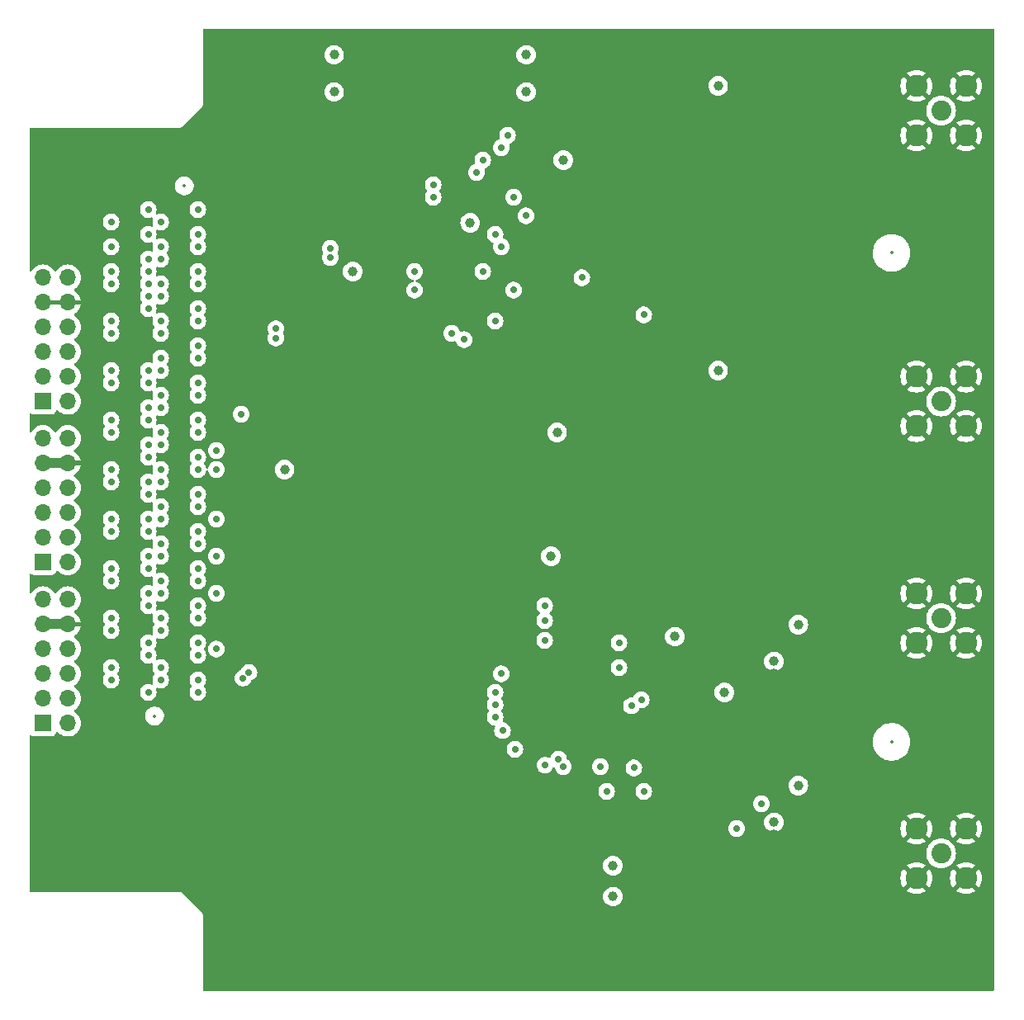
<source format=gbr>
%TF.GenerationSoftware,KiCad,Pcbnew,8.0.0*%
%TF.CreationDate,2024-09-01T00:56:56+03:00*%
%TF.ProjectId,ML605_LPC_Board_wADC_DAC,4d4c3630-355f-44c5-9043-5f426f617264,rev?*%
%TF.SameCoordinates,Original*%
%TF.FileFunction,Copper,L2,Inr*%
%TF.FilePolarity,Positive*%
%FSLAX46Y46*%
G04 Gerber Fmt 4.6, Leading zero omitted, Abs format (unit mm)*
G04 Created by KiCad (PCBNEW 8.0.0) date 2024-09-01 00:56:56*
%MOMM*%
%LPD*%
G01*
G04 APERTURE LIST*
%TA.AperFunction,ComponentPad*%
%ADD10C,2.050000*%
%TD*%
%TA.AperFunction,ComponentPad*%
%ADD11C,2.250000*%
%TD*%
%TA.AperFunction,ComponentPad*%
%ADD12R,1.700000X1.700000*%
%TD*%
%TA.AperFunction,ComponentPad*%
%ADD13O,1.700000X1.700000*%
%TD*%
%TA.AperFunction,ViaPad*%
%ADD14C,0.700000*%
%TD*%
%TA.AperFunction,ViaPad*%
%ADD15C,1.000000*%
%TD*%
%TA.AperFunction,Conductor*%
%ADD16C,1.016000*%
%TD*%
%ADD17C,0.300000*%
%ADD18C,0.350000*%
G04 APERTURE END LIST*
D10*
%TO.N,Net-(J8-In)*%
%TO.C,J8*%
X168980000Y-58560000D03*
D11*
%TO.N,GNDA*%
X166440000Y-56020000D03*
X166440000Y-61100000D03*
X171520000Y-56020000D03*
X171520000Y-61100000D03*
%TD*%
D10*
%TO.N,Net-(J9-In)*%
%TO.C,J9*%
X168980000Y-88405000D03*
D11*
%TO.N,GNDA*%
X166440000Y-85865000D03*
X166440000Y-90945000D03*
X171520000Y-85865000D03*
X171520000Y-90945000D03*
%TD*%
D12*
%TO.N,/CLK1_M2C_N*%
%TO.C,J10*%
X76905000Y-121425000D03*
D13*
%TO.N,/CLK1_M2C_P*%
X79445000Y-121425000D03*
%TO.N,/LA01_N_CC*%
X76905000Y-118885000D03*
%TO.N,/LA01_P_CC*%
X79445000Y-118885000D03*
%TO.N,/LA06_N*%
X76905000Y-116345000D03*
%TO.N,/LA06_P*%
X79445000Y-116345000D03*
%TO.N,/LA05_N*%
X76905000Y-113805000D03*
%TO.N,/LA05_P*%
X79445000Y-113805000D03*
%TO.N,GNDA*%
X76905000Y-111265000D03*
X79445000Y-111265000D03*
%TO.N,3V3*%
X76905000Y-108725000D03*
X79445000Y-108725000D03*
%TD*%
D10*
%TO.N,/ADC_Circuit/I_IN*%
%TO.C,J5*%
X168980000Y-110630000D03*
D11*
%TO.N,GNDA*%
X166440000Y-108090000D03*
X166440000Y-113170000D03*
X171520000Y-108090000D03*
X171520000Y-113170000D03*
%TD*%
D10*
%TO.N,/ADC_Circuit/Q_IN*%
%TO.C,J4*%
X168980000Y-134760000D03*
D11*
%TO.N,GNDA*%
X166440000Y-132220000D03*
X166440000Y-137300000D03*
X171520000Y-132220000D03*
X171520000Y-137300000D03*
%TD*%
D12*
%TO.N,/LA17_P_CC*%
%TO.C,J12*%
X76905000Y-88405000D03*
D13*
%TO.N,/LA17_N_CC*%
X79445000Y-88405000D03*
%TO.N,/LA18_P_CC*%
X76905000Y-85865000D03*
%TO.N,/LA18_N_CC*%
X79445000Y-85865000D03*
%TO.N,/LA27_P*%
X76905000Y-83325000D03*
%TO.N,/LA27_N*%
X79445000Y-83325000D03*
%TO.N,/SCL*%
X76905000Y-80785000D03*
%TO.N,/SDA*%
X79445000Y-80785000D03*
%TO.N,GNDA*%
X76905000Y-78245000D03*
X79445000Y-78245000D03*
%TO.N,3V3*%
X76905000Y-75705000D03*
X79445000Y-75705000D03*
%TD*%
D12*
%TO.N,/LA09_N*%
%TO.C,J11*%
X76885000Y-104890000D03*
D13*
%TO.N,/LA09_P*%
X79425000Y-104890000D03*
%TO.N,/LA10_N*%
X76885000Y-102350000D03*
%TO.N,/LA10_P*%
X79425000Y-102350000D03*
%TO.N,/LA13_N*%
X76885000Y-99810000D03*
%TO.N,/LA13_P*%
X79425000Y-99810000D03*
%TO.N,/LA14_N*%
X76885000Y-97270000D03*
%TO.N,/LA14_P*%
X79425000Y-97270000D03*
%TO.N,GNDA*%
X76885000Y-94730000D03*
X79425000Y-94730000D03*
%TO.N,3V3*%
X76885000Y-92190000D03*
X79425000Y-92190000D03*
%TD*%
D14*
%TO.N,GNDA*%
X88970000Y-118250000D03*
X88970000Y-113170000D03*
X87700000Y-110630000D03*
X88970000Y-82690000D03*
X136722000Y-127775000D03*
D15*
X151835000Y-132855000D03*
D14*
X83890000Y-108090000D03*
X92780000Y-69990000D03*
X100400000Y-78245000D03*
X87700000Y-69990000D03*
X135960000Y-92850000D03*
X87700000Y-103010000D03*
X126741822Y-78755178D03*
X111430220Y-73165000D03*
X88970000Y-101740000D03*
X83890000Y-103010000D03*
D15*
X134055000Y-107455000D03*
D14*
X132912000Y-118758000D03*
X92780000Y-115710000D03*
X88970000Y-86500000D03*
X92780000Y-104280000D03*
X92780000Y-92850000D03*
X157550000Y-92850000D03*
X92780000Y-85230000D03*
X83890000Y-68720000D03*
X87700000Y-95390000D03*
X119450000Y-124600000D03*
X92780000Y-77610000D03*
X87700000Y-115710000D03*
X83890000Y-71260000D03*
X88970000Y-94120000D03*
X87700000Y-106820000D03*
X120720000Y-73165000D03*
X88970000Y-114440000D03*
X87700000Y-111900000D03*
D15*
X135960000Y-59830000D03*
D14*
X87700000Y-91580000D03*
X100400000Y-124600000D03*
X88970000Y-97930000D03*
X157550000Y-105550000D03*
D15*
X118815000Y-98565000D03*
D14*
X92780000Y-111900000D03*
D15*
X147136000Y-115710000D03*
D14*
X92780000Y-100470000D03*
D15*
X147136000Y-120790000D03*
D14*
X83890000Y-82690000D03*
X92780000Y-73800000D03*
X83890000Y-109360000D03*
D15*
X146120000Y-63640000D03*
D14*
X92780000Y-96660000D03*
X129102000Y-121806000D03*
X83890000Y-77610000D03*
X87700000Y-99200000D03*
X157550000Y-78880000D03*
X83890000Y-97930000D03*
D15*
X133420000Y-69355000D03*
D14*
X83890000Y-89040000D03*
D15*
X132785000Y-134760000D03*
D14*
X87700000Y-72530000D03*
X83890000Y-94120000D03*
X88970000Y-105550000D03*
X119450000Y-105550000D03*
X87700000Y-83960000D03*
D15*
X151835000Y-116345000D03*
D14*
X140405000Y-78880000D03*
X88970000Y-71260000D03*
X140405000Y-105550000D03*
X87700000Y-87770000D03*
X134690000Y-54750000D03*
X83890000Y-104280000D03*
X83890000Y-118250000D03*
X119450000Y-70625000D03*
X100400000Y-54750000D03*
X88970000Y-68720000D03*
D15*
X129610000Y-99200000D03*
D14*
X140405000Y-143650000D03*
X92780000Y-89040000D03*
D15*
X146120000Y-93485000D03*
D14*
X83890000Y-73800000D03*
D15*
X131515000Y-82055000D03*
D14*
X83890000Y-87770000D03*
X119450000Y-54750000D03*
X92780000Y-108090000D03*
X100400000Y-92850000D03*
X88970000Y-90310000D03*
X106750000Y-105550000D03*
D15*
X108020000Y-77610000D03*
D14*
X119450000Y-92850000D03*
X83890000Y-113170000D03*
X87700000Y-116980000D03*
X83890000Y-114440000D03*
X92780000Y-81420000D03*
X100400000Y-143650000D03*
X123260000Y-74435000D03*
X88970000Y-78880000D03*
X157550000Y-143650000D03*
X157550000Y-54750000D03*
X130503000Y-116726000D03*
X83890000Y-78880000D03*
X140405000Y-124600000D03*
X88970000Y-109360000D03*
X132150000Y-116726000D03*
X83890000Y-92850000D03*
X132912000Y-120536000D03*
X83890000Y-83960000D03*
X83890000Y-99200000D03*
X88970000Y-75070000D03*
X119450000Y-143650000D03*
D15*
%TO.N,1V5*%
X129610000Y-91580000D03*
D14*
X135960000Y-113170000D03*
D15*
X129610000Y-91580000D03*
X130245000Y-63640000D03*
D14*
%TO.N,Net-(IC1-VRN)*%
X138246000Y-119012000D03*
%TO.N,Net-(IC1-VRP)*%
X137230000Y-119643000D03*
D15*
%TO.N,3V3*%
X101670000Y-95390000D03*
X126435000Y-56655000D03*
X106750000Y-56655000D03*
D14*
X87700000Y-78880000D03*
D15*
X146120000Y-85230000D03*
D14*
X123260000Y-71260000D03*
D15*
X106750000Y-52845000D03*
D14*
X87700000Y-71260000D03*
D15*
X151835000Y-131585000D03*
D14*
X126435000Y-69355000D03*
D15*
X146120000Y-56020000D03*
D14*
X83890000Y-69990000D03*
D15*
X146755000Y-118250000D03*
X128975000Y-104280000D03*
X151835000Y-115075000D03*
D14*
X121990000Y-75070000D03*
X87700000Y-68720000D03*
D15*
X126435000Y-52845000D03*
D14*
X87700000Y-73800000D03*
D15*
%TO.N,/ADC_Circuit/VCM_ADC*%
X154335420Y-111304580D03*
X154335420Y-127814580D03*
X141675000Y-112535000D03*
D14*
%TO.N,Net-(IC1-Q3)*%
X125292000Y-124092000D03*
%TO.N,VADJ*%
X92780000Y-68720000D03*
D15*
X135325000Y-139205000D03*
X135325000Y-136030000D03*
D14*
X125165000Y-67450000D03*
X138500000Y-79515000D03*
X130245000Y-125870000D03*
X137484000Y-125997000D03*
X88970000Y-69990000D03*
D15*
X120693616Y-70083028D03*
D14*
X135960000Y-115710000D03*
D15*
X108655000Y-75070000D03*
D14*
%TO.N,Net-(IC1-I1)*%
X123260000Y-118250000D03*
%TO.N,Net-(IC1-Q7)*%
X123260000Y-120790000D03*
%TO.N,/ADC_Circuit/Q+*%
X148025000Y-132220000D03*
X150565000Y-129680000D03*
%TO.N,Net-(IC1-I6)*%
X128340000Y-112916000D03*
%TO.N,Net-(IC1-I3)*%
X123895000Y-116345000D03*
%TO.N,Net-(IC1-I{slash}~{Q})*%
X129757000Y-125108000D03*
%TO.N,Net-(IC1-I8)*%
X128340000Y-110884000D03*
%TO.N,Net-(IC1-Q5)*%
X124020857Y-122185857D03*
%TO.N,Net-(IC1-I9)*%
X128340000Y-109360000D03*
%TO.N,Net-(IC1-Q1)*%
X128361847Y-125718865D03*
%TO.N,Net-(IC1-Q9)*%
X123260000Y-119520000D03*
%TO.N,/LA20_N*%
X88970000Y-91580000D03*
%TO.N,/LA19_N*%
X92780000Y-90310000D03*
%TO.N,/LA20_P*%
X94685000Y-93442200D03*
X88970000Y-92850000D03*
%TO.N,/LA29_P*%
X88970000Y-81420000D03*
%TO.N,/LA33_P*%
X88970000Y-73800000D03*
%TO.N,/DAC Circuit/SLEEP*%
X125165000Y-76975000D03*
X132150000Y-75705000D03*
%TO.N,/LA21_P*%
X92780000Y-87770000D03*
X120085000Y-82055000D03*
%TO.N,/LA22_N*%
X88970000Y-87770000D03*
%TO.N,/LA30_P*%
X121355000Y-64910000D03*
X92780000Y-76340000D03*
%TO.N,/LA30_N*%
X121990000Y-63640000D03*
X92780000Y-75070000D03*
%TO.N,/LA24_N*%
X115005000Y-75070000D03*
X92780000Y-82690000D03*
%TO.N,/LA24_P*%
X115005000Y-76975000D03*
X92780000Y-83960000D03*
%TO.N,/LA22_P*%
X88970000Y-89040000D03*
%TO.N,/LA33_N*%
X88970000Y-72530000D03*
%TO.N,/LA25_P*%
X88970000Y-85230000D03*
%TO.N,/LA21_N*%
X92780000Y-86500000D03*
X118815000Y-81420000D03*
%TO.N,/LA32_P*%
X92780000Y-72530000D03*
X123895000Y-62370000D03*
%TO.N,/LA25_N*%
X88970000Y-83960000D03*
%TO.N,/LA32_N*%
X92780000Y-71260000D03*
X124530000Y-61100000D03*
%TO.N,/LA28_N*%
X116910000Y-66180000D03*
X92780000Y-78880000D03*
%TO.N,Net-(IC4-BIASJ_A)*%
X123895000Y-72530000D03*
%TO.N,/LA31_P*%
X88970000Y-77610000D03*
%TO.N,/LA28_P*%
X92780000Y-80150000D03*
X116910000Y-67450000D03*
%TO.N,/LA31_N*%
X88970000Y-76340000D03*
%TO.N,/PRSNT_M2C_L*%
X92780000Y-116980000D03*
%TO.N,/LA14_P*%
X83890000Y-96660000D03*
%TO.N,/LA27_P*%
X83890000Y-86500000D03*
%TO.N,/CLK1_M2C_N*%
X88970000Y-115710000D03*
%TO.N,/LA07_P*%
X92780000Y-103010000D03*
%TO.N,/PG_C2M*%
X87700000Y-118250000D03*
%TO.N,/SDA*%
X83890000Y-80150000D03*
%TO.N,/DP0_M2C_N*%
X83890000Y-110630000D03*
%TO.N,/CLK1_M2C_P*%
X88970000Y-116980000D03*
%TO.N,/TRST_L*%
X87700000Y-76340000D03*
%TO.N,/GA1*%
X87700000Y-75070000D03*
%TO.N,/DP0_C2M_N*%
X83890000Y-115710000D03*
%TO.N,/LA11_N*%
X92780000Y-97930000D03*
%TO.N,/VREF_A_M2C*%
X92780000Y-118250000D03*
%TO.N,/LA27_N*%
X83890000Y-85230000D03*
%TO.N,/LA26_N*%
X106369000Y-73642000D03*
X100781000Y-81897000D03*
X87700000Y-85230000D03*
%TO.N,/GA0*%
X83890000Y-76340000D03*
%TO.N,/DP0_C2M_P*%
X83890000Y-116980000D03*
%TO.N,/LA15_N*%
X92780000Y-94120000D03*
%TO.N,/LA15_P*%
X92780000Y-95390000D03*
%TO.N,/LA18_P_CC*%
X83890000Y-91580000D03*
%TO.N,/LA17_P_CC*%
X87700000Y-94120000D03*
%TO.N,/LA19_P*%
X92780000Y-91580000D03*
%TO.N,/LA12_N*%
X94685000Y-100470000D03*
X88970000Y-99200000D03*
%TO.N,/LA07_N*%
X92780000Y-101740000D03*
%TO.N,/LA16_N*%
X94685000Y-95390000D03*
X88970000Y-95390000D03*
%TO.N,+12V*%
X83890000Y-75070000D03*
X83890000Y-72530000D03*
%TO.N,/LA23_P*%
X123260000Y-80150000D03*
X87700000Y-90310000D03*
X97225000Y-89717800D03*
%TO.N,/LA00_P_CC*%
X94685000Y-113805000D03*
X88970000Y-111900000D03*
X134055000Y-125870000D03*
%TO.N,/DP0_M2C_P*%
X83890000Y-111900000D03*
%TO.N,/SCL*%
X83890000Y-81420000D03*
%TO.N,/LA13_P*%
X87700000Y-97930000D03*
%TO.N,/LA10_N*%
X83890000Y-100470000D03*
%TO.N,/LA29_N*%
X88970000Y-80150000D03*
%TO.N,/LA05_N*%
X87700000Y-104280000D03*
%TO.N,/LA00_N_CC*%
X88970000Y-110630000D03*
%TO.N,/LA14_N*%
X83890000Y-95390000D03*
%TO.N,/LA26_P*%
X106369000Y-72688000D03*
X87700000Y-86500000D03*
X100781000Y-80943000D03*
%TO.N,/LA09_P*%
X87700000Y-101740000D03*
%TO.N,/LA10_P*%
X83890000Y-101740000D03*
%TO.N,/LA03_N*%
X88970000Y-106820000D03*
X94685000Y-108090000D03*
%TO.N,/GBTCLK0_M2C_N*%
X87700000Y-113170000D03*
%TO.N,/LA13_N*%
X87700000Y-96660000D03*
%TO.N,/LA17_N_CC*%
X87700000Y-92850000D03*
%TO.N,/LA12_P*%
X88970000Y-100470000D03*
%TO.N,/LA11_P*%
X92780000Y-99200000D03*
%TO.N,/LA02_N*%
X92780000Y-109360000D03*
%TO.N,/LA04_P*%
X92780000Y-106820000D03*
%TO.N,/LA08_P*%
X88970000Y-104280000D03*
%TO.N,/LA02_P*%
X92780000Y-110630000D03*
%TO.N,/LA08_N*%
X94685000Y-104280000D03*
X88970000Y-103010000D03*
%TO.N,/LA03_P*%
X88970000Y-108090000D03*
%TO.N,/GBTCLK0_M2C_P*%
X87700000Y-114440000D03*
%TO.N,/LA06_P*%
X83890000Y-106820000D03*
%TO.N,/LA06_N*%
X83890000Y-105550000D03*
%TO.N,/LA05_P*%
X87700000Y-105550000D03*
%TO.N,/CLK0_M2C_N*%
X92780000Y-113170000D03*
X98015723Y-116189277D03*
X138500000Y-128410000D03*
%TO.N,/CLK0_M2C_P*%
X134690000Y-128410000D03*
X92780000Y-114440000D03*
X97411853Y-116793147D03*
%TO.N,/TMS*%
X87700000Y-77610000D03*
%TO.N,/LA04_N*%
X92780000Y-105550000D03*
%TO.N,/LA16_P*%
X88970000Y-96660000D03*
%TO.N,/LA09_N*%
X87700000Y-100470000D03*
%TO.N,/LA23_N*%
X87700000Y-89040000D03*
%TO.N,/LA18_N_CC*%
X83890000Y-90310000D03*
%TO.N,/LA01_N_CC*%
X87700000Y-108090000D03*
%TO.N,/LA01_P_CC*%
X87700000Y-109360000D03*
%TD*%
D16*
%TO.N,GNDA*%
X76885000Y-94730000D02*
X79425000Y-94730000D01*
X76905000Y-111265000D02*
X79445000Y-111265000D01*
%TD*%
%TA.AperFunction,Conductor*%
%TO.N,GNDA*%
G36*
X174391539Y-50190185D02*
G01*
X174437294Y-50242989D01*
X174448500Y-50294500D01*
X174448500Y-148740500D01*
X174428815Y-148807539D01*
X174376011Y-148853294D01*
X174324500Y-148864500D01*
X93404500Y-148864500D01*
X93337461Y-148844815D01*
X93291706Y-148792011D01*
X93280500Y-148740500D01*
X93280500Y-141044110D01*
X93280500Y-141044108D01*
X93246392Y-140916814D01*
X93180500Y-140802686D01*
X93087314Y-140709500D01*
X91582814Y-139205000D01*
X134319659Y-139205000D01*
X134338975Y-139401129D01*
X134396188Y-139589733D01*
X134489086Y-139763532D01*
X134489090Y-139763539D01*
X134614116Y-139915883D01*
X134766460Y-140040909D01*
X134766467Y-140040913D01*
X134940266Y-140133811D01*
X134940269Y-140133811D01*
X134940273Y-140133814D01*
X135128868Y-140191024D01*
X135325000Y-140210341D01*
X135521132Y-140191024D01*
X135709727Y-140133814D01*
X135883538Y-140040910D01*
X136035883Y-139915883D01*
X136160910Y-139763538D01*
X136253814Y-139589727D01*
X136311024Y-139401132D01*
X136330341Y-139205000D01*
X136311024Y-139008868D01*
X136253814Y-138820273D01*
X136253811Y-138820269D01*
X136253811Y-138820266D01*
X136160913Y-138646467D01*
X136160909Y-138646460D01*
X136035883Y-138494116D01*
X135883539Y-138369090D01*
X135883532Y-138369086D01*
X135709733Y-138276188D01*
X135709727Y-138276186D01*
X135521132Y-138218976D01*
X135521129Y-138218975D01*
X135325000Y-138199659D01*
X135128870Y-138218975D01*
X134940266Y-138276188D01*
X134766467Y-138369086D01*
X134766460Y-138369090D01*
X134614116Y-138494116D01*
X134489090Y-138646460D01*
X134489086Y-138646467D01*
X134396188Y-138820266D01*
X134338975Y-139008870D01*
X134319659Y-139205000D01*
X91582814Y-139205000D01*
X91182314Y-138804500D01*
X91092014Y-138752365D01*
X91068187Y-138738608D01*
X91004539Y-138721554D01*
X90940892Y-138704500D01*
X90940891Y-138704500D01*
X75624500Y-138704500D01*
X75557461Y-138684815D01*
X75511706Y-138632011D01*
X75500500Y-138580500D01*
X75500500Y-137300000D01*
X164809975Y-137300000D01*
X164830042Y-137554989D01*
X164889752Y-137803702D01*
X164987634Y-138040012D01*
X164987636Y-138040015D01*
X165121277Y-138258098D01*
X165121284Y-138258107D01*
X165124533Y-138261912D01*
X165685884Y-137700560D01*
X165686740Y-137702626D01*
X165779762Y-137841844D01*
X165898156Y-137960238D01*
X166037374Y-138053260D01*
X166039437Y-138054114D01*
X165478087Y-138615465D01*
X165481897Y-138618719D01*
X165699984Y-138752363D01*
X165699987Y-138752365D01*
X165936297Y-138850247D01*
X166185011Y-138909957D01*
X166185010Y-138909957D01*
X166440000Y-138930024D01*
X166694989Y-138909957D01*
X166943702Y-138850247D01*
X167180012Y-138752365D01*
X167180015Y-138752363D01*
X167398095Y-138618724D01*
X167398110Y-138618713D01*
X167401911Y-138615466D01*
X167401911Y-138615464D01*
X166840562Y-138054114D01*
X166842626Y-138053260D01*
X166981844Y-137960238D01*
X167100238Y-137841844D01*
X167193260Y-137702626D01*
X167194114Y-137700561D01*
X167755464Y-138261911D01*
X167755466Y-138261911D01*
X167758713Y-138258110D01*
X167758724Y-138258095D01*
X167892363Y-138040015D01*
X167892365Y-138040012D01*
X167990247Y-137803702D01*
X168049957Y-137554989D01*
X168070024Y-137300000D01*
X169889975Y-137300000D01*
X169910042Y-137554989D01*
X169969752Y-137803702D01*
X170067634Y-138040012D01*
X170067636Y-138040015D01*
X170201277Y-138258098D01*
X170201284Y-138258107D01*
X170204533Y-138261912D01*
X170765884Y-137700560D01*
X170766740Y-137702626D01*
X170859762Y-137841844D01*
X170978156Y-137960238D01*
X171117374Y-138053260D01*
X171119437Y-138054114D01*
X170558087Y-138615465D01*
X170561897Y-138618719D01*
X170779984Y-138752363D01*
X170779987Y-138752365D01*
X171016297Y-138850247D01*
X171265011Y-138909957D01*
X171265010Y-138909957D01*
X171520000Y-138930024D01*
X171774989Y-138909957D01*
X172023702Y-138850247D01*
X172260012Y-138752365D01*
X172260015Y-138752363D01*
X172478095Y-138618724D01*
X172478110Y-138618713D01*
X172481911Y-138615466D01*
X172481911Y-138615464D01*
X171920562Y-138054114D01*
X171922626Y-138053260D01*
X172061844Y-137960238D01*
X172180238Y-137841844D01*
X172273260Y-137702626D01*
X172274114Y-137700561D01*
X172835464Y-138261911D01*
X172835466Y-138261911D01*
X172838713Y-138258110D01*
X172838724Y-138258095D01*
X172972363Y-138040015D01*
X172972365Y-138040012D01*
X173070247Y-137803702D01*
X173129957Y-137554989D01*
X173150024Y-137300000D01*
X173129957Y-137045010D01*
X173070247Y-136796297D01*
X172972365Y-136559987D01*
X172972363Y-136559984D01*
X172838719Y-136341897D01*
X172835465Y-136338087D01*
X172274114Y-136899437D01*
X172273260Y-136897374D01*
X172180238Y-136758156D01*
X172061844Y-136639762D01*
X171922626Y-136546740D01*
X171920561Y-136545884D01*
X172481912Y-135984533D01*
X172478107Y-135981284D01*
X172478098Y-135981277D01*
X172260015Y-135847636D01*
X172260012Y-135847634D01*
X172023702Y-135749752D01*
X171774988Y-135690042D01*
X171774989Y-135690042D01*
X171520000Y-135669975D01*
X171265010Y-135690042D01*
X171016297Y-135749752D01*
X170779987Y-135847634D01*
X170779984Y-135847636D01*
X170561893Y-135981282D01*
X170558086Y-135984532D01*
X171119438Y-136545884D01*
X171117374Y-136546740D01*
X170978156Y-136639762D01*
X170859762Y-136758156D01*
X170766740Y-136897374D01*
X170765884Y-136899438D01*
X170204532Y-136338086D01*
X170201282Y-136341893D01*
X170067636Y-136559984D01*
X170067634Y-136559987D01*
X169969752Y-136796297D01*
X169910042Y-137045010D01*
X169889975Y-137300000D01*
X168070024Y-137300000D01*
X168049957Y-137045010D01*
X167990247Y-136796297D01*
X167892365Y-136559987D01*
X167892363Y-136559984D01*
X167758719Y-136341897D01*
X167755465Y-136338087D01*
X167194114Y-136899437D01*
X167193260Y-136897374D01*
X167100238Y-136758156D01*
X166981844Y-136639762D01*
X166842626Y-136546740D01*
X166840561Y-136545884D01*
X167401912Y-135984533D01*
X167398107Y-135981284D01*
X167398098Y-135981277D01*
X167180015Y-135847636D01*
X167180012Y-135847634D01*
X166943702Y-135749752D01*
X166694988Y-135690042D01*
X166694989Y-135690042D01*
X166440000Y-135669975D01*
X166185010Y-135690042D01*
X165936297Y-135749752D01*
X165699987Y-135847634D01*
X165699984Y-135847636D01*
X165481893Y-135981282D01*
X165478086Y-135984532D01*
X166039438Y-136545884D01*
X166037374Y-136546740D01*
X165898156Y-136639762D01*
X165779762Y-136758156D01*
X165686740Y-136897374D01*
X165685884Y-136899438D01*
X165124532Y-136338086D01*
X165121282Y-136341893D01*
X164987636Y-136559984D01*
X164987634Y-136559987D01*
X164889752Y-136796297D01*
X164830042Y-137045010D01*
X164809975Y-137300000D01*
X75500500Y-137300000D01*
X75500500Y-136030000D01*
X134319659Y-136030000D01*
X134338975Y-136226129D01*
X134396188Y-136414733D01*
X134489086Y-136588532D01*
X134489090Y-136588539D01*
X134614116Y-136740883D01*
X134766460Y-136865909D01*
X134766467Y-136865913D01*
X134940266Y-136958811D01*
X134940269Y-136958811D01*
X134940273Y-136958814D01*
X135128868Y-137016024D01*
X135325000Y-137035341D01*
X135521132Y-137016024D01*
X135709727Y-136958814D01*
X135883538Y-136865910D01*
X136035883Y-136740883D01*
X136160910Y-136588538D01*
X136253814Y-136414727D01*
X136311024Y-136226132D01*
X136330341Y-136030000D01*
X136311024Y-135833868D01*
X136253814Y-135645273D01*
X136253811Y-135645269D01*
X136253811Y-135645266D01*
X136160913Y-135471467D01*
X136160909Y-135471460D01*
X136035883Y-135319116D01*
X135883539Y-135194090D01*
X135883532Y-135194086D01*
X135709733Y-135101188D01*
X135709727Y-135101186D01*
X135521132Y-135043976D01*
X135521129Y-135043975D01*
X135325000Y-135024659D01*
X135128870Y-135043975D01*
X134940266Y-135101188D01*
X134766467Y-135194086D01*
X134766460Y-135194090D01*
X134614116Y-135319116D01*
X134489090Y-135471460D01*
X134489086Y-135471467D01*
X134396188Y-135645266D01*
X134338975Y-135833870D01*
X134319659Y-136030000D01*
X75500500Y-136030000D01*
X75500500Y-134760000D01*
X167449783Y-134760000D01*
X167468623Y-134999382D01*
X167524674Y-135232853D01*
X167524678Y-135232865D01*
X167616565Y-135454702D01*
X167626836Y-135471462D01*
X167742028Y-135659439D01*
X167897973Y-135842027D01*
X168080561Y-135997972D01*
X168080563Y-135997973D01*
X168285297Y-136123434D01*
X168382047Y-136163508D01*
X168507137Y-136215323D01*
X168740621Y-136271377D01*
X168980000Y-136290217D01*
X169219379Y-136271377D01*
X169452863Y-136215323D01*
X169674704Y-136123433D01*
X169879439Y-135997972D01*
X170062027Y-135842027D01*
X170217972Y-135659439D01*
X170343433Y-135454704D01*
X170435323Y-135232863D01*
X170491377Y-134999379D01*
X170510217Y-134760000D01*
X170491377Y-134520621D01*
X170435323Y-134287137D01*
X170383508Y-134162047D01*
X170343434Y-134065297D01*
X170217973Y-133860563D01*
X170217972Y-133860561D01*
X170062027Y-133677973D01*
X169879439Y-133522028D01*
X169879436Y-133522026D01*
X169674702Y-133396565D01*
X169452865Y-133304678D01*
X169452867Y-133304678D01*
X169452863Y-133304677D01*
X169452859Y-133304676D01*
X169452853Y-133304674D01*
X169219382Y-133248623D01*
X168980000Y-133229783D01*
X168740617Y-133248623D01*
X168507146Y-133304674D01*
X168507134Y-133304678D01*
X168285297Y-133396565D01*
X168080563Y-133522026D01*
X167897973Y-133677973D01*
X167742026Y-133860563D01*
X167616565Y-134065297D01*
X167524678Y-134287134D01*
X167524674Y-134287146D01*
X167468623Y-134520617D01*
X167449783Y-134760000D01*
X75500500Y-134760000D01*
X75500500Y-132220000D01*
X147169815Y-132220000D01*
X147188503Y-132397805D01*
X147188504Y-132397807D01*
X147243747Y-132567829D01*
X147243750Y-132567835D01*
X147333141Y-132722665D01*
X147368418Y-132761844D01*
X147452764Y-132855521D01*
X147452767Y-132855523D01*
X147452770Y-132855526D01*
X147597407Y-132960612D01*
X147760733Y-133033329D01*
X147935609Y-133070500D01*
X147935610Y-133070500D01*
X148114389Y-133070500D01*
X148114391Y-133070500D01*
X148289267Y-133033329D01*
X148452593Y-132960612D01*
X148597230Y-132855526D01*
X148716859Y-132722665D01*
X148806250Y-132567835D01*
X148861497Y-132397803D01*
X148880185Y-132220000D01*
X148861497Y-132042197D01*
X148806250Y-131872165D01*
X148716859Y-131717335D01*
X148670003Y-131665296D01*
X148597705Y-131585000D01*
X150829659Y-131585000D01*
X150848975Y-131781129D01*
X150906188Y-131969733D01*
X150999086Y-132143532D01*
X150999090Y-132143539D01*
X151124116Y-132295883D01*
X151276460Y-132420909D01*
X151276467Y-132420913D01*
X151450266Y-132513811D01*
X151450269Y-132513811D01*
X151450273Y-132513814D01*
X151638868Y-132571024D01*
X151835000Y-132590341D01*
X152031132Y-132571024D01*
X152219727Y-132513814D01*
X152393538Y-132420910D01*
X152545883Y-132295883D01*
X152608159Y-132220000D01*
X164809975Y-132220000D01*
X164830042Y-132474989D01*
X164889752Y-132723702D01*
X164987634Y-132960012D01*
X164987636Y-132960015D01*
X165121277Y-133178098D01*
X165121284Y-133178107D01*
X165124533Y-133181912D01*
X165685884Y-132620560D01*
X165686740Y-132622626D01*
X165779762Y-132761844D01*
X165898156Y-132880238D01*
X166037374Y-132973260D01*
X166039437Y-132974114D01*
X165478087Y-133535465D01*
X165481897Y-133538719D01*
X165699984Y-133672363D01*
X165699987Y-133672365D01*
X165936297Y-133770247D01*
X166185011Y-133829957D01*
X166185010Y-133829957D01*
X166440000Y-133850024D01*
X166694989Y-133829957D01*
X166943702Y-133770247D01*
X167180012Y-133672365D01*
X167180015Y-133672363D01*
X167398095Y-133538724D01*
X167398110Y-133538713D01*
X167401911Y-133535466D01*
X167401911Y-133535464D01*
X166840562Y-132974114D01*
X166842626Y-132973260D01*
X166981844Y-132880238D01*
X167100238Y-132761844D01*
X167193260Y-132622626D01*
X167194114Y-132620561D01*
X167755464Y-133181911D01*
X167755466Y-133181911D01*
X167758713Y-133178110D01*
X167758724Y-133178095D01*
X167892363Y-132960015D01*
X167892365Y-132960012D01*
X167990247Y-132723702D01*
X168049957Y-132474989D01*
X168070024Y-132220000D01*
X169889975Y-132220000D01*
X169910042Y-132474989D01*
X169969752Y-132723702D01*
X170067634Y-132960012D01*
X170067636Y-132960015D01*
X170201277Y-133178098D01*
X170201284Y-133178107D01*
X170204533Y-133181912D01*
X170765884Y-132620560D01*
X170766740Y-132622626D01*
X170859762Y-132761844D01*
X170978156Y-132880238D01*
X171117374Y-132973260D01*
X171119437Y-132974114D01*
X170558087Y-133535465D01*
X170561897Y-133538719D01*
X170779984Y-133672363D01*
X170779987Y-133672365D01*
X171016297Y-133770247D01*
X171265011Y-133829957D01*
X171265010Y-133829957D01*
X171520000Y-133850024D01*
X171774989Y-133829957D01*
X172023702Y-133770247D01*
X172260012Y-133672365D01*
X172260015Y-133672363D01*
X172478095Y-133538724D01*
X172478110Y-133538713D01*
X172481911Y-133535466D01*
X172481911Y-133535464D01*
X171920562Y-132974114D01*
X171922626Y-132973260D01*
X172061844Y-132880238D01*
X172180238Y-132761844D01*
X172273260Y-132622626D01*
X172274114Y-132620562D01*
X172835464Y-133181911D01*
X172835466Y-133181911D01*
X172838713Y-133178110D01*
X172838724Y-133178095D01*
X172972363Y-132960015D01*
X172972365Y-132960012D01*
X173070247Y-132723702D01*
X173129957Y-132474989D01*
X173150024Y-132220000D01*
X173129957Y-131965010D01*
X173070247Y-131716297D01*
X172972365Y-131479987D01*
X172972363Y-131479984D01*
X172838719Y-131261897D01*
X172835465Y-131258087D01*
X172274114Y-131819437D01*
X172273260Y-131817374D01*
X172180238Y-131678156D01*
X172061844Y-131559762D01*
X171922626Y-131466740D01*
X171920561Y-131465884D01*
X172481912Y-130904533D01*
X172478107Y-130901284D01*
X172478098Y-130901277D01*
X172260015Y-130767636D01*
X172260012Y-130767634D01*
X172023702Y-130669752D01*
X171774988Y-130610042D01*
X171774989Y-130610042D01*
X171520000Y-130589975D01*
X171265010Y-130610042D01*
X171016297Y-130669752D01*
X170779987Y-130767634D01*
X170779984Y-130767636D01*
X170561893Y-130901282D01*
X170558086Y-130904532D01*
X171119438Y-131465884D01*
X171117374Y-131466740D01*
X170978156Y-131559762D01*
X170859762Y-131678156D01*
X170766740Y-131817374D01*
X170765884Y-131819438D01*
X170204532Y-131258086D01*
X170201282Y-131261893D01*
X170067636Y-131479984D01*
X170067634Y-131479987D01*
X169969752Y-131716297D01*
X169910042Y-131965010D01*
X169889975Y-132220000D01*
X168070024Y-132220000D01*
X168049957Y-131965010D01*
X167990247Y-131716297D01*
X167892365Y-131479987D01*
X167892363Y-131479984D01*
X167758719Y-131261897D01*
X167755465Y-131258087D01*
X167194114Y-131819437D01*
X167193260Y-131817374D01*
X167100238Y-131678156D01*
X166981844Y-131559762D01*
X166842626Y-131466740D01*
X166840561Y-131465884D01*
X167401912Y-130904533D01*
X167398107Y-130901284D01*
X167398098Y-130901277D01*
X167180015Y-130767636D01*
X167180012Y-130767634D01*
X166943702Y-130669752D01*
X166694988Y-130610042D01*
X166694989Y-130610042D01*
X166440000Y-130589975D01*
X166185010Y-130610042D01*
X165936297Y-130669752D01*
X165699987Y-130767634D01*
X165699984Y-130767636D01*
X165481893Y-130901282D01*
X165478086Y-130904532D01*
X166039438Y-131465884D01*
X166037374Y-131466740D01*
X165898156Y-131559762D01*
X165779762Y-131678156D01*
X165686740Y-131817374D01*
X165685884Y-131819438D01*
X165124532Y-131258086D01*
X165121282Y-131261893D01*
X164987636Y-131479984D01*
X164987634Y-131479987D01*
X164889752Y-131716297D01*
X164830042Y-131965010D01*
X164809975Y-132220000D01*
X152608159Y-132220000D01*
X152670910Y-132143538D01*
X152763814Y-131969727D01*
X152821024Y-131781132D01*
X152840341Y-131585000D01*
X152821024Y-131388868D01*
X152763814Y-131200273D01*
X152763811Y-131200269D01*
X152763811Y-131200266D01*
X152670913Y-131026467D01*
X152670909Y-131026460D01*
X152545883Y-130874116D01*
X152393539Y-130749090D01*
X152393532Y-130749086D01*
X152219733Y-130656188D01*
X152219727Y-130656186D01*
X152031132Y-130598976D01*
X152031129Y-130598975D01*
X151835000Y-130579659D01*
X151638870Y-130598975D01*
X151450266Y-130656188D01*
X151276467Y-130749086D01*
X151276460Y-130749090D01*
X151124116Y-130874116D01*
X150999090Y-131026460D01*
X150999086Y-131026467D01*
X150906188Y-131200266D01*
X150848975Y-131388870D01*
X150829659Y-131585000D01*
X148597705Y-131585000D01*
X148597235Y-131584478D01*
X148597232Y-131584476D01*
X148597231Y-131584475D01*
X148597230Y-131584474D01*
X148452593Y-131479388D01*
X148289267Y-131406671D01*
X148289265Y-131406670D01*
X148161594Y-131379533D01*
X148114391Y-131369500D01*
X147935609Y-131369500D01*
X147904954Y-131376015D01*
X147760733Y-131406670D01*
X147760728Y-131406672D01*
X147597408Y-131479387D01*
X147452768Y-131584475D01*
X147333140Y-131717336D01*
X147243750Y-131872164D01*
X147243747Y-131872170D01*
X147188504Y-132042192D01*
X147188503Y-132042194D01*
X147169815Y-132220000D01*
X75500500Y-132220000D01*
X75500500Y-129680000D01*
X149709815Y-129680000D01*
X149728503Y-129857805D01*
X149728504Y-129857807D01*
X149783747Y-130027829D01*
X149783750Y-130027835D01*
X149873141Y-130182665D01*
X149914812Y-130228946D01*
X149992764Y-130315521D01*
X149992767Y-130315523D01*
X149992770Y-130315526D01*
X150137407Y-130420612D01*
X150300733Y-130493329D01*
X150475609Y-130530500D01*
X150475610Y-130530500D01*
X150654389Y-130530500D01*
X150654391Y-130530500D01*
X150829267Y-130493329D01*
X150992593Y-130420612D01*
X151137230Y-130315526D01*
X151256859Y-130182665D01*
X151346250Y-130027835D01*
X151401497Y-129857803D01*
X151420185Y-129680000D01*
X151401497Y-129502197D01*
X151346250Y-129332165D01*
X151256859Y-129177335D01*
X151210003Y-129125296D01*
X151137235Y-129044478D01*
X151137232Y-129044476D01*
X151137231Y-129044475D01*
X151137230Y-129044474D01*
X150992593Y-128939388D01*
X150829267Y-128866671D01*
X150829265Y-128866670D01*
X150701594Y-128839533D01*
X150654391Y-128829500D01*
X150475609Y-128829500D01*
X150444954Y-128836015D01*
X150300733Y-128866670D01*
X150300728Y-128866672D01*
X150137408Y-128939387D01*
X149992768Y-129044475D01*
X149873140Y-129177336D01*
X149783750Y-129332164D01*
X149783747Y-129332170D01*
X149728504Y-129502192D01*
X149728503Y-129502194D01*
X149709815Y-129680000D01*
X75500500Y-129680000D01*
X75500500Y-128410000D01*
X133834815Y-128410000D01*
X133853503Y-128587805D01*
X133853504Y-128587807D01*
X133908747Y-128757829D01*
X133908750Y-128757835D01*
X133998141Y-128912665D01*
X134039812Y-128958946D01*
X134117764Y-129045521D01*
X134117767Y-129045523D01*
X134117770Y-129045526D01*
X134262407Y-129150612D01*
X134425733Y-129223329D01*
X134600609Y-129260500D01*
X134600610Y-129260500D01*
X134779389Y-129260500D01*
X134779391Y-129260500D01*
X134954267Y-129223329D01*
X135117593Y-129150612D01*
X135262230Y-129045526D01*
X135263176Y-129044476D01*
X135288148Y-129016741D01*
X135381859Y-128912665D01*
X135471250Y-128757835D01*
X135526497Y-128587803D01*
X135545185Y-128410000D01*
X137644815Y-128410000D01*
X137663503Y-128587805D01*
X137663504Y-128587807D01*
X137718747Y-128757829D01*
X137718750Y-128757835D01*
X137808141Y-128912665D01*
X137849812Y-128958946D01*
X137927764Y-129045521D01*
X137927767Y-129045523D01*
X137927770Y-129045526D01*
X138072407Y-129150612D01*
X138235733Y-129223329D01*
X138410609Y-129260500D01*
X138410610Y-129260500D01*
X138589389Y-129260500D01*
X138589391Y-129260500D01*
X138764267Y-129223329D01*
X138927593Y-129150612D01*
X139072230Y-129045526D01*
X139073176Y-129044476D01*
X139098148Y-129016741D01*
X139191859Y-128912665D01*
X139281250Y-128757835D01*
X139336497Y-128587803D01*
X139355185Y-128410000D01*
X139336497Y-128232197D01*
X139281250Y-128062165D01*
X139191859Y-127907335D01*
X139108342Y-127814580D01*
X153330079Y-127814580D01*
X153349395Y-128010709D01*
X153406608Y-128199313D01*
X153499506Y-128373112D01*
X153499510Y-128373119D01*
X153624536Y-128525463D01*
X153776880Y-128650489D01*
X153776887Y-128650493D01*
X153950686Y-128743391D01*
X153950689Y-128743391D01*
X153950693Y-128743394D01*
X154139288Y-128800604D01*
X154335420Y-128819921D01*
X154531552Y-128800604D01*
X154720147Y-128743394D01*
X154893958Y-128650490D01*
X155046303Y-128525463D01*
X155171330Y-128373118D01*
X155264234Y-128199307D01*
X155321444Y-128010712D01*
X155340761Y-127814580D01*
X155321444Y-127618448D01*
X155264234Y-127429853D01*
X155264231Y-127429849D01*
X155264231Y-127429846D01*
X155171333Y-127256047D01*
X155171329Y-127256040D01*
X155046303Y-127103696D01*
X154893959Y-126978670D01*
X154893952Y-126978666D01*
X154720153Y-126885768D01*
X154720147Y-126885766D01*
X154531552Y-126828556D01*
X154531549Y-126828555D01*
X154335420Y-126809239D01*
X154139290Y-126828555D01*
X153950686Y-126885768D01*
X153776887Y-126978666D01*
X153776880Y-126978670D01*
X153624536Y-127103696D01*
X153499510Y-127256040D01*
X153499506Y-127256047D01*
X153406608Y-127429846D01*
X153349395Y-127618450D01*
X153330079Y-127814580D01*
X139108342Y-127814580D01*
X139072235Y-127774478D01*
X139072232Y-127774476D01*
X139072231Y-127774475D01*
X139072230Y-127774474D01*
X138927593Y-127669388D01*
X138764267Y-127596671D01*
X138764265Y-127596670D01*
X138636594Y-127569533D01*
X138589391Y-127559500D01*
X138410609Y-127559500D01*
X138379954Y-127566015D01*
X138235733Y-127596670D01*
X138235728Y-127596672D01*
X138072408Y-127669387D01*
X137927768Y-127774475D01*
X137808140Y-127907336D01*
X137718750Y-128062164D01*
X137718747Y-128062170D01*
X137663504Y-128232192D01*
X137663503Y-128232194D01*
X137644815Y-128410000D01*
X135545185Y-128410000D01*
X135526497Y-128232197D01*
X135471250Y-128062165D01*
X135381859Y-127907335D01*
X135298342Y-127814580D01*
X135262235Y-127774478D01*
X135262232Y-127774476D01*
X135262231Y-127774475D01*
X135262230Y-127774474D01*
X135117593Y-127669388D01*
X134954267Y-127596671D01*
X134954265Y-127596670D01*
X134826594Y-127569533D01*
X134779391Y-127559500D01*
X134600609Y-127559500D01*
X134569954Y-127566015D01*
X134425733Y-127596670D01*
X134425728Y-127596672D01*
X134262408Y-127669387D01*
X134117768Y-127774475D01*
X133998140Y-127907336D01*
X133908750Y-128062164D01*
X133908747Y-128062170D01*
X133853504Y-128232192D01*
X133853503Y-128232194D01*
X133834815Y-128410000D01*
X75500500Y-128410000D01*
X75500500Y-125718865D01*
X127506662Y-125718865D01*
X127525350Y-125896670D01*
X127525351Y-125896672D01*
X127580594Y-126066694D01*
X127580597Y-126066700D01*
X127669988Y-126221530D01*
X127711659Y-126267811D01*
X127789611Y-126354386D01*
X127789614Y-126354388D01*
X127789617Y-126354391D01*
X127934254Y-126459477D01*
X128097580Y-126532194D01*
X128272456Y-126569365D01*
X128272457Y-126569365D01*
X128451236Y-126569365D01*
X128451238Y-126569365D01*
X128626114Y-126532194D01*
X128789440Y-126459477D01*
X128934077Y-126354391D01*
X128942682Y-126344835D01*
X128959995Y-126325606D01*
X129053706Y-126221530D01*
X129143097Y-126066700D01*
X129164862Y-125999713D01*
X129204299Y-125942039D01*
X129268657Y-125914840D01*
X129337504Y-125926754D01*
X129388980Y-125973998D01*
X129406114Y-126025069D01*
X129408503Y-126047805D01*
X129408504Y-126047807D01*
X129463747Y-126217829D01*
X129463750Y-126217835D01*
X129553141Y-126372665D01*
X129594812Y-126418946D01*
X129672764Y-126505521D01*
X129672767Y-126505523D01*
X129672770Y-126505526D01*
X129817407Y-126610612D01*
X129980733Y-126683329D01*
X130155609Y-126720500D01*
X130155610Y-126720500D01*
X130334389Y-126720500D01*
X130334391Y-126720500D01*
X130509267Y-126683329D01*
X130672593Y-126610612D01*
X130817230Y-126505526D01*
X130822508Y-126499665D01*
X130858693Y-126459477D01*
X130936859Y-126372665D01*
X131026250Y-126217835D01*
X131081497Y-126047803D01*
X131100185Y-125870000D01*
X133199815Y-125870000D01*
X133218503Y-126047805D01*
X133218504Y-126047807D01*
X133273747Y-126217829D01*
X133273750Y-126217835D01*
X133363141Y-126372665D01*
X133404812Y-126418946D01*
X133482764Y-126505521D01*
X133482767Y-126505523D01*
X133482770Y-126505526D01*
X133627407Y-126610612D01*
X133790733Y-126683329D01*
X133965609Y-126720500D01*
X133965610Y-126720500D01*
X134144389Y-126720500D01*
X134144391Y-126720500D01*
X134319267Y-126683329D01*
X134482593Y-126610612D01*
X134627230Y-126505526D01*
X134632508Y-126499665D01*
X134668693Y-126459477D01*
X134746859Y-126372665D01*
X134836250Y-126217835D01*
X134891497Y-126047803D01*
X134896837Y-125997000D01*
X136628815Y-125997000D01*
X136647503Y-126174805D01*
X136647504Y-126174807D01*
X136702747Y-126344829D01*
X136702750Y-126344835D01*
X136792141Y-126499665D01*
X136833812Y-126545946D01*
X136911764Y-126632521D01*
X136911767Y-126632523D01*
X136911770Y-126632526D01*
X137056407Y-126737612D01*
X137219733Y-126810329D01*
X137394609Y-126847500D01*
X137394610Y-126847500D01*
X137573389Y-126847500D01*
X137573391Y-126847500D01*
X137748267Y-126810329D01*
X137911593Y-126737612D01*
X138056230Y-126632526D01*
X138175859Y-126499665D01*
X138265250Y-126344835D01*
X138320497Y-126174803D01*
X138339185Y-125997000D01*
X138320497Y-125819197D01*
X138279231Y-125692194D01*
X138265252Y-125649170D01*
X138265249Y-125649164D01*
X138175859Y-125494335D01*
X138129003Y-125442296D01*
X138056235Y-125361478D01*
X138056232Y-125361476D01*
X138056231Y-125361475D01*
X138056230Y-125361474D01*
X137911593Y-125256388D01*
X137748267Y-125183671D01*
X137748265Y-125183670D01*
X137620594Y-125156533D01*
X137573391Y-125146500D01*
X137394609Y-125146500D01*
X137363954Y-125153015D01*
X137219733Y-125183670D01*
X137219728Y-125183672D01*
X137056408Y-125256387D01*
X136911768Y-125361475D01*
X136792140Y-125494336D01*
X136702750Y-125649164D01*
X136702747Y-125649170D01*
X136647504Y-125819192D01*
X136647503Y-125819194D01*
X136628815Y-125997000D01*
X134896837Y-125997000D01*
X134910185Y-125870000D01*
X134891497Y-125692197D01*
X134842389Y-125541059D01*
X134836252Y-125522170D01*
X134836249Y-125522164D01*
X134746859Y-125367335D01*
X134700003Y-125315296D01*
X134627235Y-125234478D01*
X134627232Y-125234476D01*
X134627231Y-125234475D01*
X134627230Y-125234474D01*
X134482593Y-125129388D01*
X134319267Y-125056671D01*
X134319265Y-125056670D01*
X134191594Y-125029533D01*
X134144391Y-125019500D01*
X133965609Y-125019500D01*
X133934954Y-125026015D01*
X133790733Y-125056670D01*
X133790728Y-125056672D01*
X133627408Y-125129387D01*
X133482768Y-125234475D01*
X133363140Y-125367336D01*
X133273750Y-125522164D01*
X133273747Y-125522170D01*
X133218504Y-125692192D01*
X133218503Y-125692194D01*
X133199815Y-125870000D01*
X131100185Y-125870000D01*
X131081497Y-125692197D01*
X131032389Y-125541059D01*
X131026252Y-125522170D01*
X131026249Y-125522164D01*
X130936859Y-125367335D01*
X130890003Y-125315296D01*
X130817235Y-125234478D01*
X130817232Y-125234476D01*
X130817231Y-125234475D01*
X130817230Y-125234474D01*
X130717434Y-125161967D01*
X130672592Y-125129387D01*
X130666970Y-125126142D01*
X130668248Y-125123927D01*
X130623725Y-125086065D01*
X130604094Y-125031025D01*
X130593497Y-124930197D01*
X130546171Y-124784542D01*
X130538252Y-124760170D01*
X130538249Y-124760164D01*
X130448859Y-124605335D01*
X130402003Y-124553296D01*
X130329235Y-124472478D01*
X130329232Y-124472476D01*
X130329231Y-124472475D01*
X130329230Y-124472474D01*
X130184593Y-124367388D01*
X130021267Y-124294671D01*
X130021265Y-124294670D01*
X129893594Y-124267533D01*
X129846391Y-124257500D01*
X129667609Y-124257500D01*
X129636954Y-124264015D01*
X129492733Y-124294670D01*
X129492728Y-124294672D01*
X129329408Y-124367387D01*
X129184768Y-124472475D01*
X129065140Y-124605336D01*
X128975750Y-124760164D01*
X128975748Y-124760168D01*
X128932854Y-124892183D01*
X128893416Y-124949858D01*
X128829057Y-124977056D01*
X128764488Y-124967144D01*
X128626114Y-124905536D01*
X128626112Y-124905535D01*
X128498441Y-124878398D01*
X128451238Y-124868365D01*
X128272456Y-124868365D01*
X128241801Y-124874880D01*
X128097580Y-124905535D01*
X128097575Y-124905537D01*
X127934255Y-124978252D01*
X127789615Y-125083340D01*
X127669987Y-125216201D01*
X127580597Y-125371029D01*
X127580594Y-125371035D01*
X127525351Y-125541057D01*
X127525350Y-125541059D01*
X127506662Y-125718865D01*
X75500500Y-125718865D01*
X75500500Y-124092000D01*
X124436815Y-124092000D01*
X124455503Y-124269805D01*
X124455504Y-124269807D01*
X124510747Y-124439829D01*
X124510750Y-124439835D01*
X124600141Y-124594665D01*
X124609990Y-124605603D01*
X124719764Y-124727521D01*
X124719767Y-124727523D01*
X124719770Y-124727526D01*
X124864407Y-124832612D01*
X125027733Y-124905329D01*
X125202609Y-124942500D01*
X125202610Y-124942500D01*
X125381389Y-124942500D01*
X125381391Y-124942500D01*
X125556267Y-124905329D01*
X125719593Y-124832612D01*
X125864230Y-124727526D01*
X125983859Y-124594665D01*
X126073250Y-124439835D01*
X126128497Y-124269803D01*
X126147185Y-124092000D01*
X126128497Y-123914197D01*
X126073250Y-123744165D01*
X125983859Y-123589335D01*
X125937003Y-123537296D01*
X125864290Y-123456539D01*
X161969500Y-123456539D01*
X161986984Y-123589335D01*
X162002532Y-123707430D01*
X162057934Y-123914194D01*
X162068029Y-123951869D01*
X162068032Y-123951879D01*
X162164869Y-124185663D01*
X162164872Y-124185670D01*
X162291404Y-124404830D01*
X162291406Y-124404833D01*
X162291407Y-124404834D01*
X162445457Y-124605596D01*
X162445463Y-124605603D01*
X162624396Y-124784536D01*
X162624403Y-124784542D01*
X162687049Y-124832612D01*
X162825170Y-124938596D01*
X163044330Y-125065128D01*
X163278130Y-125161971D01*
X163522570Y-125227468D01*
X163773468Y-125260500D01*
X163773475Y-125260500D01*
X164026525Y-125260500D01*
X164026532Y-125260500D01*
X164277430Y-125227468D01*
X164521870Y-125161971D01*
X164755670Y-125065128D01*
X164974830Y-124938596D01*
X165175598Y-124784541D01*
X165354541Y-124605598D01*
X165508596Y-124404830D01*
X165635128Y-124185670D01*
X165731971Y-123951870D01*
X165797468Y-123707430D01*
X165830500Y-123456532D01*
X165830500Y-123203468D01*
X165797468Y-122952570D01*
X165731971Y-122708130D01*
X165635128Y-122474330D01*
X165508596Y-122255170D01*
X165354541Y-122054402D01*
X165354536Y-122054396D01*
X165175603Y-121875463D01*
X165175596Y-121875457D01*
X164974834Y-121721407D01*
X164974833Y-121721406D01*
X164974830Y-121721404D01*
X164770318Y-121603329D01*
X164755672Y-121594873D01*
X164755663Y-121594869D01*
X164521879Y-121498032D01*
X164521872Y-121498030D01*
X164521870Y-121498029D01*
X164277430Y-121432532D01*
X164235497Y-121427011D01*
X164026539Y-121399500D01*
X164026532Y-121399500D01*
X163773468Y-121399500D01*
X163773460Y-121399500D01*
X163534649Y-121430941D01*
X163522570Y-121432532D01*
X163278130Y-121498029D01*
X163278120Y-121498032D01*
X163044336Y-121594869D01*
X163044327Y-121594873D01*
X162825165Y-121721407D01*
X162624403Y-121875457D01*
X162624396Y-121875463D01*
X162445463Y-122054396D01*
X162445457Y-122054403D01*
X162291407Y-122255165D01*
X162164873Y-122474327D01*
X162164869Y-122474336D01*
X162068032Y-122708120D01*
X162068029Y-122708130D01*
X162002533Y-122952567D01*
X162002531Y-122952578D01*
X161969500Y-123203460D01*
X161969500Y-123456539D01*
X125864290Y-123456539D01*
X125864235Y-123456478D01*
X125864232Y-123456476D01*
X125864231Y-123456475D01*
X125864230Y-123456474D01*
X125719593Y-123351388D01*
X125556267Y-123278671D01*
X125556265Y-123278670D01*
X125428594Y-123251533D01*
X125381391Y-123241500D01*
X125202609Y-123241500D01*
X125171954Y-123248015D01*
X125027733Y-123278670D01*
X125027728Y-123278672D01*
X124864408Y-123351387D01*
X124719768Y-123456475D01*
X124600140Y-123589336D01*
X124510750Y-123744164D01*
X124510747Y-123744170D01*
X124455504Y-123914192D01*
X124455503Y-123914194D01*
X124436815Y-124092000D01*
X75500500Y-124092000D01*
X75500500Y-122732828D01*
X75520185Y-122665789D01*
X75572989Y-122620034D01*
X75642147Y-122610090D01*
X75698811Y-122633562D01*
X75812664Y-122718793D01*
X75812671Y-122718797D01*
X75947517Y-122769091D01*
X75947516Y-122769091D01*
X75954444Y-122769835D01*
X76007127Y-122775500D01*
X77802872Y-122775499D01*
X77862483Y-122769091D01*
X77997331Y-122718796D01*
X78112546Y-122632546D01*
X78198796Y-122517331D01*
X78247810Y-122385916D01*
X78289681Y-122329984D01*
X78355145Y-122305566D01*
X78423418Y-122320417D01*
X78451673Y-122341569D01*
X78573599Y-122463495D01*
X78670384Y-122531265D01*
X78767165Y-122599032D01*
X78767167Y-122599033D01*
X78767170Y-122599035D01*
X78981337Y-122698903D01*
X79209592Y-122760063D01*
X79386034Y-122775500D01*
X79444999Y-122780659D01*
X79445000Y-122780659D01*
X79445001Y-122780659D01*
X79503966Y-122775500D01*
X79680408Y-122760063D01*
X79908663Y-122698903D01*
X80122830Y-122599035D01*
X80316401Y-122463495D01*
X80483495Y-122296401D01*
X80619035Y-122102830D01*
X80718903Y-121888663D01*
X80780063Y-121660408D01*
X80800659Y-121425000D01*
X80780063Y-121189592D01*
X80718903Y-120961337D01*
X80629259Y-120769097D01*
X87369500Y-120769097D01*
X87406601Y-120955618D01*
X87406603Y-120955626D01*
X87479383Y-121131332D01*
X87479388Y-121131342D01*
X87585046Y-121289470D01*
X87585049Y-121289474D01*
X87719525Y-121423950D01*
X87719529Y-121423953D01*
X87877657Y-121529611D01*
X87877661Y-121529613D01*
X87877664Y-121529615D01*
X88053374Y-121602397D01*
X88221084Y-121635756D01*
X88239902Y-121639499D01*
X88239906Y-121639500D01*
X88239907Y-121639500D01*
X88430094Y-121639500D01*
X88430095Y-121639499D01*
X88616626Y-121602397D01*
X88792336Y-121529615D01*
X88950471Y-121423953D01*
X89084953Y-121289471D01*
X89190615Y-121131336D01*
X89263397Y-120955626D01*
X89296341Y-120790000D01*
X122404815Y-120790000D01*
X122423503Y-120967805D01*
X122423504Y-120967807D01*
X122478747Y-121137829D01*
X122478750Y-121137835D01*
X122568141Y-121292665D01*
X122606581Y-121335357D01*
X122687764Y-121425521D01*
X122687767Y-121425523D01*
X122687770Y-121425526D01*
X122832407Y-121530612D01*
X122995733Y-121603329D01*
X122995735Y-121603329D01*
X122995736Y-121603330D01*
X123069305Y-121618967D01*
X123166698Y-121639668D01*
X123228179Y-121672860D01*
X123261956Y-121734023D01*
X123257304Y-121803737D01*
X123248305Y-121822956D01*
X123239608Y-121838019D01*
X123239604Y-121838027D01*
X123184361Y-122008049D01*
X123184360Y-122008051D01*
X123165672Y-122185857D01*
X123184360Y-122363662D01*
X123184361Y-122363664D01*
X123239604Y-122533686D01*
X123239607Y-122533692D01*
X123328998Y-122688522D01*
X123356257Y-122718796D01*
X123448621Y-122821378D01*
X123448624Y-122821380D01*
X123448627Y-122821383D01*
X123593264Y-122926469D01*
X123756590Y-122999186D01*
X123931466Y-123036357D01*
X123931467Y-123036357D01*
X124110246Y-123036357D01*
X124110248Y-123036357D01*
X124285124Y-122999186D01*
X124448450Y-122926469D01*
X124593087Y-122821383D01*
X124712716Y-122688522D01*
X124802107Y-122533692D01*
X124857354Y-122363660D01*
X124876042Y-122185857D01*
X124857354Y-122008054D01*
X124818559Y-121888655D01*
X124802109Y-121838027D01*
X124802106Y-121838021D01*
X124802105Y-121838019D01*
X124712716Y-121683192D01*
X124639967Y-121602396D01*
X124593092Y-121550335D01*
X124593089Y-121550333D01*
X124593088Y-121550332D01*
X124593087Y-121550331D01*
X124448450Y-121445245D01*
X124285124Y-121372528D01*
X124285122Y-121372527D01*
X124114158Y-121336188D01*
X124052676Y-121302996D01*
X124018900Y-121241833D01*
X124023552Y-121172118D01*
X124032546Y-121152909D01*
X124041250Y-121137835D01*
X124096497Y-120967803D01*
X124115185Y-120790000D01*
X124096497Y-120612197D01*
X124057930Y-120493500D01*
X124041252Y-120442170D01*
X124041249Y-120442164D01*
X124012503Y-120392374D01*
X123951859Y-120287335D01*
X123907412Y-120237972D01*
X123877182Y-120174981D01*
X123885807Y-120105646D01*
X123907412Y-120072028D01*
X123919111Y-120059035D01*
X123951859Y-120022665D01*
X124041250Y-119867835D01*
X124096497Y-119697803D01*
X124102257Y-119643000D01*
X136374815Y-119643000D01*
X136393503Y-119820805D01*
X136393504Y-119820807D01*
X136448747Y-119990829D01*
X136448750Y-119990834D01*
X136448750Y-119990835D01*
X136538141Y-120145665D01*
X136579812Y-120191946D01*
X136657764Y-120278521D01*
X136657767Y-120278523D01*
X136657770Y-120278526D01*
X136802407Y-120383612D01*
X136965733Y-120456329D01*
X137140609Y-120493500D01*
X137140610Y-120493500D01*
X137319389Y-120493500D01*
X137319391Y-120493500D01*
X137494267Y-120456329D01*
X137657593Y-120383612D01*
X137802230Y-120278526D01*
X137921859Y-120145665D01*
X138011250Y-119990835D01*
X138025342Y-119947464D01*
X138064779Y-119889788D01*
X138129137Y-119862589D01*
X138156242Y-119862461D01*
X138156605Y-119862499D01*
X138156609Y-119862500D01*
X138156613Y-119862500D01*
X138335389Y-119862500D01*
X138335391Y-119862500D01*
X138510267Y-119825329D01*
X138673593Y-119752612D01*
X138818230Y-119647526D01*
X138822306Y-119643000D01*
X138844148Y-119618741D01*
X138937859Y-119514665D01*
X139027250Y-119359835D01*
X139082497Y-119189803D01*
X139101185Y-119012000D01*
X139082497Y-118834197D01*
X139054873Y-118749181D01*
X139027252Y-118664170D01*
X139027249Y-118664164D01*
X138937859Y-118509335D01*
X138864449Y-118427805D01*
X138818235Y-118376478D01*
X138818232Y-118376476D01*
X138818231Y-118376475D01*
X138818230Y-118376474D01*
X138673593Y-118271388D01*
X138625554Y-118250000D01*
X145749659Y-118250000D01*
X145768975Y-118446129D01*
X145826188Y-118634733D01*
X145919086Y-118808532D01*
X145919090Y-118808539D01*
X146044116Y-118960883D01*
X146196460Y-119085909D01*
X146196467Y-119085913D01*
X146370266Y-119178811D01*
X146370269Y-119178811D01*
X146370273Y-119178814D01*
X146558868Y-119236024D01*
X146755000Y-119255341D01*
X146951132Y-119236024D01*
X147139727Y-119178814D01*
X147152167Y-119172165D01*
X147313532Y-119085913D01*
X147313538Y-119085910D01*
X147465883Y-118960883D01*
X147590910Y-118808538D01*
X147644896Y-118707537D01*
X147683811Y-118634733D01*
X147683811Y-118634732D01*
X147683814Y-118634727D01*
X147741024Y-118446132D01*
X147760341Y-118250000D01*
X147741024Y-118053868D01*
X147683814Y-117865273D01*
X147683811Y-117865269D01*
X147683811Y-117865266D01*
X147590913Y-117691467D01*
X147590909Y-117691460D01*
X147465883Y-117539116D01*
X147313539Y-117414090D01*
X147313532Y-117414086D01*
X147139733Y-117321188D01*
X147139727Y-117321186D01*
X146951132Y-117263976D01*
X146951129Y-117263975D01*
X146755000Y-117244659D01*
X146558870Y-117263975D01*
X146370266Y-117321188D01*
X146196467Y-117414086D01*
X146196460Y-117414090D01*
X146044116Y-117539116D01*
X145919090Y-117691460D01*
X145919086Y-117691467D01*
X145826188Y-117865266D01*
X145768975Y-118053870D01*
X145749659Y-118250000D01*
X138625554Y-118250000D01*
X138510267Y-118198671D01*
X138510265Y-118198670D01*
X138382594Y-118171533D01*
X138335391Y-118161500D01*
X138156609Y-118161500D01*
X138125954Y-118168015D01*
X137981733Y-118198670D01*
X137981728Y-118198672D01*
X137818408Y-118271387D01*
X137673768Y-118376475D01*
X137554140Y-118509336D01*
X137464750Y-118664164D01*
X137464748Y-118664168D01*
X137450657Y-118707537D01*
X137411219Y-118765212D01*
X137346860Y-118792410D01*
X137319773Y-118792540D01*
X137319392Y-118792500D01*
X137319391Y-118792500D01*
X137140609Y-118792500D01*
X137109954Y-118799015D01*
X136965733Y-118829670D01*
X136965728Y-118829672D01*
X136802408Y-118902387D01*
X136657768Y-119007475D01*
X136538140Y-119140336D01*
X136448750Y-119295164D01*
X136448747Y-119295170D01*
X136393504Y-119465192D01*
X136393503Y-119465194D01*
X136374815Y-119643000D01*
X124102257Y-119643000D01*
X124115185Y-119520000D01*
X124096497Y-119342197D01*
X124061999Y-119236024D01*
X124041252Y-119172170D01*
X124041249Y-119172164D01*
X123951859Y-119017335D01*
X123907412Y-118967972D01*
X123877182Y-118904981D01*
X123885807Y-118835646D01*
X123907412Y-118802028D01*
X123916072Y-118792410D01*
X123951859Y-118752665D01*
X124041250Y-118597835D01*
X124096497Y-118427803D01*
X124115185Y-118250000D01*
X124096497Y-118072197D01*
X124041250Y-117902165D01*
X123951859Y-117747335D01*
X123901549Y-117691460D01*
X123832235Y-117614478D01*
X123832232Y-117614476D01*
X123832231Y-117614475D01*
X123832230Y-117614474D01*
X123687593Y-117509388D01*
X123524267Y-117436671D01*
X123524265Y-117436670D01*
X123396594Y-117409533D01*
X123349391Y-117399500D01*
X123170609Y-117399500D01*
X123139954Y-117406015D01*
X122995733Y-117436670D01*
X122995728Y-117436672D01*
X122832408Y-117509387D01*
X122687768Y-117614475D01*
X122568140Y-117747336D01*
X122478750Y-117902164D01*
X122478747Y-117902170D01*
X122423504Y-118072192D01*
X122423503Y-118072194D01*
X122404815Y-118250000D01*
X122423503Y-118427805D01*
X122423504Y-118427807D01*
X122478747Y-118597829D01*
X122478750Y-118597835D01*
X122568138Y-118752661D01*
X122568139Y-118752663D01*
X122568141Y-118752665D01*
X122603928Y-118792410D01*
X122612588Y-118802028D01*
X122642817Y-118865020D01*
X122634191Y-118934355D01*
X122612588Y-118967972D01*
X122568138Y-119017338D01*
X122478750Y-119172164D01*
X122478747Y-119172170D01*
X122423504Y-119342192D01*
X122423503Y-119342194D01*
X122404815Y-119520000D01*
X122423503Y-119697805D01*
X122423504Y-119697807D01*
X122478747Y-119867829D01*
X122478750Y-119867835D01*
X122568138Y-120022661D01*
X122568139Y-120022663D01*
X122568141Y-120022665D01*
X122612588Y-120072028D01*
X122642817Y-120135020D01*
X122634191Y-120204355D01*
X122612588Y-120237970D01*
X122588810Y-120264379D01*
X122568138Y-120287338D01*
X122478750Y-120442164D01*
X122478747Y-120442170D01*
X122423504Y-120612192D01*
X122423503Y-120612194D01*
X122404815Y-120790000D01*
X89296341Y-120790000D01*
X89300500Y-120769093D01*
X89300500Y-120578907D01*
X89263397Y-120392374D01*
X89190615Y-120216664D01*
X89190613Y-120216661D01*
X89190611Y-120216657D01*
X89084953Y-120058529D01*
X89084950Y-120058525D01*
X88950474Y-119924049D01*
X88950470Y-119924046D01*
X88792342Y-119818388D01*
X88792332Y-119818383D01*
X88616626Y-119745603D01*
X88616618Y-119745601D01*
X88430097Y-119708500D01*
X88430093Y-119708500D01*
X88239907Y-119708500D01*
X88239902Y-119708500D01*
X88053381Y-119745601D01*
X88053373Y-119745603D01*
X87877667Y-119818383D01*
X87877657Y-119818388D01*
X87719529Y-119924046D01*
X87719525Y-119924049D01*
X87585049Y-120058525D01*
X87585046Y-120058529D01*
X87479388Y-120216657D01*
X87479383Y-120216667D01*
X87406603Y-120392373D01*
X87406601Y-120392381D01*
X87369500Y-120578902D01*
X87369500Y-120769097D01*
X80629259Y-120769097D01*
X80619035Y-120747171D01*
X80524524Y-120612194D01*
X80483494Y-120553597D01*
X80316402Y-120386506D01*
X80316396Y-120386501D01*
X80130842Y-120256575D01*
X80087217Y-120201998D01*
X80080023Y-120132500D01*
X80111546Y-120070145D01*
X80130842Y-120053425D01*
X80174772Y-120022665D01*
X80316401Y-119923495D01*
X80483495Y-119756401D01*
X80619035Y-119562830D01*
X80718903Y-119348663D01*
X80780063Y-119120408D01*
X80800659Y-118885000D01*
X80780063Y-118649592D01*
X80718903Y-118421337D01*
X80639007Y-118250000D01*
X86844815Y-118250000D01*
X86863503Y-118427805D01*
X86863504Y-118427807D01*
X86918747Y-118597829D01*
X86918750Y-118597835D01*
X87008141Y-118752665D01*
X87043928Y-118792410D01*
X87127764Y-118885521D01*
X87127767Y-118885523D01*
X87127770Y-118885526D01*
X87272407Y-118990612D01*
X87435733Y-119063329D01*
X87610609Y-119100500D01*
X87610610Y-119100500D01*
X87789389Y-119100500D01*
X87789391Y-119100500D01*
X87964267Y-119063329D01*
X88127593Y-118990612D01*
X88272230Y-118885526D01*
X88391859Y-118752665D01*
X88481250Y-118597835D01*
X88536497Y-118427803D01*
X88555185Y-118250000D01*
X91924815Y-118250000D01*
X91943503Y-118427805D01*
X91943504Y-118427807D01*
X91998747Y-118597829D01*
X91998750Y-118597835D01*
X92088141Y-118752665D01*
X92123928Y-118792410D01*
X92207764Y-118885521D01*
X92207767Y-118885523D01*
X92207770Y-118885526D01*
X92352407Y-118990612D01*
X92515733Y-119063329D01*
X92690609Y-119100500D01*
X92690610Y-119100500D01*
X92869389Y-119100500D01*
X92869391Y-119100500D01*
X93044267Y-119063329D01*
X93207593Y-118990612D01*
X93352230Y-118885526D01*
X93471859Y-118752665D01*
X93561250Y-118597835D01*
X93616497Y-118427803D01*
X93635185Y-118250000D01*
X93616497Y-118072197D01*
X93561250Y-117902165D01*
X93471859Y-117747335D01*
X93427412Y-117697972D01*
X93397182Y-117634981D01*
X93405807Y-117565646D01*
X93427412Y-117532028D01*
X93447796Y-117509389D01*
X93471859Y-117482665D01*
X93561250Y-117327835D01*
X93616497Y-117157803D01*
X93635185Y-116980000D01*
X93616497Y-116802197D01*
X93613556Y-116793147D01*
X96556668Y-116793147D01*
X96575356Y-116970952D01*
X96575357Y-116970954D01*
X96630600Y-117140976D01*
X96630603Y-117140981D01*
X96630603Y-117140982D01*
X96719994Y-117295812D01*
X96748828Y-117327835D01*
X96839617Y-117428668D01*
X96839620Y-117428670D01*
X96839623Y-117428673D01*
X96984260Y-117533759D01*
X97147586Y-117606476D01*
X97322462Y-117643647D01*
X97322463Y-117643647D01*
X97501242Y-117643647D01*
X97501244Y-117643647D01*
X97676120Y-117606476D01*
X97839446Y-117533759D01*
X97984083Y-117428673D01*
X98103712Y-117295812D01*
X98193103Y-117140982D01*
X98213912Y-117076936D01*
X98253348Y-117019261D01*
X98281404Y-117001976D01*
X98443316Y-116929889D01*
X98587953Y-116824803D01*
X98707582Y-116691942D01*
X98796973Y-116537112D01*
X98852220Y-116367080D01*
X98854541Y-116345000D01*
X123039815Y-116345000D01*
X123058503Y-116522805D01*
X123058504Y-116522807D01*
X123113747Y-116692829D01*
X123113750Y-116692835D01*
X123203141Y-116847665D01*
X123244812Y-116893946D01*
X123322764Y-116980521D01*
X123322767Y-116980523D01*
X123322770Y-116980526D01*
X123467407Y-117085612D01*
X123630733Y-117158329D01*
X123805609Y-117195500D01*
X123805610Y-117195500D01*
X123984389Y-117195500D01*
X123984391Y-117195500D01*
X124159267Y-117158329D01*
X124322593Y-117085612D01*
X124467230Y-116980526D01*
X124475851Y-116970952D01*
X124512824Y-116929889D01*
X124586859Y-116847665D01*
X124676250Y-116692835D01*
X124731497Y-116522803D01*
X124750185Y-116345000D01*
X124731497Y-116167197D01*
X124694241Y-116052534D01*
X124676252Y-115997170D01*
X124676249Y-115997164D01*
X124666598Y-115980448D01*
X124586859Y-115842335D01*
X124536029Y-115785883D01*
X124467705Y-115710000D01*
X135104815Y-115710000D01*
X135123503Y-115887805D01*
X135123504Y-115887807D01*
X135178747Y-116057829D01*
X135178750Y-116057835D01*
X135268141Y-116212665D01*
X135309812Y-116258946D01*
X135387764Y-116345521D01*
X135387767Y-116345523D01*
X135387770Y-116345526D01*
X135532407Y-116450612D01*
X135695733Y-116523329D01*
X135870609Y-116560500D01*
X135870610Y-116560500D01*
X136049389Y-116560500D01*
X136049391Y-116560500D01*
X136224267Y-116523329D01*
X136387593Y-116450612D01*
X136532230Y-116345526D01*
X136533176Y-116344476D01*
X136581792Y-116290482D01*
X136651859Y-116212665D01*
X136741250Y-116057835D01*
X136796497Y-115887803D01*
X136815185Y-115710000D01*
X136796497Y-115532197D01*
X136748003Y-115382947D01*
X136741252Y-115362170D01*
X136741249Y-115362164D01*
X136727747Y-115338777D01*
X136651859Y-115207335D01*
X136605003Y-115155296D01*
X136532705Y-115075000D01*
X150829659Y-115075000D01*
X150848975Y-115271129D01*
X150848976Y-115271132D01*
X150902830Y-115448665D01*
X150906188Y-115459733D01*
X150999086Y-115633532D01*
X150999090Y-115633539D01*
X151124116Y-115785883D01*
X151276460Y-115910909D01*
X151276467Y-115910913D01*
X151450266Y-116003811D01*
X151450269Y-116003811D01*
X151450273Y-116003814D01*
X151638868Y-116061024D01*
X151835000Y-116080341D01*
X152031132Y-116061024D01*
X152219727Y-116003814D01*
X152232167Y-115997165D01*
X152393532Y-115910913D01*
X152393538Y-115910910D01*
X152545883Y-115785883D01*
X152670910Y-115633538D01*
X152725360Y-115531670D01*
X152763811Y-115459733D01*
X152763811Y-115459732D01*
X152763814Y-115459727D01*
X152821024Y-115271132D01*
X152840341Y-115075000D01*
X152821024Y-114878868D01*
X152763814Y-114690273D01*
X152763811Y-114690269D01*
X152763811Y-114690266D01*
X152670913Y-114516467D01*
X152670909Y-114516460D01*
X152545883Y-114364116D01*
X152393539Y-114239090D01*
X152393532Y-114239086D01*
X152219733Y-114146188D01*
X152219727Y-114146186D01*
X152041645Y-114092165D01*
X152031129Y-114088975D01*
X151835000Y-114069659D01*
X151638870Y-114088975D01*
X151450266Y-114146188D01*
X151276467Y-114239086D01*
X151276460Y-114239090D01*
X151124116Y-114364116D01*
X150999090Y-114516460D01*
X150999086Y-114516467D01*
X150906188Y-114690266D01*
X150848975Y-114878870D01*
X150829659Y-115075000D01*
X136532705Y-115075000D01*
X136532235Y-115074478D01*
X136532232Y-115074476D01*
X136532231Y-115074475D01*
X136532230Y-115074474D01*
X136387593Y-114969388D01*
X136224267Y-114896671D01*
X136224265Y-114896670D01*
X136096594Y-114869533D01*
X136049391Y-114859500D01*
X135870609Y-114859500D01*
X135839954Y-114866015D01*
X135695733Y-114896670D01*
X135695728Y-114896672D01*
X135532408Y-114969387D01*
X135387768Y-115074475D01*
X135268140Y-115207336D01*
X135178750Y-115362164D01*
X135178747Y-115362170D01*
X135123504Y-115532192D01*
X135123503Y-115532194D01*
X135104815Y-115710000D01*
X124467705Y-115710000D01*
X124467235Y-115709478D01*
X124467232Y-115709476D01*
X124467231Y-115709475D01*
X124467230Y-115709474D01*
X124322593Y-115604388D01*
X124159267Y-115531671D01*
X124159265Y-115531670D01*
X124031594Y-115504533D01*
X123984391Y-115494500D01*
X123805609Y-115494500D01*
X123774954Y-115501015D01*
X123630733Y-115531670D01*
X123630728Y-115531672D01*
X123467408Y-115604387D01*
X123322768Y-115709475D01*
X123203140Y-115842336D01*
X123113750Y-115997164D01*
X123113747Y-115997170D01*
X123058504Y-116167192D01*
X123058503Y-116167194D01*
X123039815Y-116345000D01*
X98854541Y-116345000D01*
X98870908Y-116189277D01*
X98852220Y-116011474D01*
X98807216Y-115872967D01*
X98796975Y-115841447D01*
X98796972Y-115841441D01*
X98764896Y-115785883D01*
X98707582Y-115686612D01*
X98633547Y-115604388D01*
X98587958Y-115553755D01*
X98587955Y-115553753D01*
X98587954Y-115553752D01*
X98587953Y-115553751D01*
X98443316Y-115448665D01*
X98279990Y-115375948D01*
X98279988Y-115375947D01*
X98152317Y-115348810D01*
X98105114Y-115338777D01*
X97926332Y-115338777D01*
X97895677Y-115345292D01*
X97751456Y-115375947D01*
X97751451Y-115375949D01*
X97588131Y-115448664D01*
X97443491Y-115553752D01*
X97323863Y-115686613D01*
X97234473Y-115841441D01*
X97234469Y-115841451D01*
X97213661Y-115905489D01*
X97174223Y-115963164D01*
X97146167Y-115980448D01*
X96984261Y-116052534D01*
X96839621Y-116157622D01*
X96719993Y-116290483D01*
X96630603Y-116445311D01*
X96630600Y-116445317D01*
X96575357Y-116615339D01*
X96575356Y-116615341D01*
X96556668Y-116793147D01*
X93613556Y-116793147D01*
X93561250Y-116632165D01*
X93471859Y-116477335D01*
X93425003Y-116425296D01*
X93352235Y-116344478D01*
X93352232Y-116344476D01*
X93352231Y-116344475D01*
X93352230Y-116344474D01*
X93207593Y-116239388D01*
X93044267Y-116166671D01*
X93044265Y-116166670D01*
X92916594Y-116139533D01*
X92869391Y-116129500D01*
X92690609Y-116129500D01*
X92659954Y-116136015D01*
X92515733Y-116166670D01*
X92515728Y-116166672D01*
X92352408Y-116239387D01*
X92207768Y-116344475D01*
X92088140Y-116477336D01*
X91998750Y-116632164D01*
X91998747Y-116632170D01*
X91943504Y-116802192D01*
X91943503Y-116802194D01*
X91924815Y-116980000D01*
X91943503Y-117157805D01*
X91943504Y-117157807D01*
X91998747Y-117327829D01*
X91998750Y-117327835D01*
X92088138Y-117482661D01*
X92088139Y-117482663D01*
X92088141Y-117482665D01*
X92132588Y-117532028D01*
X92162817Y-117595020D01*
X92154191Y-117664355D01*
X92132588Y-117697970D01*
X92112204Y-117720610D01*
X92088138Y-117747338D01*
X91998750Y-117902164D01*
X91998747Y-117902170D01*
X91943504Y-118072192D01*
X91943503Y-118072194D01*
X91924815Y-118250000D01*
X88555185Y-118250000D01*
X88536497Y-118072197D01*
X88488003Y-117922948D01*
X88486008Y-117853107D01*
X88522088Y-117793274D01*
X88584789Y-117762446D01*
X88654203Y-117770411D01*
X88656343Y-117771339D01*
X88705733Y-117793329D01*
X88880609Y-117830500D01*
X88880610Y-117830500D01*
X89059389Y-117830500D01*
X89059391Y-117830500D01*
X89234267Y-117793329D01*
X89397593Y-117720612D01*
X89542230Y-117615526D01*
X89543176Y-117614476D01*
X89587142Y-117565646D01*
X89661859Y-117482665D01*
X89751250Y-117327835D01*
X89806497Y-117157803D01*
X89825185Y-116980000D01*
X89806497Y-116802197D01*
X89751250Y-116632165D01*
X89661859Y-116477335D01*
X89617412Y-116427972D01*
X89587182Y-116364981D01*
X89595807Y-116295646D01*
X89617412Y-116262028D01*
X89637796Y-116239389D01*
X89661859Y-116212665D01*
X89751250Y-116057835D01*
X89806497Y-115887803D01*
X89825185Y-115710000D01*
X89806497Y-115532197D01*
X89758003Y-115382947D01*
X89751252Y-115362170D01*
X89751249Y-115362164D01*
X89737747Y-115338777D01*
X89661859Y-115207335D01*
X89615003Y-115155296D01*
X89542235Y-115074478D01*
X89542232Y-115074476D01*
X89542231Y-115074475D01*
X89542230Y-115074474D01*
X89397593Y-114969388D01*
X89234267Y-114896671D01*
X89234265Y-114896670D01*
X89106594Y-114869533D01*
X89059391Y-114859500D01*
X88880609Y-114859500D01*
X88849954Y-114866015D01*
X88705733Y-114896670D01*
X88705732Y-114896670D01*
X88656369Y-114918649D01*
X88587119Y-114927933D01*
X88523843Y-114898304D01*
X88486630Y-114839169D01*
X88487295Y-114769303D01*
X88488003Y-114767051D01*
X88536497Y-114617803D01*
X88555185Y-114440000D01*
X91924815Y-114440000D01*
X91943503Y-114617805D01*
X91943504Y-114617807D01*
X91998747Y-114787829D01*
X91998750Y-114787835D01*
X92088141Y-114942665D01*
X92115838Y-114973425D01*
X92207764Y-115075521D01*
X92207767Y-115075523D01*
X92207770Y-115075526D01*
X92352407Y-115180612D01*
X92515733Y-115253329D01*
X92690609Y-115290500D01*
X92690610Y-115290500D01*
X92869389Y-115290500D01*
X92869391Y-115290500D01*
X93044267Y-115253329D01*
X93207593Y-115180612D01*
X93352230Y-115075526D01*
X93353176Y-115074476D01*
X93395021Y-115028002D01*
X93471859Y-114942665D01*
X93561250Y-114787835D01*
X93616497Y-114617803D01*
X93635185Y-114440000D01*
X93616497Y-114262197D01*
X93574165Y-114131912D01*
X93561252Y-114092170D01*
X93561249Y-114092164D01*
X93471859Y-113937335D01*
X93427412Y-113887972D01*
X93397182Y-113824981D01*
X93399668Y-113805000D01*
X93829815Y-113805000D01*
X93848503Y-113982805D01*
X93848504Y-113982807D01*
X93903747Y-114152829D01*
X93903750Y-114152835D01*
X93993141Y-114307665D01*
X94034812Y-114353946D01*
X94112764Y-114440521D01*
X94112767Y-114440523D01*
X94112770Y-114440526D01*
X94257407Y-114545612D01*
X94420733Y-114618329D01*
X94595609Y-114655500D01*
X94595610Y-114655500D01*
X94774389Y-114655500D01*
X94774391Y-114655500D01*
X94949267Y-114618329D01*
X95112593Y-114545612D01*
X95257230Y-114440526D01*
X95376859Y-114307665D01*
X95466250Y-114152835D01*
X95521497Y-113982803D01*
X95540185Y-113805000D01*
X95521497Y-113627197D01*
X95485961Y-113517829D01*
X95466252Y-113457170D01*
X95466249Y-113457164D01*
X95444022Y-113418665D01*
X95376859Y-113302335D01*
X95326029Y-113245883D01*
X95257235Y-113169478D01*
X95257232Y-113169476D01*
X95257231Y-113169475D01*
X95257230Y-113169474D01*
X95112593Y-113064388D01*
X94949267Y-112991671D01*
X94949265Y-112991670D01*
X94821594Y-112964533D01*
X94774391Y-112954500D01*
X94595609Y-112954500D01*
X94564954Y-112961015D01*
X94420733Y-112991670D01*
X94420728Y-112991672D01*
X94257408Y-113064387D01*
X94112768Y-113169475D01*
X93993140Y-113302336D01*
X93903750Y-113457164D01*
X93903747Y-113457170D01*
X93848504Y-113627192D01*
X93848503Y-113627194D01*
X93829815Y-113805000D01*
X93399668Y-113805000D01*
X93405807Y-113755646D01*
X93427412Y-113722028D01*
X93428124Y-113721236D01*
X93471859Y-113672665D01*
X93561250Y-113517835D01*
X93616497Y-113347803D01*
X93635185Y-113170000D01*
X93616497Y-112992197D01*
X93591739Y-112916000D01*
X127484815Y-112916000D01*
X127503503Y-113093805D01*
X127503504Y-113093807D01*
X127558747Y-113263829D01*
X127558750Y-113263835D01*
X127648141Y-113418665D01*
X127689812Y-113464946D01*
X127767764Y-113551521D01*
X127767767Y-113551523D01*
X127767770Y-113551526D01*
X127912407Y-113656612D01*
X128075733Y-113729329D01*
X128250609Y-113766500D01*
X128250610Y-113766500D01*
X128429389Y-113766500D01*
X128429391Y-113766500D01*
X128604267Y-113729329D01*
X128767593Y-113656612D01*
X128912230Y-113551526D01*
X129031859Y-113418665D01*
X129121250Y-113263835D01*
X129151739Y-113170000D01*
X135104815Y-113170000D01*
X135123503Y-113347805D01*
X135123504Y-113347807D01*
X135178747Y-113517829D01*
X135178750Y-113517835D01*
X135268141Y-113672665D01*
X135303418Y-113711844D01*
X135387764Y-113805521D01*
X135387767Y-113805523D01*
X135387770Y-113805526D01*
X135532407Y-113910612D01*
X135695733Y-113983329D01*
X135870609Y-114020500D01*
X135870610Y-114020500D01*
X136049389Y-114020500D01*
X136049391Y-114020500D01*
X136224267Y-113983329D01*
X136387593Y-113910612D01*
X136532230Y-113805526D01*
X136651859Y-113672665D01*
X136741250Y-113517835D01*
X136796497Y-113347803D01*
X136815185Y-113170000D01*
X136796497Y-112992197D01*
X136741250Y-112822165D01*
X136651859Y-112667335D01*
X136605003Y-112615296D01*
X136532705Y-112535000D01*
X140669659Y-112535000D01*
X140688975Y-112731129D01*
X140688976Y-112731132D01*
X140745055Y-112916000D01*
X140746188Y-112919733D01*
X140839086Y-113093532D01*
X140839090Y-113093539D01*
X140964116Y-113245883D01*
X141116460Y-113370909D01*
X141116467Y-113370913D01*
X141290266Y-113463811D01*
X141290269Y-113463811D01*
X141290273Y-113463814D01*
X141478868Y-113521024D01*
X141675000Y-113540341D01*
X141871132Y-113521024D01*
X142059727Y-113463814D01*
X142072167Y-113457165D01*
X142233532Y-113370913D01*
X142233538Y-113370910D01*
X142385883Y-113245883D01*
X142448159Y-113170000D01*
X164809975Y-113170000D01*
X164830042Y-113424989D01*
X164889752Y-113673702D01*
X164987634Y-113910012D01*
X164987636Y-113910015D01*
X165121277Y-114128098D01*
X165121284Y-114128107D01*
X165124533Y-114131912D01*
X165685884Y-113570560D01*
X165686740Y-113572626D01*
X165779762Y-113711844D01*
X165898156Y-113830238D01*
X166037374Y-113923260D01*
X166039437Y-113924114D01*
X165478087Y-114485465D01*
X165481897Y-114488719D01*
X165699984Y-114622363D01*
X165699987Y-114622365D01*
X165936297Y-114720247D01*
X166185011Y-114779957D01*
X166185010Y-114779957D01*
X166440000Y-114800024D01*
X166694989Y-114779957D01*
X166943702Y-114720247D01*
X167180012Y-114622365D01*
X167180015Y-114622363D01*
X167398095Y-114488724D01*
X167398110Y-114488713D01*
X167401911Y-114485466D01*
X167401911Y-114485464D01*
X166840562Y-113924114D01*
X166842626Y-113923260D01*
X166981844Y-113830238D01*
X167100238Y-113711844D01*
X167193260Y-113572626D01*
X167194114Y-113570561D01*
X167755464Y-114131911D01*
X167755466Y-114131911D01*
X167758713Y-114128110D01*
X167758724Y-114128095D01*
X167892363Y-113910015D01*
X167892365Y-113910012D01*
X167990247Y-113673702D01*
X168049957Y-113424989D01*
X168070024Y-113170000D01*
X169889975Y-113170000D01*
X169910042Y-113424989D01*
X169969752Y-113673702D01*
X170067634Y-113910012D01*
X170067636Y-113910015D01*
X170201277Y-114128098D01*
X170201284Y-114128107D01*
X170204533Y-114131912D01*
X170765884Y-113570560D01*
X170766740Y-113572626D01*
X170859762Y-113711844D01*
X170978156Y-113830238D01*
X171117374Y-113923260D01*
X171119437Y-113924114D01*
X170558087Y-114485465D01*
X170561897Y-114488719D01*
X170779984Y-114622363D01*
X170779987Y-114622365D01*
X171016297Y-114720247D01*
X171265011Y-114779957D01*
X171265010Y-114779957D01*
X171520000Y-114800024D01*
X171774989Y-114779957D01*
X172023702Y-114720247D01*
X172260012Y-114622365D01*
X172260015Y-114622363D01*
X172478095Y-114488724D01*
X172478110Y-114488713D01*
X172481911Y-114485466D01*
X172481911Y-114485464D01*
X171920562Y-113924114D01*
X171922626Y-113923260D01*
X172061844Y-113830238D01*
X172180238Y-113711844D01*
X172273260Y-113572626D01*
X172274114Y-113570561D01*
X172835464Y-114131911D01*
X172835466Y-114131911D01*
X172838713Y-114128110D01*
X172838724Y-114128095D01*
X172972363Y-113910015D01*
X172972365Y-113910012D01*
X173070247Y-113673702D01*
X173129957Y-113424989D01*
X173150024Y-113170000D01*
X173129957Y-112915010D01*
X173070247Y-112666297D01*
X172972365Y-112429987D01*
X172972363Y-112429984D01*
X172838719Y-112211897D01*
X172835465Y-112208087D01*
X172274114Y-112769437D01*
X172273260Y-112767374D01*
X172180238Y-112628156D01*
X172061844Y-112509762D01*
X171922626Y-112416740D01*
X171920561Y-112415884D01*
X172481912Y-111854533D01*
X172478107Y-111851284D01*
X172478098Y-111851277D01*
X172260015Y-111717636D01*
X172260012Y-111717634D01*
X172023702Y-111619752D01*
X171774988Y-111560042D01*
X171774989Y-111560042D01*
X171520000Y-111539975D01*
X171265010Y-111560042D01*
X171016297Y-111619752D01*
X170779987Y-111717634D01*
X170779984Y-111717636D01*
X170561893Y-111851282D01*
X170558086Y-111854532D01*
X171119438Y-112415884D01*
X171117374Y-112416740D01*
X170978156Y-112509762D01*
X170859762Y-112628156D01*
X170766740Y-112767374D01*
X170765884Y-112769438D01*
X170204532Y-112208086D01*
X170201282Y-112211893D01*
X170067636Y-112429984D01*
X170067634Y-112429987D01*
X169969752Y-112666297D01*
X169910042Y-112915010D01*
X169889975Y-113170000D01*
X168070024Y-113170000D01*
X168049957Y-112915010D01*
X167990247Y-112666297D01*
X167892365Y-112429987D01*
X167892363Y-112429984D01*
X167758719Y-112211897D01*
X167755465Y-112208087D01*
X167194114Y-112769437D01*
X167193260Y-112767374D01*
X167100238Y-112628156D01*
X166981844Y-112509762D01*
X166842626Y-112416740D01*
X166840561Y-112415884D01*
X167401912Y-111854533D01*
X167398107Y-111851284D01*
X167398098Y-111851277D01*
X167180015Y-111717636D01*
X167180012Y-111717634D01*
X166943702Y-111619752D01*
X166694988Y-111560042D01*
X166694989Y-111560042D01*
X166440000Y-111539975D01*
X166185010Y-111560042D01*
X165936297Y-111619752D01*
X165699987Y-111717634D01*
X165699984Y-111717636D01*
X165481893Y-111851282D01*
X165478086Y-111854532D01*
X166039438Y-112415884D01*
X166037374Y-112416740D01*
X165898156Y-112509762D01*
X165779762Y-112628156D01*
X165686740Y-112767374D01*
X165685884Y-112769438D01*
X165124532Y-112208086D01*
X165121282Y-112211893D01*
X164987636Y-112429984D01*
X164987634Y-112429987D01*
X164889752Y-112666297D01*
X164830042Y-112915010D01*
X164809975Y-113170000D01*
X142448159Y-113170000D01*
X142510910Y-113093538D01*
X142565360Y-112991670D01*
X142603811Y-112919733D01*
X142603811Y-112919732D01*
X142603814Y-112919727D01*
X142661024Y-112731132D01*
X142680341Y-112535000D01*
X142661024Y-112338868D01*
X142603814Y-112150273D01*
X142603811Y-112150269D01*
X142603811Y-112150266D01*
X142510913Y-111976467D01*
X142510909Y-111976460D01*
X142385883Y-111824116D01*
X142233539Y-111699090D01*
X142233532Y-111699086D01*
X142059733Y-111606188D01*
X142059727Y-111606186D01*
X141881645Y-111552165D01*
X141871129Y-111548975D01*
X141675000Y-111529659D01*
X141478870Y-111548975D01*
X141290266Y-111606188D01*
X141116467Y-111699086D01*
X141116460Y-111699090D01*
X140964116Y-111824116D01*
X140839090Y-111976460D01*
X140839086Y-111976467D01*
X140746188Y-112150266D01*
X140688975Y-112338870D01*
X140669659Y-112535000D01*
X136532705Y-112535000D01*
X136532235Y-112534478D01*
X136532232Y-112534476D01*
X136532231Y-112534475D01*
X136532230Y-112534474D01*
X136387593Y-112429388D01*
X136224267Y-112356671D01*
X136224265Y-112356670D01*
X136096594Y-112329533D01*
X136049391Y-112319500D01*
X135870609Y-112319500D01*
X135839954Y-112326015D01*
X135695733Y-112356670D01*
X135695728Y-112356672D01*
X135532408Y-112429387D01*
X135387768Y-112534475D01*
X135268140Y-112667336D01*
X135178750Y-112822164D01*
X135178747Y-112822170D01*
X135123504Y-112992192D01*
X135123503Y-112992194D01*
X135104815Y-113170000D01*
X129151739Y-113170000D01*
X129176497Y-113093803D01*
X129195185Y-112916000D01*
X129176497Y-112738197D01*
X129144789Y-112640610D01*
X129121252Y-112568170D01*
X129121249Y-112568164D01*
X129114916Y-112557195D01*
X129031859Y-112413335D01*
X128980838Y-112356671D01*
X128912235Y-112280478D01*
X128912232Y-112280476D01*
X128912231Y-112280475D01*
X128912230Y-112280474D01*
X128767593Y-112175388D01*
X128604267Y-112102671D01*
X128604265Y-112102670D01*
X128476594Y-112075533D01*
X128429391Y-112065500D01*
X128250609Y-112065500D01*
X128219954Y-112072015D01*
X128075733Y-112102670D01*
X128075728Y-112102672D01*
X127912408Y-112175387D01*
X127767768Y-112280475D01*
X127648140Y-112413336D01*
X127558750Y-112568164D01*
X127558747Y-112568170D01*
X127503504Y-112738192D01*
X127503503Y-112738194D01*
X127484815Y-112916000D01*
X93591739Y-112916000D01*
X93561250Y-112822165D01*
X93471859Y-112667335D01*
X93425003Y-112615296D01*
X93352235Y-112534478D01*
X93352232Y-112534476D01*
X93352231Y-112534475D01*
X93352230Y-112534474D01*
X93207593Y-112429388D01*
X93044267Y-112356671D01*
X93044265Y-112356670D01*
X92916594Y-112329533D01*
X92869391Y-112319500D01*
X92690609Y-112319500D01*
X92659954Y-112326015D01*
X92515733Y-112356670D01*
X92515728Y-112356672D01*
X92352408Y-112429387D01*
X92207768Y-112534475D01*
X92088140Y-112667336D01*
X91998750Y-112822164D01*
X91998747Y-112822170D01*
X91943504Y-112992192D01*
X91943503Y-112992194D01*
X91924815Y-113170000D01*
X91943503Y-113347805D01*
X91943504Y-113347807D01*
X91998747Y-113517829D01*
X91998750Y-113517835D01*
X92088138Y-113672661D01*
X92088139Y-113672663D01*
X92088141Y-113672665D01*
X92089075Y-113673702D01*
X92132588Y-113722028D01*
X92162817Y-113785020D01*
X92154191Y-113854355D01*
X92132588Y-113887972D01*
X92088138Y-113937338D01*
X91998750Y-114092164D01*
X91998747Y-114092170D01*
X91943504Y-114262192D01*
X91943503Y-114262194D01*
X91924815Y-114440000D01*
X88555185Y-114440000D01*
X88536497Y-114262197D01*
X88494165Y-114131912D01*
X88481252Y-114092170D01*
X88481249Y-114092164D01*
X88391859Y-113937335D01*
X88347412Y-113887972D01*
X88317182Y-113824981D01*
X88325807Y-113755646D01*
X88347412Y-113722028D01*
X88348124Y-113721236D01*
X88391859Y-113672665D01*
X88481250Y-113517835D01*
X88536497Y-113347803D01*
X88555185Y-113170000D01*
X88536497Y-112992197D01*
X88488003Y-112842948D01*
X88486008Y-112773107D01*
X88522088Y-112713274D01*
X88584789Y-112682446D01*
X88654203Y-112690411D01*
X88656343Y-112691339D01*
X88705733Y-112713329D01*
X88880609Y-112750500D01*
X88880610Y-112750500D01*
X89059389Y-112750500D01*
X89059391Y-112750500D01*
X89234267Y-112713329D01*
X89397593Y-112640612D01*
X89542230Y-112535526D01*
X89543176Y-112534476D01*
X89585296Y-112487696D01*
X89661859Y-112402665D01*
X89751250Y-112247835D01*
X89806497Y-112077803D01*
X89825185Y-111900000D01*
X89806497Y-111722197D01*
X89774789Y-111624610D01*
X89751252Y-111552170D01*
X89751249Y-111552164D01*
X89661859Y-111397335D01*
X89617412Y-111347972D01*
X89587182Y-111284981D01*
X89595807Y-111215646D01*
X89617412Y-111182028D01*
X89618124Y-111181236D01*
X89661859Y-111132665D01*
X89751250Y-110977835D01*
X89806497Y-110807803D01*
X89825185Y-110630000D01*
X91924815Y-110630000D01*
X91943503Y-110807805D01*
X91943504Y-110807807D01*
X91998747Y-110977829D01*
X91998750Y-110977835D01*
X92088141Y-111132665D01*
X92129812Y-111178946D01*
X92207764Y-111265521D01*
X92207767Y-111265523D01*
X92207770Y-111265526D01*
X92352407Y-111370612D01*
X92515733Y-111443329D01*
X92690609Y-111480500D01*
X92690610Y-111480500D01*
X92869389Y-111480500D01*
X92869391Y-111480500D01*
X93044267Y-111443329D01*
X93207593Y-111370612D01*
X93352230Y-111265526D01*
X93471859Y-111132665D01*
X93561250Y-110977835D01*
X93591739Y-110884000D01*
X127484815Y-110884000D01*
X127503503Y-111061805D01*
X127503504Y-111061807D01*
X127558747Y-111231829D01*
X127558750Y-111231835D01*
X127648141Y-111386665D01*
X127689812Y-111432946D01*
X127767764Y-111519521D01*
X127767767Y-111519523D01*
X127767770Y-111519526D01*
X127912407Y-111624612D01*
X128075733Y-111697329D01*
X128250609Y-111734500D01*
X128250610Y-111734500D01*
X128429389Y-111734500D01*
X128429391Y-111734500D01*
X128604267Y-111697329D01*
X128767593Y-111624612D01*
X128912230Y-111519526D01*
X128916306Y-111515000D01*
X128947369Y-111480500D01*
X129031859Y-111386665D01*
X129079251Y-111304580D01*
X153330079Y-111304580D01*
X153349395Y-111500709D01*
X153406608Y-111689313D01*
X153499506Y-111863112D01*
X153499510Y-111863119D01*
X153624536Y-112015463D01*
X153776880Y-112140489D01*
X153776887Y-112140493D01*
X153950686Y-112233391D01*
X153950689Y-112233391D01*
X153950693Y-112233394D01*
X154139288Y-112290604D01*
X154335420Y-112309921D01*
X154531552Y-112290604D01*
X154720147Y-112233394D01*
X154893958Y-112140490D01*
X155046303Y-112015463D01*
X155171330Y-111863118D01*
X155252090Y-111712027D01*
X155264231Y-111689313D01*
X155264231Y-111689312D01*
X155264234Y-111689307D01*
X155321444Y-111500712D01*
X155340761Y-111304580D01*
X155321444Y-111108448D01*
X155264234Y-110919853D01*
X155264231Y-110919849D01*
X155264231Y-110919846D01*
X155171333Y-110746047D01*
X155171329Y-110746040D01*
X155076097Y-110630000D01*
X167449783Y-110630000D01*
X167468623Y-110869382D01*
X167524674Y-111102853D01*
X167524676Y-111102859D01*
X167524677Y-111102863D01*
X167526991Y-111108450D01*
X167616565Y-111324702D01*
X167735953Y-111519526D01*
X167742028Y-111529439D01*
X167897973Y-111712027D01*
X168080561Y-111867972D01*
X168080563Y-111867973D01*
X168285297Y-111993434D01*
X168382047Y-112033508D01*
X168507137Y-112085323D01*
X168740621Y-112141377D01*
X168980000Y-112160217D01*
X169219379Y-112141377D01*
X169452863Y-112085323D01*
X169674704Y-111993433D01*
X169879439Y-111867972D01*
X170062027Y-111712027D01*
X170217972Y-111529439D01*
X170343433Y-111324704D01*
X170435323Y-111102863D01*
X170491377Y-110869379D01*
X170510217Y-110630000D01*
X170491377Y-110390621D01*
X170435323Y-110157137D01*
X170368379Y-109995521D01*
X170343434Y-109935297D01*
X170217973Y-109730563D01*
X170217972Y-109730561D01*
X170062027Y-109547973D01*
X169879439Y-109392028D01*
X169879436Y-109392026D01*
X169674702Y-109266565D01*
X169471018Y-109182197D01*
X169452863Y-109174677D01*
X169452859Y-109174676D01*
X169452853Y-109174674D01*
X169219382Y-109118623D01*
X168980000Y-109099783D01*
X168740617Y-109118623D01*
X168507146Y-109174674D01*
X168507134Y-109174678D01*
X168285297Y-109266565D01*
X168080563Y-109392026D01*
X167897973Y-109547973D01*
X167742026Y-109730563D01*
X167616565Y-109935297D01*
X167524678Y-110157134D01*
X167524674Y-110157146D01*
X167468623Y-110390617D01*
X167449783Y-110630000D01*
X155076097Y-110630000D01*
X155046303Y-110593696D01*
X154893959Y-110468670D01*
X154893952Y-110468666D01*
X154720153Y-110375768D01*
X154720147Y-110375766D01*
X154531552Y-110318556D01*
X154531549Y-110318555D01*
X154335420Y-110299239D01*
X154139290Y-110318555D01*
X153950686Y-110375768D01*
X153776887Y-110468666D01*
X153776880Y-110468670D01*
X153624536Y-110593696D01*
X153499510Y-110746040D01*
X153499506Y-110746047D01*
X153406608Y-110919846D01*
X153349395Y-111108450D01*
X153330079Y-111304580D01*
X129079251Y-111304580D01*
X129121250Y-111231835D01*
X129176497Y-111061803D01*
X129195185Y-110884000D01*
X129176497Y-110706197D01*
X129139090Y-110591071D01*
X129121252Y-110536170D01*
X129121249Y-110536164D01*
X129114560Y-110524578D01*
X129031859Y-110381335D01*
X128985003Y-110329296D01*
X128912235Y-110248478D01*
X128912232Y-110248476D01*
X128912231Y-110248475D01*
X128912230Y-110248474D01*
X128876228Y-110222316D01*
X128833564Y-110166988D01*
X128827585Y-110097374D01*
X128860191Y-110035579D01*
X128876225Y-110021685D01*
X128912230Y-109995526D01*
X128913176Y-109994476D01*
X128957142Y-109945646D01*
X129031859Y-109862665D01*
X129121250Y-109707835D01*
X129176497Y-109537803D01*
X129195185Y-109360000D01*
X129176497Y-109182197D01*
X129134165Y-109051912D01*
X129121252Y-109012170D01*
X129121249Y-109012164D01*
X129079874Y-108940500D01*
X129031859Y-108857335D01*
X128985003Y-108805296D01*
X128912235Y-108724478D01*
X128912232Y-108724476D01*
X128912231Y-108724475D01*
X128912230Y-108724474D01*
X128767593Y-108619388D01*
X128604267Y-108546671D01*
X128604265Y-108546670D01*
X128476594Y-108519533D01*
X128429391Y-108509500D01*
X128250609Y-108509500D01*
X128219954Y-108516015D01*
X128075733Y-108546670D01*
X128075728Y-108546672D01*
X127912408Y-108619387D01*
X127767768Y-108724475D01*
X127648140Y-108857336D01*
X127558750Y-109012164D01*
X127558747Y-109012170D01*
X127503504Y-109182192D01*
X127503503Y-109182194D01*
X127484815Y-109360000D01*
X127503503Y-109537805D01*
X127503504Y-109537807D01*
X127558747Y-109707829D01*
X127558750Y-109707835D01*
X127648141Y-109862665D01*
X127676112Y-109893730D01*
X127767764Y-109995521D01*
X127767767Y-109995523D01*
X127767770Y-109995526D01*
X127803771Y-110021683D01*
X127846436Y-110077012D01*
X127852415Y-110146626D01*
X127819809Y-110208421D01*
X127803773Y-110222315D01*
X127792058Y-110230828D01*
X127767768Y-110248475D01*
X127648140Y-110381336D01*
X127558750Y-110536164D01*
X127558747Y-110536170D01*
X127503504Y-110706192D01*
X127503503Y-110706194D01*
X127484815Y-110884000D01*
X93591739Y-110884000D01*
X93616497Y-110807803D01*
X93635185Y-110630000D01*
X93616497Y-110452197D01*
X93568003Y-110302947D01*
X93561252Y-110282170D01*
X93561249Y-110282164D01*
X93471859Y-110127335D01*
X93427412Y-110077972D01*
X93397182Y-110014981D01*
X93405807Y-109945646D01*
X93427412Y-109912028D01*
X93439111Y-109899035D01*
X93471859Y-109862665D01*
X93561250Y-109707835D01*
X93616497Y-109537803D01*
X93635185Y-109360000D01*
X93616497Y-109182197D01*
X93574165Y-109051912D01*
X93561252Y-109012170D01*
X93561249Y-109012164D01*
X93519874Y-108940500D01*
X93471859Y-108857335D01*
X93425003Y-108805296D01*
X93352235Y-108724478D01*
X93352232Y-108724476D01*
X93352231Y-108724475D01*
X93352230Y-108724474D01*
X93207593Y-108619388D01*
X93044267Y-108546671D01*
X93044265Y-108546670D01*
X92916594Y-108519533D01*
X92869391Y-108509500D01*
X92690609Y-108509500D01*
X92659954Y-108516015D01*
X92515733Y-108546670D01*
X92515728Y-108546672D01*
X92352408Y-108619387D01*
X92207768Y-108724475D01*
X92088140Y-108857336D01*
X91998750Y-109012164D01*
X91998747Y-109012170D01*
X91943504Y-109182192D01*
X91943503Y-109182194D01*
X91924815Y-109360000D01*
X91943503Y-109537805D01*
X91943504Y-109537807D01*
X91998747Y-109707829D01*
X91998750Y-109707835D01*
X92088138Y-109862661D01*
X92088139Y-109862663D01*
X92088141Y-109862665D01*
X92116112Y-109893730D01*
X92132588Y-109912028D01*
X92162817Y-109975020D01*
X92154191Y-110044355D01*
X92132588Y-110077970D01*
X92115564Y-110096879D01*
X92088138Y-110127338D01*
X91998750Y-110282164D01*
X91998747Y-110282170D01*
X91943504Y-110452192D01*
X91943503Y-110452194D01*
X91924815Y-110630000D01*
X89825185Y-110630000D01*
X89806497Y-110452197D01*
X89758003Y-110302947D01*
X89751252Y-110282170D01*
X89751249Y-110282164D01*
X89661859Y-110127335D01*
X89601287Y-110060063D01*
X89542235Y-109994478D01*
X89542232Y-109994476D01*
X89542231Y-109994475D01*
X89542230Y-109994474D01*
X89397593Y-109889388D01*
X89234267Y-109816671D01*
X89234265Y-109816670D01*
X89106594Y-109789533D01*
X89059391Y-109779500D01*
X88880609Y-109779500D01*
X88849954Y-109786015D01*
X88705733Y-109816670D01*
X88705732Y-109816670D01*
X88656369Y-109838649D01*
X88587119Y-109847933D01*
X88523843Y-109818304D01*
X88486630Y-109759169D01*
X88487295Y-109689303D01*
X88488003Y-109687051D01*
X88536497Y-109537803D01*
X88555185Y-109360000D01*
X88536497Y-109182197D01*
X88492928Y-109048107D01*
X88488003Y-109032948D01*
X88486008Y-108963107D01*
X88522088Y-108903274D01*
X88584789Y-108872446D01*
X88654203Y-108880411D01*
X88656343Y-108881339D01*
X88705733Y-108903329D01*
X88880609Y-108940500D01*
X88880610Y-108940500D01*
X89059389Y-108940500D01*
X89059391Y-108940500D01*
X89234267Y-108903329D01*
X89397593Y-108830612D01*
X89542230Y-108725526D01*
X89543176Y-108724476D01*
X89568148Y-108696741D01*
X89661859Y-108592665D01*
X89751250Y-108437835D01*
X89806497Y-108267803D01*
X89825185Y-108090000D01*
X93829815Y-108090000D01*
X93848503Y-108267805D01*
X93848504Y-108267807D01*
X93903747Y-108437829D01*
X93903750Y-108437835D01*
X93993141Y-108592665D01*
X94028418Y-108631844D01*
X94112764Y-108725521D01*
X94112767Y-108725523D01*
X94112770Y-108725526D01*
X94257407Y-108830612D01*
X94420733Y-108903329D01*
X94595609Y-108940500D01*
X94595610Y-108940500D01*
X94774389Y-108940500D01*
X94774391Y-108940500D01*
X94949267Y-108903329D01*
X95112593Y-108830612D01*
X95257230Y-108725526D01*
X95258176Y-108724476D01*
X95283148Y-108696741D01*
X95376859Y-108592665D01*
X95466250Y-108437835D01*
X95521497Y-108267803D01*
X95540185Y-108090000D01*
X164809975Y-108090000D01*
X164830042Y-108344989D01*
X164889752Y-108593702D01*
X164987634Y-108830012D01*
X164987636Y-108830015D01*
X165121277Y-109048098D01*
X165121284Y-109048107D01*
X165124533Y-109051912D01*
X165685884Y-108490560D01*
X165686740Y-108492626D01*
X165779762Y-108631844D01*
X165898156Y-108750238D01*
X166037374Y-108843260D01*
X166039437Y-108844114D01*
X165478087Y-109405465D01*
X165481897Y-109408719D01*
X165699984Y-109542363D01*
X165699987Y-109542365D01*
X165936297Y-109640247D01*
X166185011Y-109699957D01*
X166185010Y-109699957D01*
X166440000Y-109720024D01*
X166694989Y-109699957D01*
X166943702Y-109640247D01*
X167180012Y-109542365D01*
X167180015Y-109542363D01*
X167398095Y-109408724D01*
X167398110Y-109408713D01*
X167401911Y-109405466D01*
X167401911Y-109405464D01*
X166840562Y-108844114D01*
X166842626Y-108843260D01*
X166981844Y-108750238D01*
X167100238Y-108631844D01*
X167193260Y-108492626D01*
X167194114Y-108490561D01*
X167755464Y-109051911D01*
X167755466Y-109051911D01*
X167758713Y-109048110D01*
X167758724Y-109048095D01*
X167892363Y-108830015D01*
X167892365Y-108830012D01*
X167990247Y-108593702D01*
X168049957Y-108344989D01*
X168070024Y-108090000D01*
X169889975Y-108090000D01*
X169910042Y-108344989D01*
X169969752Y-108593702D01*
X170067634Y-108830012D01*
X170067636Y-108830015D01*
X170201277Y-109048098D01*
X170201284Y-109048107D01*
X170204533Y-109051912D01*
X170765884Y-108490560D01*
X170766740Y-108492626D01*
X170859762Y-108631844D01*
X170978156Y-108750238D01*
X171117374Y-108843260D01*
X171119437Y-108844114D01*
X170558087Y-109405465D01*
X170561897Y-109408719D01*
X170779984Y-109542363D01*
X170779987Y-109542365D01*
X171016297Y-109640247D01*
X171265011Y-109699957D01*
X171265010Y-109699957D01*
X171520000Y-109720024D01*
X171774989Y-109699957D01*
X172023702Y-109640247D01*
X172260012Y-109542365D01*
X172260015Y-109542363D01*
X172478095Y-109408724D01*
X172478110Y-109408713D01*
X172481911Y-109405466D01*
X172481911Y-109405464D01*
X171920562Y-108844114D01*
X171922626Y-108843260D01*
X172061844Y-108750238D01*
X172180238Y-108631844D01*
X172273260Y-108492626D01*
X172274114Y-108490561D01*
X172835464Y-109051911D01*
X172835466Y-109051911D01*
X172838713Y-109048110D01*
X172838724Y-109048095D01*
X172972363Y-108830015D01*
X172972365Y-108830012D01*
X173070247Y-108593702D01*
X173129957Y-108344989D01*
X173150024Y-108090000D01*
X173129957Y-107835010D01*
X173070247Y-107586297D01*
X172972365Y-107349987D01*
X172972363Y-107349984D01*
X172838719Y-107131897D01*
X172835465Y-107128087D01*
X172274114Y-107689437D01*
X172273260Y-107687374D01*
X172180238Y-107548156D01*
X172061844Y-107429762D01*
X171922626Y-107336740D01*
X171920561Y-107335884D01*
X172481912Y-106774533D01*
X172478107Y-106771284D01*
X172478098Y-106771277D01*
X172260015Y-106637636D01*
X172260012Y-106637634D01*
X172023702Y-106539752D01*
X171774988Y-106480042D01*
X171774989Y-106480042D01*
X171520000Y-106459975D01*
X171265010Y-106480042D01*
X171016297Y-106539752D01*
X170779987Y-106637634D01*
X170779984Y-106637636D01*
X170561893Y-106771282D01*
X170558086Y-106774532D01*
X171119438Y-107335884D01*
X171117374Y-107336740D01*
X170978156Y-107429762D01*
X170859762Y-107548156D01*
X170766740Y-107687374D01*
X170765884Y-107689438D01*
X170204532Y-107128086D01*
X170201282Y-107131893D01*
X170067636Y-107349984D01*
X170067634Y-107349987D01*
X169969752Y-107586297D01*
X169910042Y-107835010D01*
X169889975Y-108090000D01*
X168070024Y-108090000D01*
X168049957Y-107835010D01*
X167990247Y-107586297D01*
X167892365Y-107349987D01*
X167892363Y-107349984D01*
X167758719Y-107131897D01*
X167755465Y-107128087D01*
X167194114Y-107689437D01*
X167193260Y-107687374D01*
X167100238Y-107548156D01*
X166981844Y-107429762D01*
X166842626Y-107336740D01*
X166840561Y-107335884D01*
X167401912Y-106774533D01*
X167398107Y-106771284D01*
X167398098Y-106771277D01*
X167180015Y-106637636D01*
X167180012Y-106637634D01*
X166943702Y-106539752D01*
X166694988Y-106480042D01*
X166694989Y-106480042D01*
X166440000Y-106459975D01*
X166185010Y-106480042D01*
X165936297Y-106539752D01*
X165699987Y-106637634D01*
X165699984Y-106637636D01*
X165481893Y-106771282D01*
X165478086Y-106774532D01*
X166039438Y-107335884D01*
X166037374Y-107336740D01*
X165898156Y-107429762D01*
X165779762Y-107548156D01*
X165686740Y-107687374D01*
X165685884Y-107689438D01*
X165124532Y-107128086D01*
X165121282Y-107131893D01*
X164987636Y-107349984D01*
X164987634Y-107349987D01*
X164889752Y-107586297D01*
X164830042Y-107835010D01*
X164809975Y-108090000D01*
X95540185Y-108090000D01*
X95521497Y-107912197D01*
X95466250Y-107742165D01*
X95376859Y-107587335D01*
X95319999Y-107524186D01*
X95257235Y-107454478D01*
X95257232Y-107454476D01*
X95257231Y-107454475D01*
X95257230Y-107454474D01*
X95112593Y-107349388D01*
X94949267Y-107276671D01*
X94949265Y-107276670D01*
X94821594Y-107249533D01*
X94774391Y-107239500D01*
X94595609Y-107239500D01*
X94564954Y-107246015D01*
X94420733Y-107276670D01*
X94420728Y-107276672D01*
X94257408Y-107349387D01*
X94112768Y-107454475D01*
X93993140Y-107587336D01*
X93903750Y-107742164D01*
X93903747Y-107742170D01*
X93848504Y-107912192D01*
X93848503Y-107912194D01*
X93829815Y-108090000D01*
X89825185Y-108090000D01*
X89806497Y-107912197D01*
X89751250Y-107742165D01*
X89661859Y-107587335D01*
X89617412Y-107537972D01*
X89587182Y-107474981D01*
X89595807Y-107405646D01*
X89617412Y-107372028D01*
X89619831Y-107369341D01*
X89661859Y-107322665D01*
X89751250Y-107167835D01*
X89806497Y-106997803D01*
X89825185Y-106820000D01*
X91924815Y-106820000D01*
X91943503Y-106997805D01*
X91943504Y-106997807D01*
X91998747Y-107167829D01*
X91998750Y-107167835D01*
X92088141Y-107322665D01*
X92112742Y-107349987D01*
X92207764Y-107455521D01*
X92207767Y-107455523D01*
X92207770Y-107455526D01*
X92352407Y-107560612D01*
X92515733Y-107633329D01*
X92690609Y-107670500D01*
X92690610Y-107670500D01*
X92869389Y-107670500D01*
X92869391Y-107670500D01*
X93044267Y-107633329D01*
X93207593Y-107560612D01*
X93352230Y-107455526D01*
X93353176Y-107454476D01*
X93397142Y-107405646D01*
X93471859Y-107322665D01*
X93561250Y-107167835D01*
X93616497Y-106997803D01*
X93635185Y-106820000D01*
X93616497Y-106642197D01*
X93588873Y-106557181D01*
X93561252Y-106472170D01*
X93561249Y-106472164D01*
X93554212Y-106459975D01*
X93471859Y-106317335D01*
X93427412Y-106267972D01*
X93397182Y-106204981D01*
X93405807Y-106135646D01*
X93427412Y-106102028D01*
X93431447Y-106097547D01*
X93471859Y-106052665D01*
X93561250Y-105897835D01*
X93616497Y-105727803D01*
X93635185Y-105550000D01*
X93616497Y-105372197D01*
X93568003Y-105222948D01*
X93561252Y-105202170D01*
X93561249Y-105202164D01*
X93516934Y-105125408D01*
X93471859Y-105047335D01*
X93421029Y-104990883D01*
X93352235Y-104914478D01*
X93352232Y-104914476D01*
X93352231Y-104914475D01*
X93352230Y-104914474D01*
X93207593Y-104809388D01*
X93044267Y-104736671D01*
X93044265Y-104736670D01*
X92916594Y-104709533D01*
X92869391Y-104699500D01*
X92690609Y-104699500D01*
X92659954Y-104706015D01*
X92515733Y-104736670D01*
X92515728Y-104736672D01*
X92352408Y-104809387D01*
X92207768Y-104914475D01*
X92088140Y-105047336D01*
X91998750Y-105202164D01*
X91998747Y-105202170D01*
X91943504Y-105372192D01*
X91943503Y-105372194D01*
X91924815Y-105550000D01*
X91943503Y-105727805D01*
X91943504Y-105727807D01*
X91998747Y-105897829D01*
X91998750Y-105897835D01*
X92088138Y-106052661D01*
X92088139Y-106052663D01*
X92088141Y-106052665D01*
X92128552Y-106097546D01*
X92132588Y-106102028D01*
X92162817Y-106165020D01*
X92154191Y-106234355D01*
X92132588Y-106267972D01*
X92088138Y-106317338D01*
X91998750Y-106472164D01*
X91998747Y-106472170D01*
X91943504Y-106642192D01*
X91943503Y-106642194D01*
X91924815Y-106820000D01*
X89825185Y-106820000D01*
X89806497Y-106642197D01*
X89778873Y-106557181D01*
X89751252Y-106472170D01*
X89751249Y-106472164D01*
X89744212Y-106459975D01*
X89661859Y-106317335D01*
X89615003Y-106265296D01*
X89542235Y-106184478D01*
X89542232Y-106184476D01*
X89542231Y-106184475D01*
X89542230Y-106184474D01*
X89397593Y-106079388D01*
X89234267Y-106006671D01*
X89234265Y-106006670D01*
X89106594Y-105979533D01*
X89059391Y-105969500D01*
X88880609Y-105969500D01*
X88849954Y-105976015D01*
X88705733Y-106006670D01*
X88705732Y-106006670D01*
X88656369Y-106028649D01*
X88587119Y-106037933D01*
X88523843Y-106008304D01*
X88486630Y-105949169D01*
X88487295Y-105879303D01*
X88488003Y-105877051D01*
X88536497Y-105727803D01*
X88555185Y-105550000D01*
X88536497Y-105372197D01*
X88488003Y-105222948D01*
X88486008Y-105153107D01*
X88522088Y-105093274D01*
X88584789Y-105062446D01*
X88654203Y-105070411D01*
X88656343Y-105071339D01*
X88705733Y-105093329D01*
X88880609Y-105130500D01*
X88880610Y-105130500D01*
X89059389Y-105130500D01*
X89059391Y-105130500D01*
X89234267Y-105093329D01*
X89397593Y-105020612D01*
X89542230Y-104915526D01*
X89543176Y-104914476D01*
X89568148Y-104886741D01*
X89661859Y-104782665D01*
X89751250Y-104627835D01*
X89806497Y-104457803D01*
X89825185Y-104280000D01*
X93829815Y-104280000D01*
X93848503Y-104457805D01*
X93848504Y-104457807D01*
X93903747Y-104627829D01*
X93903750Y-104627835D01*
X93993141Y-104782665D01*
X94034812Y-104828946D01*
X94112764Y-104915521D01*
X94112767Y-104915523D01*
X94112770Y-104915526D01*
X94257407Y-105020612D01*
X94420733Y-105093329D01*
X94595609Y-105130500D01*
X94595610Y-105130500D01*
X94774389Y-105130500D01*
X94774391Y-105130500D01*
X94949267Y-105093329D01*
X95112593Y-105020612D01*
X95257230Y-104915526D01*
X95258176Y-104914476D01*
X95283148Y-104886741D01*
X95376859Y-104782665D01*
X95466250Y-104627835D01*
X95521497Y-104457803D01*
X95540185Y-104280000D01*
X127969659Y-104280000D01*
X127988975Y-104476129D01*
X128046188Y-104664733D01*
X128139086Y-104838532D01*
X128139090Y-104838539D01*
X128264116Y-104990883D01*
X128416460Y-105115909D01*
X128416467Y-105115913D01*
X128590266Y-105208811D01*
X128590269Y-105208811D01*
X128590273Y-105208814D01*
X128778868Y-105266024D01*
X128975000Y-105285341D01*
X129171132Y-105266024D01*
X129359727Y-105208814D01*
X129372167Y-105202165D01*
X129515759Y-105125413D01*
X129533538Y-105115910D01*
X129685883Y-104990883D01*
X129810910Y-104838538D01*
X129865360Y-104736670D01*
X129903811Y-104664733D01*
X129903811Y-104664732D01*
X129903814Y-104664727D01*
X129961024Y-104476132D01*
X129980341Y-104280000D01*
X129961024Y-104083868D01*
X129903814Y-103895273D01*
X129903811Y-103895269D01*
X129903811Y-103895266D01*
X129810913Y-103721467D01*
X129810909Y-103721460D01*
X129685883Y-103569116D01*
X129533539Y-103444090D01*
X129533532Y-103444086D01*
X129359733Y-103351188D01*
X129359727Y-103351186D01*
X129171132Y-103293976D01*
X129171129Y-103293975D01*
X128975000Y-103274659D01*
X128778870Y-103293975D01*
X128590266Y-103351188D01*
X128416467Y-103444086D01*
X128416460Y-103444090D01*
X128264116Y-103569116D01*
X128139090Y-103721460D01*
X128139086Y-103721467D01*
X128046188Y-103895266D01*
X127988975Y-104083870D01*
X127969659Y-104280000D01*
X95540185Y-104280000D01*
X95521497Y-104102197D01*
X95475313Y-103960058D01*
X95466252Y-103932170D01*
X95466249Y-103932164D01*
X95424874Y-103860500D01*
X95376859Y-103777335D01*
X95319999Y-103714186D01*
X95257235Y-103644478D01*
X95257232Y-103644476D01*
X95257231Y-103644475D01*
X95257230Y-103644474D01*
X95112593Y-103539388D01*
X94949267Y-103466671D01*
X94949265Y-103466670D01*
X94821594Y-103439533D01*
X94774391Y-103429500D01*
X94595609Y-103429500D01*
X94564954Y-103436015D01*
X94420733Y-103466670D01*
X94420728Y-103466672D01*
X94257408Y-103539387D01*
X94112768Y-103644475D01*
X93993140Y-103777336D01*
X93903750Y-103932164D01*
X93903747Y-103932170D01*
X93848504Y-104102192D01*
X93848503Y-104102194D01*
X93829815Y-104280000D01*
X89825185Y-104280000D01*
X89806497Y-104102197D01*
X89760313Y-103960058D01*
X89751252Y-103932170D01*
X89751249Y-103932164D01*
X89709874Y-103860500D01*
X89661859Y-103777335D01*
X89617412Y-103727972D01*
X89587182Y-103664981D01*
X89595807Y-103595646D01*
X89617412Y-103562028D01*
X89630773Y-103547189D01*
X89661859Y-103512665D01*
X89751250Y-103357835D01*
X89806497Y-103187803D01*
X89825185Y-103010000D01*
X91924815Y-103010000D01*
X91943503Y-103187805D01*
X91943504Y-103187807D01*
X91998747Y-103357829D01*
X91998750Y-103357835D01*
X92088141Y-103512665D01*
X92118074Y-103545909D01*
X92207764Y-103645521D01*
X92207767Y-103645523D01*
X92207770Y-103645526D01*
X92352407Y-103750612D01*
X92515733Y-103823329D01*
X92690609Y-103860500D01*
X92690610Y-103860500D01*
X92869389Y-103860500D01*
X92869391Y-103860500D01*
X93044267Y-103823329D01*
X93207593Y-103750612D01*
X93352230Y-103645526D01*
X93353176Y-103644476D01*
X93396640Y-103596204D01*
X93471859Y-103512665D01*
X93561250Y-103357835D01*
X93616497Y-103187803D01*
X93635185Y-103010000D01*
X93616497Y-102832197D01*
X93568003Y-102682947D01*
X93561252Y-102662170D01*
X93561249Y-102662164D01*
X93471859Y-102507335D01*
X93427412Y-102457972D01*
X93397182Y-102394981D01*
X93405807Y-102325646D01*
X93427412Y-102292028D01*
X93447796Y-102269389D01*
X93471859Y-102242665D01*
X93561250Y-102087835D01*
X93616497Y-101917803D01*
X93635185Y-101740000D01*
X93616497Y-101562197D01*
X93561250Y-101392165D01*
X93471859Y-101237335D01*
X93416601Y-101175965D01*
X93352235Y-101104478D01*
X93352232Y-101104476D01*
X93352231Y-101104475D01*
X93352230Y-101104474D01*
X93207593Y-100999388D01*
X93044267Y-100926671D01*
X93044265Y-100926670D01*
X92916594Y-100899533D01*
X92869391Y-100889500D01*
X92690609Y-100889500D01*
X92659954Y-100896015D01*
X92515733Y-100926670D01*
X92515728Y-100926672D01*
X92352408Y-100999387D01*
X92207768Y-101104475D01*
X92088140Y-101237336D01*
X91998750Y-101392164D01*
X91998747Y-101392170D01*
X91943504Y-101562192D01*
X91943503Y-101562194D01*
X91924815Y-101740000D01*
X91943503Y-101917805D01*
X91943504Y-101917807D01*
X91998747Y-102087829D01*
X91998750Y-102087835D01*
X92088138Y-102242661D01*
X92088139Y-102242663D01*
X92088141Y-102242665D01*
X92132588Y-102292028D01*
X92162817Y-102355020D01*
X92154191Y-102424355D01*
X92132588Y-102457972D01*
X92088138Y-102507338D01*
X91998750Y-102662164D01*
X91998747Y-102662170D01*
X91943504Y-102832192D01*
X91943503Y-102832194D01*
X91924815Y-103010000D01*
X89825185Y-103010000D01*
X89806497Y-102832197D01*
X89758003Y-102682947D01*
X89751252Y-102662170D01*
X89751249Y-102662164D01*
X89661859Y-102507335D01*
X89615003Y-102455296D01*
X89542235Y-102374478D01*
X89542232Y-102374476D01*
X89542231Y-102374475D01*
X89542230Y-102374474D01*
X89397593Y-102269388D01*
X89234267Y-102196671D01*
X89234265Y-102196670D01*
X89106594Y-102169533D01*
X89059391Y-102159500D01*
X88880609Y-102159500D01*
X88849954Y-102166015D01*
X88705733Y-102196670D01*
X88705732Y-102196670D01*
X88656369Y-102218649D01*
X88587119Y-102227933D01*
X88523843Y-102198304D01*
X88486630Y-102139169D01*
X88487295Y-102069303D01*
X88488003Y-102067051D01*
X88536497Y-101917803D01*
X88555185Y-101740000D01*
X88536497Y-101562197D01*
X88488003Y-101412948D01*
X88486008Y-101343107D01*
X88522088Y-101283274D01*
X88584789Y-101252446D01*
X88654203Y-101260411D01*
X88656343Y-101261339D01*
X88705733Y-101283329D01*
X88880609Y-101320500D01*
X88880610Y-101320500D01*
X89059389Y-101320500D01*
X89059391Y-101320500D01*
X89234267Y-101283329D01*
X89397593Y-101210612D01*
X89542230Y-101105526D01*
X89543176Y-101104476D01*
X89587142Y-101055646D01*
X89661859Y-100972665D01*
X89751250Y-100817835D01*
X89806497Y-100647803D01*
X89825185Y-100470000D01*
X93829815Y-100470000D01*
X93848503Y-100647805D01*
X93848504Y-100647807D01*
X93903747Y-100817829D01*
X93903750Y-100817835D01*
X93993141Y-100972665D01*
X94034812Y-101018946D01*
X94112764Y-101105521D01*
X94112767Y-101105523D01*
X94112770Y-101105526D01*
X94257407Y-101210612D01*
X94420733Y-101283329D01*
X94595609Y-101320500D01*
X94595610Y-101320500D01*
X94774389Y-101320500D01*
X94774391Y-101320500D01*
X94949267Y-101283329D01*
X95112593Y-101210612D01*
X95257230Y-101105526D01*
X95258176Y-101104476D01*
X95302142Y-101055646D01*
X95376859Y-100972665D01*
X95466250Y-100817835D01*
X95521497Y-100647803D01*
X95540185Y-100470000D01*
X95521497Y-100292197D01*
X95466250Y-100122165D01*
X95376859Y-99967335D01*
X95319999Y-99904186D01*
X95257235Y-99834478D01*
X95257232Y-99834476D01*
X95257231Y-99834475D01*
X95257230Y-99834474D01*
X95112593Y-99729388D01*
X94949267Y-99656671D01*
X94949265Y-99656670D01*
X94821594Y-99629533D01*
X94774391Y-99619500D01*
X94595609Y-99619500D01*
X94564954Y-99626015D01*
X94420733Y-99656670D01*
X94420728Y-99656672D01*
X94257408Y-99729387D01*
X94112768Y-99834475D01*
X93993140Y-99967336D01*
X93903750Y-100122164D01*
X93903747Y-100122170D01*
X93848504Y-100292192D01*
X93848503Y-100292194D01*
X93829815Y-100470000D01*
X89825185Y-100470000D01*
X89806497Y-100292197D01*
X89751250Y-100122165D01*
X89661859Y-99967335D01*
X89617412Y-99917972D01*
X89587182Y-99854981D01*
X89595807Y-99785646D01*
X89617412Y-99752028D01*
X89637796Y-99729389D01*
X89661859Y-99702665D01*
X89751250Y-99547835D01*
X89806497Y-99377803D01*
X89825185Y-99200000D01*
X91924815Y-99200000D01*
X91943503Y-99377805D01*
X91943504Y-99377807D01*
X91998747Y-99547829D01*
X91998750Y-99547835D01*
X92088141Y-99702665D01*
X92129812Y-99748946D01*
X92207764Y-99835521D01*
X92207767Y-99835523D01*
X92207770Y-99835526D01*
X92352407Y-99940612D01*
X92515733Y-100013329D01*
X92690609Y-100050500D01*
X92690610Y-100050500D01*
X92869389Y-100050500D01*
X92869391Y-100050500D01*
X93044267Y-100013329D01*
X93207593Y-99940612D01*
X93352230Y-99835526D01*
X93353176Y-99834476D01*
X93397142Y-99785646D01*
X93471859Y-99702665D01*
X93561250Y-99547835D01*
X93616497Y-99377803D01*
X93635185Y-99200000D01*
X93616497Y-99022197D01*
X93568003Y-98872947D01*
X93561252Y-98852170D01*
X93561249Y-98852164D01*
X93471859Y-98697335D01*
X93427412Y-98647972D01*
X93397182Y-98584981D01*
X93405807Y-98515646D01*
X93427412Y-98482028D01*
X93447796Y-98459389D01*
X93471859Y-98432665D01*
X93561250Y-98277835D01*
X93616497Y-98107803D01*
X93635185Y-97930000D01*
X93616497Y-97752197D01*
X93561250Y-97582165D01*
X93471859Y-97427335D01*
X93425003Y-97375296D01*
X93352235Y-97294478D01*
X93352232Y-97294476D01*
X93352231Y-97294475D01*
X93352230Y-97294474D01*
X93207593Y-97189388D01*
X93044267Y-97116671D01*
X93044265Y-97116670D01*
X92916594Y-97089533D01*
X92869391Y-97079500D01*
X92690609Y-97079500D01*
X92659954Y-97086015D01*
X92515733Y-97116670D01*
X92515728Y-97116672D01*
X92352408Y-97189387D01*
X92207768Y-97294475D01*
X92088140Y-97427336D01*
X91998750Y-97582164D01*
X91998747Y-97582170D01*
X91943504Y-97752192D01*
X91943503Y-97752194D01*
X91924815Y-97930000D01*
X91943503Y-98107805D01*
X91943504Y-98107807D01*
X91998747Y-98277829D01*
X91998750Y-98277835D01*
X92088138Y-98432661D01*
X92088139Y-98432663D01*
X92088141Y-98432665D01*
X92132588Y-98482028D01*
X92162817Y-98545020D01*
X92154191Y-98614355D01*
X92132588Y-98647972D01*
X92088138Y-98697338D01*
X91998750Y-98852164D01*
X91998747Y-98852170D01*
X91943504Y-99022192D01*
X91943503Y-99022194D01*
X91924815Y-99200000D01*
X89825185Y-99200000D01*
X89806497Y-99022197D01*
X89758003Y-98872947D01*
X89751252Y-98852170D01*
X89751249Y-98852164D01*
X89661859Y-98697335D01*
X89606601Y-98635965D01*
X89542235Y-98564478D01*
X89542232Y-98564476D01*
X89542231Y-98564475D01*
X89542230Y-98564474D01*
X89397593Y-98459388D01*
X89234267Y-98386671D01*
X89234265Y-98386670D01*
X89106594Y-98359533D01*
X89059391Y-98349500D01*
X88880609Y-98349500D01*
X88849954Y-98356015D01*
X88705733Y-98386670D01*
X88705732Y-98386670D01*
X88656369Y-98408649D01*
X88587119Y-98417933D01*
X88523843Y-98388304D01*
X88486630Y-98329169D01*
X88487295Y-98259303D01*
X88488003Y-98257051D01*
X88536497Y-98107803D01*
X88555185Y-97930000D01*
X88536497Y-97752197D01*
X88488003Y-97602948D01*
X88486008Y-97533107D01*
X88522088Y-97473274D01*
X88584789Y-97442446D01*
X88654203Y-97450411D01*
X88656343Y-97451339D01*
X88705733Y-97473329D01*
X88880609Y-97510500D01*
X88880610Y-97510500D01*
X89059389Y-97510500D01*
X89059391Y-97510500D01*
X89234267Y-97473329D01*
X89397593Y-97400612D01*
X89542230Y-97295526D01*
X89543176Y-97294476D01*
X89568148Y-97266741D01*
X89661859Y-97162665D01*
X89751250Y-97007835D01*
X89806497Y-96837803D01*
X89825185Y-96660000D01*
X89806497Y-96482197D01*
X89771999Y-96376024D01*
X89751252Y-96312170D01*
X89751249Y-96312164D01*
X89709874Y-96240500D01*
X89661859Y-96157335D01*
X89617412Y-96107972D01*
X89587182Y-96044981D01*
X89595807Y-95975646D01*
X89617412Y-95942028D01*
X89623797Y-95934937D01*
X89661859Y-95892665D01*
X89751250Y-95737835D01*
X89806497Y-95567803D01*
X89825185Y-95390000D01*
X91924815Y-95390000D01*
X91943503Y-95567805D01*
X91943504Y-95567807D01*
X91998747Y-95737829D01*
X91998750Y-95737835D01*
X92088141Y-95892665D01*
X92108107Y-95914839D01*
X92207764Y-96025521D01*
X92207767Y-96025523D01*
X92207770Y-96025526D01*
X92352407Y-96130612D01*
X92515733Y-96203329D01*
X92690609Y-96240500D01*
X92690610Y-96240500D01*
X92869389Y-96240500D01*
X92869391Y-96240500D01*
X93044267Y-96203329D01*
X93207593Y-96130612D01*
X93352230Y-96025526D01*
X93353177Y-96024475D01*
X93397142Y-95975646D01*
X93471859Y-95892665D01*
X93561250Y-95737835D01*
X93614569Y-95573735D01*
X93654006Y-95516061D01*
X93718365Y-95488862D01*
X93787211Y-95500777D01*
X93838687Y-95548021D01*
X93850430Y-95573734D01*
X93859316Y-95601082D01*
X93903747Y-95737829D01*
X93903750Y-95737835D01*
X93993141Y-95892665D01*
X94013107Y-95914839D01*
X94112764Y-96025521D01*
X94112767Y-96025523D01*
X94112770Y-96025526D01*
X94257407Y-96130612D01*
X94420733Y-96203329D01*
X94595609Y-96240500D01*
X94595610Y-96240500D01*
X94774389Y-96240500D01*
X94774391Y-96240500D01*
X94949267Y-96203329D01*
X95112593Y-96130612D01*
X95257230Y-96025526D01*
X95258177Y-96024475D01*
X95302142Y-95975646D01*
X95376859Y-95892665D01*
X95466250Y-95737835D01*
X95521497Y-95567803D01*
X95540185Y-95390000D01*
X100664659Y-95390000D01*
X100683975Y-95586129D01*
X100741188Y-95774733D01*
X100834086Y-95948532D01*
X100834090Y-95948539D01*
X100959116Y-96100883D01*
X101111460Y-96225909D01*
X101111467Y-96225913D01*
X101285266Y-96318811D01*
X101285269Y-96318811D01*
X101285273Y-96318814D01*
X101473868Y-96376024D01*
X101670000Y-96395341D01*
X101866132Y-96376024D01*
X102054727Y-96318814D01*
X102067167Y-96312165D01*
X102218065Y-96231508D01*
X102228538Y-96225910D01*
X102380883Y-96100883D01*
X102505910Y-95948538D01*
X102560360Y-95846670D01*
X102598811Y-95774733D01*
X102598811Y-95774732D01*
X102598814Y-95774727D01*
X102656024Y-95586132D01*
X102675341Y-95390000D01*
X102656024Y-95193868D01*
X102598814Y-95005273D01*
X102598811Y-95005269D01*
X102598811Y-95005266D01*
X102505913Y-94831467D01*
X102505909Y-94831460D01*
X102380883Y-94679116D01*
X102228539Y-94554090D01*
X102228532Y-94554086D01*
X102054733Y-94461188D01*
X102054727Y-94461186D01*
X101866132Y-94403976D01*
X101866129Y-94403975D01*
X101670000Y-94384659D01*
X101473870Y-94403975D01*
X101285266Y-94461188D01*
X101111467Y-94554086D01*
X101111460Y-94554090D01*
X100959116Y-94679116D01*
X100834090Y-94831460D01*
X100834086Y-94831467D01*
X100741188Y-95005266D01*
X100683975Y-95193870D01*
X100664659Y-95390000D01*
X95540185Y-95390000D01*
X95521497Y-95212197D01*
X95473003Y-95062947D01*
X95466252Y-95042170D01*
X95466249Y-95042164D01*
X95444946Y-95005266D01*
X95376859Y-94887335D01*
X95326549Y-94831460D01*
X95257235Y-94754478D01*
X95257232Y-94754476D01*
X95257231Y-94754475D01*
X95257230Y-94754474D01*
X95112593Y-94649388D01*
X94949267Y-94576671D01*
X94949265Y-94576670D01*
X94774389Y-94539499D01*
X94773630Y-94539420D01*
X94773220Y-94539251D01*
X94768034Y-94538149D01*
X94768235Y-94537200D01*
X94709017Y-94512834D01*
X94684879Y-94478243D01*
X94668110Y-94506658D01*
X94605704Y-94538078D01*
X94596371Y-94539420D01*
X94595609Y-94539500D01*
X94420733Y-94576670D01*
X94420728Y-94576672D01*
X94257408Y-94649387D01*
X94112768Y-94754475D01*
X93993140Y-94887336D01*
X93903750Y-95042164D01*
X93903747Y-95042171D01*
X93850431Y-95206263D01*
X93810994Y-95263939D01*
X93746635Y-95291137D01*
X93677789Y-95279222D01*
X93626313Y-95231978D01*
X93614569Y-95206263D01*
X93561252Y-95042171D01*
X93561251Y-95042170D01*
X93561250Y-95042165D01*
X93471859Y-94887335D01*
X93427412Y-94837972D01*
X93397182Y-94774981D01*
X93405807Y-94705646D01*
X93427412Y-94672028D01*
X93447796Y-94649389D01*
X93471859Y-94622665D01*
X93561250Y-94467835D01*
X93616497Y-94297803D01*
X93635185Y-94120000D01*
X93616497Y-93942197D01*
X93568003Y-93792948D01*
X93561252Y-93772170D01*
X93561249Y-93772164D01*
X93519874Y-93700500D01*
X93471859Y-93617335D01*
X93421926Y-93561879D01*
X93352235Y-93484478D01*
X93352232Y-93484476D01*
X93352231Y-93484475D01*
X93352230Y-93484474D01*
X93294045Y-93442200D01*
X93829815Y-93442200D01*
X93848503Y-93620005D01*
X93848504Y-93620007D01*
X93903747Y-93790029D01*
X93903750Y-93790035D01*
X93993141Y-93944865D01*
X94007075Y-93960340D01*
X94112764Y-94077721D01*
X94112767Y-94077723D01*
X94112770Y-94077726D01*
X94257407Y-94182812D01*
X94420733Y-94255529D01*
X94595609Y-94292700D01*
X94595618Y-94292700D01*
X94596371Y-94292780D01*
X94596782Y-94292949D01*
X94601966Y-94294051D01*
X94601764Y-94294999D01*
X94660984Y-94319367D01*
X94685119Y-94353956D01*
X94701888Y-94325544D01*
X94764293Y-94294122D01*
X94773630Y-94292780D01*
X94774389Y-94292700D01*
X94774391Y-94292700D01*
X94949267Y-94255529D01*
X95112593Y-94182812D01*
X95257230Y-94077726D01*
X95259606Y-94075088D01*
X95286669Y-94045031D01*
X95376859Y-93944865D01*
X95466250Y-93790035D01*
X95521497Y-93620003D01*
X95540185Y-93442200D01*
X95521497Y-93264397D01*
X95466250Y-93094365D01*
X95376859Y-92939535D01*
X95330003Y-92887496D01*
X95257235Y-92806678D01*
X95257232Y-92806676D01*
X95257231Y-92806675D01*
X95257230Y-92806674D01*
X95112593Y-92701588D01*
X94949267Y-92628871D01*
X94949265Y-92628870D01*
X94821594Y-92601733D01*
X94774391Y-92591700D01*
X94595609Y-92591700D01*
X94564954Y-92598215D01*
X94420733Y-92628870D01*
X94420728Y-92628872D01*
X94257408Y-92701587D01*
X94112768Y-92806675D01*
X93993140Y-92939536D01*
X93903750Y-93094364D01*
X93903747Y-93094370D01*
X93848504Y-93264392D01*
X93848503Y-93264394D01*
X93829815Y-93442200D01*
X93294045Y-93442200D01*
X93207593Y-93379388D01*
X93044267Y-93306671D01*
X93044265Y-93306670D01*
X92916594Y-93279533D01*
X92869391Y-93269500D01*
X92690609Y-93269500D01*
X92659954Y-93276015D01*
X92515733Y-93306670D01*
X92515728Y-93306672D01*
X92352408Y-93379387D01*
X92207768Y-93484475D01*
X92088140Y-93617336D01*
X91998750Y-93772164D01*
X91998747Y-93772170D01*
X91943504Y-93942192D01*
X91943503Y-93942194D01*
X91924815Y-94120000D01*
X91943503Y-94297805D01*
X91943504Y-94297807D01*
X91998747Y-94467829D01*
X91998750Y-94467835D01*
X92088138Y-94622661D01*
X92088139Y-94622663D01*
X92088141Y-94622665D01*
X92125516Y-94664174D01*
X92132588Y-94672028D01*
X92162817Y-94735020D01*
X92154191Y-94804355D01*
X92132588Y-94837972D01*
X92088138Y-94887338D01*
X91998750Y-95042164D01*
X91998747Y-95042170D01*
X91943504Y-95212192D01*
X91943503Y-95212194D01*
X91924815Y-95390000D01*
X89825185Y-95390000D01*
X89806497Y-95212197D01*
X89758003Y-95062947D01*
X89751252Y-95042170D01*
X89751249Y-95042164D01*
X89729946Y-95005266D01*
X89661859Y-94887335D01*
X89611549Y-94831460D01*
X89542235Y-94754478D01*
X89542232Y-94754476D01*
X89542231Y-94754475D01*
X89542230Y-94754474D01*
X89397593Y-94649388D01*
X89234267Y-94576671D01*
X89234265Y-94576670D01*
X89106594Y-94549533D01*
X89059391Y-94539500D01*
X88880609Y-94539500D01*
X88849954Y-94546015D01*
X88705733Y-94576670D01*
X88705732Y-94576670D01*
X88656369Y-94598649D01*
X88587119Y-94607933D01*
X88523843Y-94578304D01*
X88486630Y-94519169D01*
X88487295Y-94449303D01*
X88488003Y-94447051D01*
X88501999Y-94403975D01*
X88536497Y-94297803D01*
X88555185Y-94120000D01*
X88536497Y-93942197D01*
X88488003Y-93792948D01*
X88486008Y-93723107D01*
X88522088Y-93663274D01*
X88584789Y-93632446D01*
X88654203Y-93640411D01*
X88656343Y-93641339D01*
X88705733Y-93663329D01*
X88880609Y-93700500D01*
X88880610Y-93700500D01*
X89059389Y-93700500D01*
X89059391Y-93700500D01*
X89234267Y-93663329D01*
X89397593Y-93590612D01*
X89542230Y-93485526D01*
X89543176Y-93484476D01*
X89585199Y-93437804D01*
X89661859Y-93352665D01*
X89751250Y-93197835D01*
X89806497Y-93027803D01*
X89825185Y-92850000D01*
X89806497Y-92672197D01*
X89768403Y-92554957D01*
X89751252Y-92502170D01*
X89751249Y-92502164D01*
X89661859Y-92347335D01*
X89617412Y-92297972D01*
X89587182Y-92234981D01*
X89595807Y-92165646D01*
X89617412Y-92132028D01*
X89618124Y-92131236D01*
X89661859Y-92082665D01*
X89751250Y-91927835D01*
X89806497Y-91757803D01*
X89825185Y-91580000D01*
X91924815Y-91580000D01*
X91943503Y-91757805D01*
X91943504Y-91757807D01*
X91998747Y-91927829D01*
X91998750Y-91927835D01*
X92088141Y-92082665D01*
X92112202Y-92109387D01*
X92207764Y-92215521D01*
X92207767Y-92215523D01*
X92207770Y-92215526D01*
X92352407Y-92320612D01*
X92515733Y-92393329D01*
X92690609Y-92430500D01*
X92690610Y-92430500D01*
X92869389Y-92430500D01*
X92869391Y-92430500D01*
X93044267Y-92393329D01*
X93207593Y-92320612D01*
X93352230Y-92215526D01*
X93353177Y-92214475D01*
X93397142Y-92165646D01*
X93471859Y-92082665D01*
X93561250Y-91927835D01*
X93616497Y-91757803D01*
X93635185Y-91580000D01*
X128604659Y-91580000D01*
X128623975Y-91776129D01*
X128681188Y-91964733D01*
X128774086Y-92138532D01*
X128774090Y-92138539D01*
X128899116Y-92290883D01*
X129051460Y-92415909D01*
X129051467Y-92415913D01*
X129225266Y-92508811D01*
X129225269Y-92508811D01*
X129225273Y-92508814D01*
X129413868Y-92566024D01*
X129610000Y-92585341D01*
X129806132Y-92566024D01*
X129994727Y-92508814D01*
X130007167Y-92502165D01*
X130150759Y-92425413D01*
X130168538Y-92415910D01*
X130320883Y-92290883D01*
X130445910Y-92138538D01*
X130500360Y-92036670D01*
X130538811Y-91964733D01*
X130538811Y-91964732D01*
X130538814Y-91964727D01*
X130596024Y-91776132D01*
X130615341Y-91580000D01*
X130596024Y-91383868D01*
X130538814Y-91195273D01*
X130538811Y-91195269D01*
X130538811Y-91195266D01*
X130445913Y-91021467D01*
X130445909Y-91021460D01*
X130383160Y-90945000D01*
X164809975Y-90945000D01*
X164830042Y-91199989D01*
X164889752Y-91448702D01*
X164987634Y-91685012D01*
X164987636Y-91685015D01*
X165121277Y-91903098D01*
X165121284Y-91903107D01*
X165124533Y-91906912D01*
X165685884Y-91345560D01*
X165686740Y-91347626D01*
X165779762Y-91486844D01*
X165898156Y-91605238D01*
X166037374Y-91698260D01*
X166039437Y-91699114D01*
X165478087Y-92260465D01*
X165481897Y-92263719D01*
X165699984Y-92397363D01*
X165699987Y-92397365D01*
X165936297Y-92495247D01*
X166185011Y-92554957D01*
X166185010Y-92554957D01*
X166440000Y-92575024D01*
X166694989Y-92554957D01*
X166943702Y-92495247D01*
X167180012Y-92397365D01*
X167180015Y-92397363D01*
X167398095Y-92263724D01*
X167398110Y-92263713D01*
X167401911Y-92260466D01*
X167401911Y-92260464D01*
X166840562Y-91699114D01*
X166842626Y-91698260D01*
X166981844Y-91605238D01*
X167100238Y-91486844D01*
X167193260Y-91347626D01*
X167194114Y-91345561D01*
X167755464Y-91906911D01*
X167755466Y-91906911D01*
X167758713Y-91903110D01*
X167758724Y-91903095D01*
X167892363Y-91685015D01*
X167892365Y-91685012D01*
X167990247Y-91448702D01*
X168049957Y-91199989D01*
X168070024Y-90945000D01*
X169889975Y-90945000D01*
X169910042Y-91199989D01*
X169969752Y-91448702D01*
X170067634Y-91685012D01*
X170067636Y-91685015D01*
X170201277Y-91903098D01*
X170201284Y-91903107D01*
X170204533Y-91906912D01*
X170765884Y-91345560D01*
X170766740Y-91347626D01*
X170859762Y-91486844D01*
X170978156Y-91605238D01*
X171117374Y-91698260D01*
X171119437Y-91699114D01*
X170558087Y-92260465D01*
X170561897Y-92263719D01*
X170779984Y-92397363D01*
X170779987Y-92397365D01*
X171016297Y-92495247D01*
X171265011Y-92554957D01*
X171265010Y-92554957D01*
X171520000Y-92575024D01*
X171774989Y-92554957D01*
X172023702Y-92495247D01*
X172260012Y-92397365D01*
X172260015Y-92397363D01*
X172478095Y-92263724D01*
X172478110Y-92263713D01*
X172481911Y-92260466D01*
X172481911Y-92260464D01*
X171920562Y-91699114D01*
X171922626Y-91698260D01*
X172061844Y-91605238D01*
X172180238Y-91486844D01*
X172273260Y-91347626D01*
X172274114Y-91345561D01*
X172835464Y-91906911D01*
X172835466Y-91906911D01*
X172838713Y-91903110D01*
X172838724Y-91903095D01*
X172972363Y-91685015D01*
X172972365Y-91685012D01*
X173070247Y-91448702D01*
X173129957Y-91199989D01*
X173150024Y-90945000D01*
X173129957Y-90690010D01*
X173070247Y-90441297D01*
X172972365Y-90204987D01*
X172972363Y-90204984D01*
X172838719Y-89986897D01*
X172835465Y-89983087D01*
X172274114Y-90544437D01*
X172273260Y-90542374D01*
X172180238Y-90403156D01*
X172061844Y-90284762D01*
X171922626Y-90191740D01*
X171920561Y-90190884D01*
X172481912Y-89629533D01*
X172478107Y-89626284D01*
X172478098Y-89626277D01*
X172260015Y-89492636D01*
X172260012Y-89492634D01*
X172023702Y-89394752D01*
X171774988Y-89335042D01*
X171774989Y-89335042D01*
X171520000Y-89314975D01*
X171265010Y-89335042D01*
X171016297Y-89394752D01*
X170779987Y-89492634D01*
X170779984Y-89492636D01*
X170561893Y-89626282D01*
X170558086Y-89629532D01*
X171119438Y-90190884D01*
X171117374Y-90191740D01*
X170978156Y-90284762D01*
X170859762Y-90403156D01*
X170766740Y-90542374D01*
X170765884Y-90544438D01*
X170204532Y-89983086D01*
X170201282Y-89986893D01*
X170067636Y-90204984D01*
X170067634Y-90204987D01*
X169969752Y-90441297D01*
X169910042Y-90690010D01*
X169889975Y-90945000D01*
X168070024Y-90945000D01*
X168049957Y-90690010D01*
X167990247Y-90441297D01*
X167892365Y-90204987D01*
X167892363Y-90204984D01*
X167758719Y-89986897D01*
X167755465Y-89983087D01*
X167194114Y-90544437D01*
X167193260Y-90542374D01*
X167100238Y-90403156D01*
X166981844Y-90284762D01*
X166842626Y-90191740D01*
X166840561Y-90190884D01*
X167401912Y-89629533D01*
X167398107Y-89626284D01*
X167398098Y-89626277D01*
X167180015Y-89492636D01*
X167180012Y-89492634D01*
X166943702Y-89394752D01*
X166694988Y-89335042D01*
X166694989Y-89335042D01*
X166440000Y-89314975D01*
X166185010Y-89335042D01*
X165936297Y-89394752D01*
X165699987Y-89492634D01*
X165699984Y-89492636D01*
X165481893Y-89626282D01*
X165478086Y-89629532D01*
X166039438Y-90190884D01*
X166037374Y-90191740D01*
X165898156Y-90284762D01*
X165779762Y-90403156D01*
X165686740Y-90542374D01*
X165685884Y-90544438D01*
X165124532Y-89983086D01*
X165121282Y-89986893D01*
X164987636Y-90204984D01*
X164987634Y-90204987D01*
X164889752Y-90441297D01*
X164830042Y-90690010D01*
X164809975Y-90945000D01*
X130383160Y-90945000D01*
X130320883Y-90869116D01*
X130168539Y-90744090D01*
X130168532Y-90744086D01*
X129994733Y-90651188D01*
X129994727Y-90651186D01*
X129806132Y-90593976D01*
X129806129Y-90593975D01*
X129610000Y-90574659D01*
X129413870Y-90593975D01*
X129225266Y-90651188D01*
X129051467Y-90744086D01*
X129051460Y-90744090D01*
X128899116Y-90869116D01*
X128774090Y-91021460D01*
X128774086Y-91021467D01*
X128681188Y-91195266D01*
X128623975Y-91383870D01*
X128604659Y-91580000D01*
X93635185Y-91580000D01*
X93616497Y-91402197D01*
X93568003Y-91252947D01*
X93561252Y-91232170D01*
X93561249Y-91232164D01*
X93538601Y-91192936D01*
X93471859Y-91077335D01*
X93427412Y-91027972D01*
X93397182Y-90964981D01*
X93405807Y-90895646D01*
X93427412Y-90862028D01*
X93433797Y-90854937D01*
X93471859Y-90812665D01*
X93561250Y-90657835D01*
X93616497Y-90487803D01*
X93635185Y-90310000D01*
X93616497Y-90132197D01*
X93561250Y-89962165D01*
X93471859Y-89807335D01*
X93411285Y-89740061D01*
X93391242Y-89717800D01*
X96369815Y-89717800D01*
X96388503Y-89895605D01*
X96388504Y-89895607D01*
X96443747Y-90065629D01*
X96443750Y-90065635D01*
X96533141Y-90220465D01*
X96574812Y-90266746D01*
X96652764Y-90353321D01*
X96652767Y-90353323D01*
X96652770Y-90353326D01*
X96797407Y-90458412D01*
X96960733Y-90531129D01*
X97135609Y-90568300D01*
X97135610Y-90568300D01*
X97314389Y-90568300D01*
X97314391Y-90568300D01*
X97489267Y-90531129D01*
X97652593Y-90458412D01*
X97797230Y-90353326D01*
X97916859Y-90220465D01*
X98006250Y-90065635D01*
X98061497Y-89895603D01*
X98080185Y-89717800D01*
X98061497Y-89539997D01*
X98030142Y-89443498D01*
X98006252Y-89369970D01*
X98006249Y-89369964D01*
X97916859Y-89215135D01*
X97870003Y-89163096D01*
X97797235Y-89082278D01*
X97797232Y-89082276D01*
X97797231Y-89082275D01*
X97797230Y-89082274D01*
X97652593Y-88977188D01*
X97489267Y-88904471D01*
X97489265Y-88904470D01*
X97361594Y-88877333D01*
X97314391Y-88867300D01*
X97135609Y-88867300D01*
X97104954Y-88873815D01*
X96960733Y-88904470D01*
X96960728Y-88904472D01*
X96797408Y-88977187D01*
X96652768Y-89082275D01*
X96533140Y-89215136D01*
X96443750Y-89369964D01*
X96443747Y-89369970D01*
X96388504Y-89539992D01*
X96388503Y-89539994D01*
X96369815Y-89717800D01*
X93391242Y-89717800D01*
X93352235Y-89674478D01*
X93352232Y-89674476D01*
X93352231Y-89674475D01*
X93352230Y-89674474D01*
X93207593Y-89569388D01*
X93044267Y-89496671D01*
X93044265Y-89496670D01*
X92916594Y-89469533D01*
X92869391Y-89459500D01*
X92690609Y-89459500D01*
X92659954Y-89466015D01*
X92515733Y-89496670D01*
X92515728Y-89496672D01*
X92352408Y-89569387D01*
X92207768Y-89674475D01*
X92088140Y-89807336D01*
X91998750Y-89962164D01*
X91998747Y-89962170D01*
X91943504Y-90132192D01*
X91943503Y-90132194D01*
X91924815Y-90310000D01*
X91943503Y-90487805D01*
X91943504Y-90487807D01*
X91998747Y-90657829D01*
X91998750Y-90657835D01*
X92088138Y-90812661D01*
X92088139Y-90812663D01*
X92088141Y-90812665D01*
X92126202Y-90854936D01*
X92132588Y-90862028D01*
X92162817Y-90925020D01*
X92154191Y-90994355D01*
X92132588Y-91027972D01*
X92088138Y-91077338D01*
X91998750Y-91232164D01*
X91998747Y-91232170D01*
X91943504Y-91402192D01*
X91943503Y-91402194D01*
X91924815Y-91580000D01*
X89825185Y-91580000D01*
X89806497Y-91402197D01*
X89758003Y-91252947D01*
X89751252Y-91232170D01*
X89751249Y-91232164D01*
X89728601Y-91192936D01*
X89661859Y-91077335D01*
X89606600Y-91015964D01*
X89542235Y-90944478D01*
X89542232Y-90944476D01*
X89542231Y-90944475D01*
X89542230Y-90944474D01*
X89397593Y-90839388D01*
X89234267Y-90766671D01*
X89234265Y-90766670D01*
X89106594Y-90739533D01*
X89059391Y-90729500D01*
X88880609Y-90729500D01*
X88849954Y-90736015D01*
X88705733Y-90766670D01*
X88705732Y-90766670D01*
X88656369Y-90788649D01*
X88587119Y-90797933D01*
X88523843Y-90768304D01*
X88486630Y-90709169D01*
X88487295Y-90639303D01*
X88488003Y-90637051D01*
X88502821Y-90591446D01*
X88536497Y-90487803D01*
X88555185Y-90310000D01*
X88536497Y-90132197D01*
X88488003Y-89982948D01*
X88486008Y-89913107D01*
X88522088Y-89853274D01*
X88584789Y-89822446D01*
X88654203Y-89830411D01*
X88656343Y-89831339D01*
X88705733Y-89853329D01*
X88880609Y-89890500D01*
X88880610Y-89890500D01*
X89059389Y-89890500D01*
X89059391Y-89890500D01*
X89234267Y-89853329D01*
X89397593Y-89780612D01*
X89542230Y-89675526D01*
X89543176Y-89674476D01*
X89583643Y-89629532D01*
X89661859Y-89542665D01*
X89751250Y-89387835D01*
X89806497Y-89217803D01*
X89825185Y-89040000D01*
X89806497Y-88862197D01*
X89751250Y-88692165D01*
X89661859Y-88537335D01*
X89617412Y-88487972D01*
X89587182Y-88424981D01*
X89595807Y-88355646D01*
X89617412Y-88322028D01*
X89618124Y-88321236D01*
X89661859Y-88272665D01*
X89751250Y-88117835D01*
X89806497Y-87947803D01*
X89825185Y-87770000D01*
X91924815Y-87770000D01*
X91943503Y-87947805D01*
X91943504Y-87947807D01*
X91998747Y-88117829D01*
X91998750Y-88117835D01*
X92088141Y-88272665D01*
X92112202Y-88299387D01*
X92207764Y-88405521D01*
X92207767Y-88405523D01*
X92207770Y-88405526D01*
X92352407Y-88510612D01*
X92515733Y-88583329D01*
X92690609Y-88620500D01*
X92690610Y-88620500D01*
X92869389Y-88620500D01*
X92869391Y-88620500D01*
X93044267Y-88583329D01*
X93207593Y-88510612D01*
X93352230Y-88405526D01*
X93352704Y-88405000D01*
X167449783Y-88405000D01*
X167468623Y-88644382D01*
X167524674Y-88877853D01*
X167524678Y-88877865D01*
X167616565Y-89099702D01*
X167739563Y-89300417D01*
X167742028Y-89304439D01*
X167897973Y-89487027D01*
X168080561Y-89642972D01*
X168139199Y-89678905D01*
X168285297Y-89768434D01*
X168382047Y-89808508D01*
X168507137Y-89860323D01*
X168740621Y-89916377D01*
X168980000Y-89935217D01*
X169219379Y-89916377D01*
X169452863Y-89860323D01*
X169674704Y-89768433D01*
X169879439Y-89642972D01*
X170062027Y-89487027D01*
X170217972Y-89304439D01*
X170343433Y-89099704D01*
X170350423Y-89082830D01*
X170368163Y-89040000D01*
X170435323Y-88877863D01*
X170491377Y-88644379D01*
X170510217Y-88405000D01*
X170491377Y-88165621D01*
X170435323Y-87932137D01*
X170383508Y-87807047D01*
X170343434Y-87710297D01*
X170264160Y-87580933D01*
X170217972Y-87505561D01*
X170062027Y-87322973D01*
X169879439Y-87167028D01*
X169859780Y-87154981D01*
X169674702Y-87041565D01*
X169469748Y-86956671D01*
X169452863Y-86949677D01*
X169452859Y-86949676D01*
X169452853Y-86949674D01*
X169219382Y-86893623D01*
X168980000Y-86874783D01*
X168740617Y-86893623D01*
X168507146Y-86949674D01*
X168507134Y-86949678D01*
X168285297Y-87041565D01*
X168080563Y-87167026D01*
X167897973Y-87322973D01*
X167742026Y-87505563D01*
X167616565Y-87710297D01*
X167524678Y-87932134D01*
X167524674Y-87932146D01*
X167468623Y-88165617D01*
X167449783Y-88405000D01*
X93352704Y-88405000D01*
X93353177Y-88404475D01*
X93397142Y-88355646D01*
X93471859Y-88272665D01*
X93561250Y-88117835D01*
X93616497Y-87947803D01*
X93635185Y-87770000D01*
X93616497Y-87592197D01*
X93578403Y-87474957D01*
X93561252Y-87422170D01*
X93561249Y-87422164D01*
X93471859Y-87267335D01*
X93427412Y-87217972D01*
X93397182Y-87154981D01*
X93405807Y-87085646D01*
X93427412Y-87052028D01*
X93447796Y-87029389D01*
X93471859Y-87002665D01*
X93561250Y-86847835D01*
X93616497Y-86677803D01*
X93635185Y-86500000D01*
X93616497Y-86322197D01*
X93568003Y-86172948D01*
X93561252Y-86152170D01*
X93561249Y-86152164D01*
X93511452Y-86065913D01*
X93471859Y-85997335D01*
X93421029Y-85940883D01*
X93352235Y-85864478D01*
X93352232Y-85864476D01*
X93352231Y-85864475D01*
X93352230Y-85864474D01*
X93207593Y-85759388D01*
X93044267Y-85686671D01*
X93044265Y-85686670D01*
X92916594Y-85659533D01*
X92869391Y-85649500D01*
X92690609Y-85649500D01*
X92659954Y-85656015D01*
X92515733Y-85686670D01*
X92515728Y-85686672D01*
X92352408Y-85759387D01*
X92207768Y-85864475D01*
X92088140Y-85997336D01*
X91998750Y-86152164D01*
X91998747Y-86152170D01*
X91943504Y-86322192D01*
X91943503Y-86322194D01*
X91924815Y-86500000D01*
X91943503Y-86677805D01*
X91943504Y-86677807D01*
X91998747Y-86847829D01*
X91998750Y-86847835D01*
X92088138Y-87002661D01*
X92088139Y-87002663D01*
X92088141Y-87002665D01*
X92132588Y-87052028D01*
X92162817Y-87115020D01*
X92154191Y-87184355D01*
X92132588Y-87217970D01*
X92112204Y-87240610D01*
X92088138Y-87267338D01*
X91998750Y-87422164D01*
X91998747Y-87422170D01*
X91943504Y-87592192D01*
X91943503Y-87592194D01*
X91924815Y-87770000D01*
X89825185Y-87770000D01*
X89806497Y-87592197D01*
X89768403Y-87474957D01*
X89751252Y-87422170D01*
X89751249Y-87422164D01*
X89661859Y-87267335D01*
X89598023Y-87196438D01*
X89542235Y-87134478D01*
X89542232Y-87134476D01*
X89542231Y-87134475D01*
X89542230Y-87134474D01*
X89397593Y-87029388D01*
X89234267Y-86956671D01*
X89234265Y-86956670D01*
X89106594Y-86929533D01*
X89059391Y-86919500D01*
X88880609Y-86919500D01*
X88849954Y-86926015D01*
X88705733Y-86956670D01*
X88705732Y-86956670D01*
X88656369Y-86978649D01*
X88587119Y-86987933D01*
X88523843Y-86958304D01*
X88486630Y-86899169D01*
X88487295Y-86829303D01*
X88488003Y-86827051D01*
X88488048Y-86826912D01*
X88536497Y-86677803D01*
X88555185Y-86500000D01*
X88536497Y-86322197D01*
X88488003Y-86172948D01*
X88486008Y-86103107D01*
X88522088Y-86043274D01*
X88584789Y-86012446D01*
X88654203Y-86020411D01*
X88656343Y-86021339D01*
X88705733Y-86043329D01*
X88880609Y-86080500D01*
X88880610Y-86080500D01*
X89059389Y-86080500D01*
X89059391Y-86080500D01*
X89234267Y-86043329D01*
X89397593Y-85970612D01*
X89542230Y-85865526D01*
X89543176Y-85864476D01*
X89587142Y-85815646D01*
X89661859Y-85732665D01*
X89751250Y-85577835D01*
X89806497Y-85407803D01*
X89825185Y-85230000D01*
X145114659Y-85230000D01*
X145133975Y-85426129D01*
X145191188Y-85614733D01*
X145284086Y-85788532D01*
X145284090Y-85788539D01*
X145409116Y-85940883D01*
X145561460Y-86065909D01*
X145561467Y-86065913D01*
X145735266Y-86158811D01*
X145735269Y-86158811D01*
X145735273Y-86158814D01*
X145923868Y-86216024D01*
X146120000Y-86235341D01*
X146316132Y-86216024D01*
X146504727Y-86158814D01*
X146517167Y-86152165D01*
X146678532Y-86065913D01*
X146678538Y-86065910D01*
X146830883Y-85940883D01*
X146893159Y-85865000D01*
X164809975Y-85865000D01*
X164830042Y-86119989D01*
X164889752Y-86368702D01*
X164987634Y-86605012D01*
X164987636Y-86605015D01*
X165121277Y-86823098D01*
X165121284Y-86823107D01*
X165124533Y-86826912D01*
X165685884Y-86265560D01*
X165686740Y-86267626D01*
X165779762Y-86406844D01*
X165898156Y-86525238D01*
X166037374Y-86618260D01*
X166039437Y-86619114D01*
X165478087Y-87180465D01*
X165481897Y-87183719D01*
X165699984Y-87317363D01*
X165699987Y-87317365D01*
X165936297Y-87415247D01*
X166185011Y-87474957D01*
X166185010Y-87474957D01*
X166440000Y-87495024D01*
X166694989Y-87474957D01*
X166943702Y-87415247D01*
X167180012Y-87317365D01*
X167180015Y-87317363D01*
X167398095Y-87183724D01*
X167398110Y-87183713D01*
X167401911Y-87180466D01*
X167401911Y-87180464D01*
X166840562Y-86619114D01*
X166842626Y-86618260D01*
X166981844Y-86525238D01*
X167100238Y-86406844D01*
X167193260Y-86267626D01*
X167194114Y-86265561D01*
X167755464Y-86826911D01*
X167755466Y-86826911D01*
X167758713Y-86823110D01*
X167758724Y-86823095D01*
X167892363Y-86605015D01*
X167892365Y-86605012D01*
X167990247Y-86368702D01*
X168049957Y-86119989D01*
X168070024Y-85865000D01*
X169889975Y-85865000D01*
X169910042Y-86119989D01*
X169969752Y-86368702D01*
X170067634Y-86605012D01*
X170067636Y-86605015D01*
X170201277Y-86823098D01*
X170201284Y-86823107D01*
X170204533Y-86826912D01*
X170765884Y-86265560D01*
X170766740Y-86267626D01*
X170859762Y-86406844D01*
X170978156Y-86525238D01*
X171117374Y-86618260D01*
X171119437Y-86619114D01*
X170558087Y-87180465D01*
X170561897Y-87183719D01*
X170779984Y-87317363D01*
X170779987Y-87317365D01*
X171016297Y-87415247D01*
X171265011Y-87474957D01*
X171265010Y-87474957D01*
X171520000Y-87495024D01*
X171774989Y-87474957D01*
X172023702Y-87415247D01*
X172260012Y-87317365D01*
X172260015Y-87317363D01*
X172478095Y-87183724D01*
X172478110Y-87183713D01*
X172481911Y-87180466D01*
X172481911Y-87180464D01*
X171920562Y-86619114D01*
X171922626Y-86618260D01*
X172061844Y-86525238D01*
X172180238Y-86406844D01*
X172273260Y-86267626D01*
X172274114Y-86265562D01*
X172835464Y-86826911D01*
X172835466Y-86826911D01*
X172838713Y-86823110D01*
X172838724Y-86823095D01*
X172972363Y-86605015D01*
X172972365Y-86605012D01*
X173070247Y-86368702D01*
X173129957Y-86119989D01*
X173150024Y-85865000D01*
X173129957Y-85610010D01*
X173070247Y-85361297D01*
X172972365Y-85124987D01*
X172972363Y-85124984D01*
X172838719Y-84906897D01*
X172835465Y-84903087D01*
X172274114Y-85464437D01*
X172273260Y-85462374D01*
X172180238Y-85323156D01*
X172061844Y-85204762D01*
X171922626Y-85111740D01*
X171920561Y-85110884D01*
X172481912Y-84549533D01*
X172478107Y-84546284D01*
X172478098Y-84546277D01*
X172260015Y-84412636D01*
X172260012Y-84412634D01*
X172023702Y-84314752D01*
X171774988Y-84255042D01*
X171774989Y-84255042D01*
X171520000Y-84234975D01*
X171265010Y-84255042D01*
X171016297Y-84314752D01*
X170779987Y-84412634D01*
X170779984Y-84412636D01*
X170561893Y-84546282D01*
X170558086Y-84549532D01*
X171119438Y-85110884D01*
X171117374Y-85111740D01*
X170978156Y-85204762D01*
X170859762Y-85323156D01*
X170766740Y-85462374D01*
X170765884Y-85464438D01*
X170204532Y-84903086D01*
X170201282Y-84906893D01*
X170067636Y-85124984D01*
X170067634Y-85124987D01*
X169969752Y-85361297D01*
X169910042Y-85610010D01*
X169889975Y-85865000D01*
X168070024Y-85865000D01*
X168049957Y-85610010D01*
X167990247Y-85361297D01*
X167892365Y-85124987D01*
X167892363Y-85124984D01*
X167758719Y-84906897D01*
X167755465Y-84903087D01*
X167194114Y-85464437D01*
X167193260Y-85462374D01*
X167100238Y-85323156D01*
X166981844Y-85204762D01*
X166842626Y-85111740D01*
X166840561Y-85110884D01*
X167401912Y-84549533D01*
X167398107Y-84546284D01*
X167398098Y-84546277D01*
X167180015Y-84412636D01*
X167180012Y-84412634D01*
X166943702Y-84314752D01*
X166694988Y-84255042D01*
X166694989Y-84255042D01*
X166440000Y-84234975D01*
X166185010Y-84255042D01*
X165936297Y-84314752D01*
X165699987Y-84412634D01*
X165699984Y-84412636D01*
X165481893Y-84546282D01*
X165478086Y-84549532D01*
X166039438Y-85110884D01*
X166037374Y-85111740D01*
X165898156Y-85204762D01*
X165779762Y-85323156D01*
X165686740Y-85462374D01*
X165685884Y-85464438D01*
X165124532Y-84903086D01*
X165121282Y-84906893D01*
X164987636Y-85124984D01*
X164987634Y-85124987D01*
X164889752Y-85361297D01*
X164830042Y-85610010D01*
X164809975Y-85865000D01*
X146893159Y-85865000D01*
X146955910Y-85788538D01*
X147010360Y-85686670D01*
X147048811Y-85614733D01*
X147048811Y-85614732D01*
X147048814Y-85614727D01*
X147106024Y-85426132D01*
X147125341Y-85230000D01*
X147106024Y-85033868D01*
X147048814Y-84845273D01*
X147048811Y-84845269D01*
X147048811Y-84845266D01*
X146955913Y-84671467D01*
X146955909Y-84671460D01*
X146830883Y-84519116D01*
X146678539Y-84394090D01*
X146678532Y-84394086D01*
X146504733Y-84301188D01*
X146504727Y-84301186D01*
X146316132Y-84243976D01*
X146316129Y-84243975D01*
X146120000Y-84224659D01*
X145923870Y-84243975D01*
X145735266Y-84301188D01*
X145561467Y-84394086D01*
X145561460Y-84394090D01*
X145409116Y-84519116D01*
X145284090Y-84671460D01*
X145284086Y-84671467D01*
X145191188Y-84845266D01*
X145133975Y-85033870D01*
X145114659Y-85230000D01*
X89825185Y-85230000D01*
X89806497Y-85052197D01*
X89751250Y-84882165D01*
X89661859Y-84727335D01*
X89617412Y-84677972D01*
X89587182Y-84614981D01*
X89595807Y-84545646D01*
X89617412Y-84512028D01*
X89637796Y-84489389D01*
X89661859Y-84462665D01*
X89751250Y-84307835D01*
X89806497Y-84137803D01*
X89825185Y-83960000D01*
X91924815Y-83960000D01*
X91943503Y-84137805D01*
X91943504Y-84137807D01*
X91998747Y-84307829D01*
X91998750Y-84307835D01*
X92088141Y-84462665D01*
X92115838Y-84493425D01*
X92207764Y-84595521D01*
X92207767Y-84595523D01*
X92207770Y-84595526D01*
X92352407Y-84700612D01*
X92515733Y-84773329D01*
X92690609Y-84810500D01*
X92690610Y-84810500D01*
X92869389Y-84810500D01*
X92869391Y-84810500D01*
X93044267Y-84773329D01*
X93207593Y-84700612D01*
X93352230Y-84595526D01*
X93353176Y-84594476D01*
X93395021Y-84548002D01*
X93471859Y-84462665D01*
X93561250Y-84307835D01*
X93616497Y-84137803D01*
X93635185Y-83960000D01*
X93616497Y-83782197D01*
X93561250Y-83612165D01*
X93471859Y-83457335D01*
X93427412Y-83407972D01*
X93397182Y-83344981D01*
X93405807Y-83275646D01*
X93427412Y-83242028D01*
X93447796Y-83219389D01*
X93471859Y-83192665D01*
X93561250Y-83037835D01*
X93616497Y-82867803D01*
X93635185Y-82690000D01*
X93616497Y-82512197D01*
X93561250Y-82342165D01*
X93471859Y-82187335D01*
X93425003Y-82135296D01*
X93352235Y-82054478D01*
X93352232Y-82054476D01*
X93352231Y-82054475D01*
X93352230Y-82054474D01*
X93207593Y-81949388D01*
X93089927Y-81897000D01*
X99925815Y-81897000D01*
X99944503Y-82074805D01*
X99944504Y-82074807D01*
X99999747Y-82244829D01*
X99999750Y-82244835D01*
X100089141Y-82399665D01*
X100130812Y-82445946D01*
X100208764Y-82532521D01*
X100208767Y-82532523D01*
X100208770Y-82532526D01*
X100353407Y-82637612D01*
X100516733Y-82710329D01*
X100691609Y-82747500D01*
X100691610Y-82747500D01*
X100870389Y-82747500D01*
X100870391Y-82747500D01*
X101045267Y-82710329D01*
X101208593Y-82637612D01*
X101353230Y-82532526D01*
X101371535Y-82512197D01*
X101424296Y-82453599D01*
X101472859Y-82399665D01*
X101562250Y-82244835D01*
X101617497Y-82074803D01*
X101636185Y-81897000D01*
X101617497Y-81719197D01*
X101578054Y-81597803D01*
X101562252Y-81549170D01*
X101562251Y-81549169D01*
X101562250Y-81549165D01*
X101523469Y-81481996D01*
X101508429Y-81420000D01*
X117959815Y-81420000D01*
X117978503Y-81597805D01*
X117978504Y-81597807D01*
X118033747Y-81767829D01*
X118033750Y-81767835D01*
X118123141Y-81922665D01*
X118150838Y-81953425D01*
X118242764Y-82055521D01*
X118242767Y-82055523D01*
X118242770Y-82055526D01*
X118387407Y-82160612D01*
X118550733Y-82233329D01*
X118725609Y-82270500D01*
X118725610Y-82270500D01*
X118904389Y-82270500D01*
X118904391Y-82270500D01*
X119079267Y-82233329D01*
X119101451Y-82223451D01*
X119170701Y-82214165D01*
X119233978Y-82243792D01*
X119269820Y-82298411D01*
X119303748Y-82402831D01*
X119303750Y-82402835D01*
X119393141Y-82557665D01*
X119416469Y-82583573D01*
X119512764Y-82690521D01*
X119512767Y-82690523D01*
X119512770Y-82690526D01*
X119657407Y-82795612D01*
X119820733Y-82868329D01*
X119995609Y-82905500D01*
X119995610Y-82905500D01*
X120174389Y-82905500D01*
X120174391Y-82905500D01*
X120349267Y-82868329D01*
X120512593Y-82795612D01*
X120657230Y-82690526D01*
X120657725Y-82689977D01*
X120717024Y-82624118D01*
X120776859Y-82557665D01*
X120866250Y-82402835D01*
X120921497Y-82232803D01*
X120940185Y-82055000D01*
X120921497Y-81877197D01*
X120885961Y-81767829D01*
X120866252Y-81707170D01*
X120866249Y-81707164D01*
X120836941Y-81656401D01*
X120776859Y-81552335D01*
X120713529Y-81482000D01*
X120657235Y-81419478D01*
X120657232Y-81419476D01*
X120657231Y-81419475D01*
X120657230Y-81419474D01*
X120512593Y-81314388D01*
X120349267Y-81241671D01*
X120349265Y-81241670D01*
X120221594Y-81214533D01*
X120174391Y-81204500D01*
X119995609Y-81204500D01*
X119958439Y-81212400D01*
X119820734Y-81241670D01*
X119820729Y-81241672D01*
X119798542Y-81251550D01*
X119729291Y-81260833D01*
X119666016Y-81231202D01*
X119630179Y-81176587D01*
X119596252Y-81072170D01*
X119596249Y-81072164D01*
X119554874Y-81000500D01*
X119506859Y-80917335D01*
X119460003Y-80865296D01*
X119387235Y-80784478D01*
X119387232Y-80784476D01*
X119387231Y-80784475D01*
X119387230Y-80784474D01*
X119242593Y-80679388D01*
X119079267Y-80606671D01*
X119079265Y-80606670D01*
X118951594Y-80579533D01*
X118904391Y-80569500D01*
X118725609Y-80569500D01*
X118694954Y-80576015D01*
X118550733Y-80606670D01*
X118550728Y-80606672D01*
X118387408Y-80679387D01*
X118242768Y-80784475D01*
X118123140Y-80917336D01*
X118033750Y-81072164D01*
X118033747Y-81072170D01*
X117978504Y-81242192D01*
X117978503Y-81242194D01*
X117959815Y-81420000D01*
X101508429Y-81420000D01*
X101506998Y-81414101D01*
X101523469Y-81358004D01*
X101562250Y-81290835D01*
X101617497Y-81120803D01*
X101636185Y-80943000D01*
X101617497Y-80765197D01*
X101565989Y-80606671D01*
X101562252Y-80595170D01*
X101562249Y-80595164D01*
X101547432Y-80569500D01*
X101472859Y-80440335D01*
X101405477Y-80365500D01*
X101353235Y-80307478D01*
X101353232Y-80307476D01*
X101353231Y-80307475D01*
X101353230Y-80307474D01*
X101208593Y-80202388D01*
X101090927Y-80150000D01*
X122404815Y-80150000D01*
X122423503Y-80327805D01*
X122423504Y-80327807D01*
X122478747Y-80497829D01*
X122478750Y-80497835D01*
X122568141Y-80652665D01*
X122609812Y-80698946D01*
X122687764Y-80785521D01*
X122687767Y-80785523D01*
X122687770Y-80785526D01*
X122832407Y-80890612D01*
X122995733Y-80963329D01*
X123170609Y-81000500D01*
X123170610Y-81000500D01*
X123349389Y-81000500D01*
X123349391Y-81000500D01*
X123524267Y-80963329D01*
X123687593Y-80890612D01*
X123832230Y-80785526D01*
X123833176Y-80784476D01*
X123877142Y-80735646D01*
X123951859Y-80652665D01*
X124041250Y-80497835D01*
X124096497Y-80327803D01*
X124115185Y-80150000D01*
X124096497Y-79972197D01*
X124048003Y-79822947D01*
X124041252Y-79802170D01*
X124041249Y-79802164D01*
X123951859Y-79647335D01*
X123905003Y-79595296D01*
X123832705Y-79515000D01*
X137644815Y-79515000D01*
X137663503Y-79692805D01*
X137663504Y-79692807D01*
X137718747Y-79862829D01*
X137718750Y-79862835D01*
X137808141Y-80017665D01*
X137831469Y-80043573D01*
X137927764Y-80150521D01*
X137927767Y-80150523D01*
X137927770Y-80150526D01*
X138072407Y-80255612D01*
X138235733Y-80328329D01*
X138410609Y-80365500D01*
X138410610Y-80365500D01*
X138589389Y-80365500D01*
X138589391Y-80365500D01*
X138764267Y-80328329D01*
X138927593Y-80255612D01*
X139072230Y-80150526D01*
X139072725Y-80149977D01*
X139132024Y-80084118D01*
X139191859Y-80017665D01*
X139281250Y-79862835D01*
X139336497Y-79692803D01*
X139355185Y-79515000D01*
X139336497Y-79337197D01*
X139281250Y-79167165D01*
X139191859Y-79012335D01*
X139145003Y-78960296D01*
X139072235Y-78879478D01*
X139072232Y-78879476D01*
X139072231Y-78879475D01*
X139072230Y-78879474D01*
X138927593Y-78774388D01*
X138764267Y-78701671D01*
X138764265Y-78701670D01*
X138636594Y-78674533D01*
X138589391Y-78664500D01*
X138410609Y-78664500D01*
X138379954Y-78671015D01*
X138235733Y-78701670D01*
X138235728Y-78701672D01*
X138072408Y-78774387D01*
X137927768Y-78879475D01*
X137808140Y-79012336D01*
X137718750Y-79167164D01*
X137718747Y-79167170D01*
X137663504Y-79337192D01*
X137663503Y-79337194D01*
X137644815Y-79515000D01*
X123832705Y-79515000D01*
X123832235Y-79514478D01*
X123832232Y-79514476D01*
X123832231Y-79514475D01*
X123832230Y-79514474D01*
X123687593Y-79409388D01*
X123524267Y-79336671D01*
X123524265Y-79336670D01*
X123396594Y-79309533D01*
X123349391Y-79299500D01*
X123170609Y-79299500D01*
X123139954Y-79306015D01*
X122995733Y-79336670D01*
X122995728Y-79336672D01*
X122832408Y-79409387D01*
X122687768Y-79514475D01*
X122568140Y-79647336D01*
X122478750Y-79802164D01*
X122478747Y-79802170D01*
X122423504Y-79972192D01*
X122423503Y-79972194D01*
X122404815Y-80150000D01*
X101090927Y-80150000D01*
X101045267Y-80129671D01*
X101045265Y-80129670D01*
X100901714Y-80099158D01*
X100870391Y-80092500D01*
X100691609Y-80092500D01*
X100660954Y-80099015D01*
X100516733Y-80129670D01*
X100516728Y-80129672D01*
X100353408Y-80202387D01*
X100208768Y-80307475D01*
X100089140Y-80440336D01*
X99999750Y-80595164D01*
X99999747Y-80595170D01*
X99944504Y-80765192D01*
X99944503Y-80765194D01*
X99925815Y-80943000D01*
X99944503Y-81120805D01*
X99944504Y-81120807D01*
X99999750Y-81290836D01*
X100038527Y-81358000D01*
X100055000Y-81425900D01*
X100038527Y-81482000D01*
X99999750Y-81549163D01*
X99944504Y-81719192D01*
X99944503Y-81719194D01*
X99925815Y-81897000D01*
X93089927Y-81897000D01*
X93044267Y-81876671D01*
X93044265Y-81876670D01*
X92916594Y-81849533D01*
X92869391Y-81839500D01*
X92690609Y-81839500D01*
X92659954Y-81846015D01*
X92515733Y-81876670D01*
X92515728Y-81876672D01*
X92352408Y-81949387D01*
X92207768Y-82054475D01*
X92088140Y-82187336D01*
X91998750Y-82342164D01*
X91998747Y-82342170D01*
X91943504Y-82512192D01*
X91943503Y-82512194D01*
X91924815Y-82690000D01*
X91943503Y-82867805D01*
X91943504Y-82867807D01*
X91998747Y-83037829D01*
X91998750Y-83037835D01*
X92088138Y-83192661D01*
X92088139Y-83192663D01*
X92088141Y-83192665D01*
X92132588Y-83242028D01*
X92162817Y-83305020D01*
X92154191Y-83374355D01*
X92132588Y-83407972D01*
X92088138Y-83457338D01*
X91998750Y-83612164D01*
X91998747Y-83612170D01*
X91943504Y-83782192D01*
X91943503Y-83782194D01*
X91924815Y-83960000D01*
X89825185Y-83960000D01*
X89806497Y-83782197D01*
X89751250Y-83612165D01*
X89661859Y-83457335D01*
X89615003Y-83405296D01*
X89542235Y-83324478D01*
X89542232Y-83324476D01*
X89542231Y-83324475D01*
X89542230Y-83324474D01*
X89397593Y-83219388D01*
X89234267Y-83146671D01*
X89234265Y-83146670D01*
X89106594Y-83119533D01*
X89059391Y-83109500D01*
X88880609Y-83109500D01*
X88849954Y-83116015D01*
X88705733Y-83146670D01*
X88705728Y-83146672D01*
X88542408Y-83219387D01*
X88397768Y-83324475D01*
X88278140Y-83457336D01*
X88188750Y-83612164D01*
X88188747Y-83612170D01*
X88133504Y-83782192D01*
X88133503Y-83782194D01*
X88114815Y-83960000D01*
X88133503Y-84137805D01*
X88133504Y-84137807D01*
X88181996Y-84287051D01*
X88183991Y-84356893D01*
X88147910Y-84416725D01*
X88085209Y-84447553D01*
X88015795Y-84439588D01*
X88013656Y-84438660D01*
X87964267Y-84416671D01*
X87964265Y-84416670D01*
X87836594Y-84389533D01*
X87789391Y-84379500D01*
X87610609Y-84379500D01*
X87579954Y-84386015D01*
X87435733Y-84416670D01*
X87435728Y-84416672D01*
X87272408Y-84489387D01*
X87127768Y-84594475D01*
X87008140Y-84727336D01*
X86918750Y-84882164D01*
X86918747Y-84882170D01*
X86863504Y-85052192D01*
X86863503Y-85052194D01*
X86844815Y-85230000D01*
X86863503Y-85407805D01*
X86863504Y-85407807D01*
X86918747Y-85577829D01*
X86918750Y-85577835D01*
X87008138Y-85732661D01*
X87008139Y-85732663D01*
X87008141Y-85732665D01*
X87051916Y-85781282D01*
X87052588Y-85782028D01*
X87082817Y-85845020D01*
X87074191Y-85914355D01*
X87052588Y-85947972D01*
X87008138Y-85997338D01*
X86918750Y-86152164D01*
X86918747Y-86152170D01*
X86863504Y-86322192D01*
X86863503Y-86322194D01*
X86844815Y-86500000D01*
X86863503Y-86677805D01*
X86863504Y-86677807D01*
X86918747Y-86847829D01*
X86918750Y-86847835D01*
X87008141Y-87002665D01*
X87049812Y-87048946D01*
X87127764Y-87135521D01*
X87127767Y-87135523D01*
X87127770Y-87135526D01*
X87272407Y-87240612D01*
X87435733Y-87313329D01*
X87610609Y-87350500D01*
X87610610Y-87350500D01*
X87789389Y-87350500D01*
X87789391Y-87350500D01*
X87964267Y-87313329D01*
X88013631Y-87291350D01*
X88082878Y-87282065D01*
X88146155Y-87311693D01*
X88183369Y-87370828D01*
X88182705Y-87440694D01*
X88181996Y-87442947D01*
X88133505Y-87592189D01*
X88133503Y-87592194D01*
X88114815Y-87770000D01*
X88133503Y-87947805D01*
X88133504Y-87947807D01*
X88181996Y-88097051D01*
X88183991Y-88166893D01*
X88147910Y-88226725D01*
X88085209Y-88257553D01*
X88015795Y-88249588D01*
X88013656Y-88248660D01*
X87964267Y-88226671D01*
X87964265Y-88226670D01*
X87836594Y-88199533D01*
X87789391Y-88189500D01*
X87610609Y-88189500D01*
X87579954Y-88196015D01*
X87435733Y-88226670D01*
X87435728Y-88226672D01*
X87272408Y-88299387D01*
X87127768Y-88404475D01*
X87008140Y-88537336D01*
X86918750Y-88692164D01*
X86918747Y-88692170D01*
X86863504Y-88862192D01*
X86863503Y-88862194D01*
X86844815Y-89040000D01*
X86863503Y-89217805D01*
X86863504Y-89217807D01*
X86918747Y-89387829D01*
X86918750Y-89387835D01*
X87008138Y-89542661D01*
X87008139Y-89542663D01*
X87008141Y-89542665D01*
X87040886Y-89579032D01*
X87052588Y-89592028D01*
X87082817Y-89655020D01*
X87074191Y-89724355D01*
X87052588Y-89757970D01*
X87043169Y-89768433D01*
X87008138Y-89807338D01*
X86918750Y-89962164D01*
X86918747Y-89962170D01*
X86863504Y-90132192D01*
X86863503Y-90132194D01*
X86844815Y-90310000D01*
X86863503Y-90487805D01*
X86863504Y-90487807D01*
X86918747Y-90657829D01*
X86918750Y-90657835D01*
X87008141Y-90812665D01*
X87046202Y-90854936D01*
X87127764Y-90945521D01*
X87127767Y-90945523D01*
X87127770Y-90945526D01*
X87272407Y-91050612D01*
X87435733Y-91123329D01*
X87610609Y-91160500D01*
X87610610Y-91160500D01*
X87789389Y-91160500D01*
X87789391Y-91160500D01*
X87964267Y-91123329D01*
X88013631Y-91101350D01*
X88082878Y-91092065D01*
X88146155Y-91121693D01*
X88183369Y-91180828D01*
X88182705Y-91250694D01*
X88181996Y-91252947D01*
X88133505Y-91402189D01*
X88133503Y-91402194D01*
X88114815Y-91580000D01*
X88133503Y-91757805D01*
X88133504Y-91757807D01*
X88181996Y-91907051D01*
X88183991Y-91976893D01*
X88147910Y-92036725D01*
X88085209Y-92067553D01*
X88015795Y-92059588D01*
X88013656Y-92058660D01*
X87964267Y-92036671D01*
X87964265Y-92036670D01*
X87836594Y-92009533D01*
X87789391Y-91999500D01*
X87610609Y-91999500D01*
X87579954Y-92006015D01*
X87435733Y-92036670D01*
X87435728Y-92036672D01*
X87272408Y-92109387D01*
X87127768Y-92214475D01*
X87008140Y-92347336D01*
X86918750Y-92502164D01*
X86918747Y-92502170D01*
X86863504Y-92672192D01*
X86863503Y-92672194D01*
X86844815Y-92850000D01*
X86863503Y-93027805D01*
X86863504Y-93027807D01*
X86918747Y-93197829D01*
X86918750Y-93197835D01*
X87008138Y-93352661D01*
X87008139Y-93352663D01*
X87008141Y-93352665D01*
X87052588Y-93402028D01*
X87082817Y-93465020D01*
X87074191Y-93534355D01*
X87052588Y-93567972D01*
X87008138Y-93617338D01*
X86918750Y-93772164D01*
X86918747Y-93772170D01*
X86863504Y-93942192D01*
X86863503Y-93942194D01*
X86844815Y-94120000D01*
X86863503Y-94297805D01*
X86863504Y-94297807D01*
X86918747Y-94467829D01*
X86918750Y-94467835D01*
X87008141Y-94622665D01*
X87045516Y-94664174D01*
X87127764Y-94755521D01*
X87127767Y-94755523D01*
X87127770Y-94755526D01*
X87272407Y-94860612D01*
X87435733Y-94933329D01*
X87610609Y-94970500D01*
X87610610Y-94970500D01*
X87789389Y-94970500D01*
X87789391Y-94970500D01*
X87964267Y-94933329D01*
X88013631Y-94911350D01*
X88082878Y-94902065D01*
X88146155Y-94931693D01*
X88183369Y-94990828D01*
X88182705Y-95060694D01*
X88181996Y-95062947D01*
X88133505Y-95212189D01*
X88133503Y-95212194D01*
X88114815Y-95390000D01*
X88133503Y-95567805D01*
X88133504Y-95567807D01*
X88181996Y-95717051D01*
X88183991Y-95786893D01*
X88147910Y-95846725D01*
X88085209Y-95877553D01*
X88015795Y-95869588D01*
X88013656Y-95868660D01*
X87964267Y-95846671D01*
X87964265Y-95846670D01*
X87836594Y-95819533D01*
X87789391Y-95809500D01*
X87610609Y-95809500D01*
X87579954Y-95816015D01*
X87435733Y-95846670D01*
X87435728Y-95846672D01*
X87272408Y-95919387D01*
X87127768Y-96024475D01*
X87008140Y-96157336D01*
X86918750Y-96312164D01*
X86918747Y-96312170D01*
X86863504Y-96482192D01*
X86863503Y-96482194D01*
X86844815Y-96660000D01*
X86863503Y-96837805D01*
X86863504Y-96837807D01*
X86918747Y-97007829D01*
X86918750Y-97007835D01*
X87008138Y-97162661D01*
X87008139Y-97162663D01*
X87008141Y-97162665D01*
X87052588Y-97212028D01*
X87082817Y-97275020D01*
X87074191Y-97344355D01*
X87052588Y-97377972D01*
X87008138Y-97427338D01*
X86918750Y-97582164D01*
X86918747Y-97582170D01*
X86863504Y-97752192D01*
X86863503Y-97752194D01*
X86844815Y-97930000D01*
X86863503Y-98107805D01*
X86863504Y-98107807D01*
X86918747Y-98277829D01*
X86918750Y-98277835D01*
X87008141Y-98432665D01*
X87049812Y-98478946D01*
X87127764Y-98565521D01*
X87127767Y-98565523D01*
X87127770Y-98565526D01*
X87272407Y-98670612D01*
X87435733Y-98743329D01*
X87610609Y-98780500D01*
X87610610Y-98780500D01*
X87789389Y-98780500D01*
X87789391Y-98780500D01*
X87964267Y-98743329D01*
X88013631Y-98721350D01*
X88082878Y-98712065D01*
X88146155Y-98741693D01*
X88183369Y-98800828D01*
X88182705Y-98870694D01*
X88181996Y-98872947D01*
X88133505Y-99022189D01*
X88133503Y-99022194D01*
X88114815Y-99200000D01*
X88133503Y-99377805D01*
X88133504Y-99377807D01*
X88181996Y-99527051D01*
X88183991Y-99596893D01*
X88147910Y-99656725D01*
X88085209Y-99687553D01*
X88015795Y-99679588D01*
X88013656Y-99678660D01*
X87964267Y-99656671D01*
X87964265Y-99656670D01*
X87836594Y-99629533D01*
X87789391Y-99619500D01*
X87610609Y-99619500D01*
X87579954Y-99626015D01*
X87435733Y-99656670D01*
X87435728Y-99656672D01*
X87272408Y-99729387D01*
X87127768Y-99834475D01*
X87008140Y-99967336D01*
X86918750Y-100122164D01*
X86918747Y-100122170D01*
X86863504Y-100292192D01*
X86863503Y-100292194D01*
X86844815Y-100470000D01*
X86863503Y-100647805D01*
X86863504Y-100647807D01*
X86918747Y-100817829D01*
X86918750Y-100817835D01*
X87008138Y-100972661D01*
X87008139Y-100972663D01*
X87008141Y-100972665D01*
X87052588Y-101022028D01*
X87082817Y-101085020D01*
X87074191Y-101154355D01*
X87052588Y-101187972D01*
X87008138Y-101237338D01*
X86918750Y-101392164D01*
X86918747Y-101392170D01*
X86863504Y-101562192D01*
X86863503Y-101562194D01*
X86844815Y-101740000D01*
X86863503Y-101917805D01*
X86863504Y-101917807D01*
X86918747Y-102087829D01*
X86918750Y-102087835D01*
X87008141Y-102242665D01*
X87049812Y-102288946D01*
X87127764Y-102375521D01*
X87127767Y-102375523D01*
X87127770Y-102375526D01*
X87272407Y-102480612D01*
X87435733Y-102553329D01*
X87610609Y-102590500D01*
X87610610Y-102590500D01*
X87789389Y-102590500D01*
X87789391Y-102590500D01*
X87964267Y-102553329D01*
X88013631Y-102531350D01*
X88082878Y-102522065D01*
X88146155Y-102551693D01*
X88183369Y-102610828D01*
X88182705Y-102680694D01*
X88181996Y-102682947D01*
X88133505Y-102832189D01*
X88133503Y-102832194D01*
X88114815Y-103010000D01*
X88133503Y-103187805D01*
X88133504Y-103187807D01*
X88181996Y-103337051D01*
X88183991Y-103406893D01*
X88147910Y-103466725D01*
X88085209Y-103497553D01*
X88015795Y-103489588D01*
X88013656Y-103488660D01*
X87964267Y-103466671D01*
X87964265Y-103466670D01*
X87836594Y-103439533D01*
X87789391Y-103429500D01*
X87610609Y-103429500D01*
X87579954Y-103436015D01*
X87435733Y-103466670D01*
X87435728Y-103466672D01*
X87272408Y-103539387D01*
X87127768Y-103644475D01*
X87008140Y-103777336D01*
X86918750Y-103932164D01*
X86918747Y-103932170D01*
X86863504Y-104102192D01*
X86863503Y-104102194D01*
X86844815Y-104280000D01*
X86863503Y-104457805D01*
X86863504Y-104457807D01*
X86918747Y-104627829D01*
X86918750Y-104627835D01*
X87008138Y-104782661D01*
X87008139Y-104782663D01*
X87008141Y-104782665D01*
X87052588Y-104832028D01*
X87082817Y-104895020D01*
X87074191Y-104964355D01*
X87052588Y-104997972D01*
X87008138Y-105047338D01*
X86918750Y-105202164D01*
X86918747Y-105202170D01*
X86863504Y-105372192D01*
X86863503Y-105372194D01*
X86844815Y-105550000D01*
X86863503Y-105727805D01*
X86863504Y-105727807D01*
X86918747Y-105897829D01*
X86918750Y-105897835D01*
X87008141Y-106052665D01*
X87041814Y-106090062D01*
X87127764Y-106185521D01*
X87127767Y-106185523D01*
X87127770Y-106185526D01*
X87272407Y-106290612D01*
X87435733Y-106363329D01*
X87610609Y-106400500D01*
X87610610Y-106400500D01*
X87789389Y-106400500D01*
X87789391Y-106400500D01*
X87964267Y-106363329D01*
X88013631Y-106341350D01*
X88082878Y-106332065D01*
X88146155Y-106361693D01*
X88183369Y-106420828D01*
X88182705Y-106490694D01*
X88181996Y-106492947D01*
X88133505Y-106642189D01*
X88133503Y-106642194D01*
X88114815Y-106820000D01*
X88133503Y-106997805D01*
X88133504Y-106997807D01*
X88181996Y-107147051D01*
X88183991Y-107216893D01*
X88147910Y-107276725D01*
X88085209Y-107307553D01*
X88015795Y-107299588D01*
X88013656Y-107298660D01*
X87964267Y-107276671D01*
X87964265Y-107276670D01*
X87836594Y-107249533D01*
X87789391Y-107239500D01*
X87610609Y-107239500D01*
X87579954Y-107246015D01*
X87435733Y-107276670D01*
X87435728Y-107276672D01*
X87272408Y-107349387D01*
X87127768Y-107454475D01*
X87008140Y-107587336D01*
X86918750Y-107742164D01*
X86918747Y-107742170D01*
X86863504Y-107912192D01*
X86863503Y-107912194D01*
X86844815Y-108090000D01*
X86863503Y-108267805D01*
X86863504Y-108267807D01*
X86918747Y-108437829D01*
X86918750Y-108437835D01*
X87008138Y-108592661D01*
X87008139Y-108592663D01*
X87008141Y-108592665D01*
X87043418Y-108631844D01*
X87052588Y-108642028D01*
X87082817Y-108705020D01*
X87074191Y-108774355D01*
X87052588Y-108807972D01*
X87008138Y-108857338D01*
X86918750Y-109012164D01*
X86918747Y-109012170D01*
X86863504Y-109182192D01*
X86863503Y-109182194D01*
X86844815Y-109360000D01*
X86863503Y-109537805D01*
X86863504Y-109537807D01*
X86918747Y-109707829D01*
X86918750Y-109707835D01*
X87008141Y-109862665D01*
X87036112Y-109893730D01*
X87127764Y-109995521D01*
X87127767Y-109995523D01*
X87127770Y-109995526D01*
X87272407Y-110100612D01*
X87435733Y-110173329D01*
X87610609Y-110210500D01*
X87610610Y-110210500D01*
X87789389Y-110210500D01*
X87789391Y-110210500D01*
X87964267Y-110173329D01*
X88013631Y-110151350D01*
X88082878Y-110142065D01*
X88146155Y-110171693D01*
X88183369Y-110230828D01*
X88182705Y-110300694D01*
X88181996Y-110302947D01*
X88133505Y-110452189D01*
X88133503Y-110452194D01*
X88114815Y-110630000D01*
X88133503Y-110807805D01*
X88133504Y-110807807D01*
X88188747Y-110977829D01*
X88188750Y-110977835D01*
X88278138Y-111132661D01*
X88278139Y-111132663D01*
X88278141Y-111132665D01*
X88322588Y-111182028D01*
X88352817Y-111245020D01*
X88344191Y-111314355D01*
X88322588Y-111347972D01*
X88278138Y-111397338D01*
X88188750Y-111552164D01*
X88188747Y-111552170D01*
X88133504Y-111722192D01*
X88133503Y-111722194D01*
X88114815Y-111900000D01*
X88133503Y-112077805D01*
X88133504Y-112077807D01*
X88181996Y-112227051D01*
X88183991Y-112296893D01*
X88147910Y-112356725D01*
X88085209Y-112387553D01*
X88015795Y-112379588D01*
X88013656Y-112378660D01*
X87964267Y-112356671D01*
X87964265Y-112356670D01*
X87836594Y-112329533D01*
X87789391Y-112319500D01*
X87610609Y-112319500D01*
X87579954Y-112326015D01*
X87435733Y-112356670D01*
X87435728Y-112356672D01*
X87272408Y-112429387D01*
X87127768Y-112534475D01*
X87008140Y-112667336D01*
X86918750Y-112822164D01*
X86918747Y-112822170D01*
X86863504Y-112992192D01*
X86863503Y-112992194D01*
X86844815Y-113170000D01*
X86863503Y-113347805D01*
X86863504Y-113347807D01*
X86918747Y-113517829D01*
X86918750Y-113517835D01*
X87008138Y-113672661D01*
X87008139Y-113672663D01*
X87008141Y-113672665D01*
X87009075Y-113673702D01*
X87052588Y-113722028D01*
X87082817Y-113785020D01*
X87074191Y-113854355D01*
X87052588Y-113887972D01*
X87008138Y-113937338D01*
X86918750Y-114092164D01*
X86918747Y-114092170D01*
X86863504Y-114262192D01*
X86863503Y-114262194D01*
X86844815Y-114440000D01*
X86863503Y-114617805D01*
X86863504Y-114617807D01*
X86918747Y-114787829D01*
X86918750Y-114787835D01*
X87008141Y-114942665D01*
X87035838Y-114973425D01*
X87127764Y-115075521D01*
X87127767Y-115075523D01*
X87127770Y-115075526D01*
X87272407Y-115180612D01*
X87435733Y-115253329D01*
X87610609Y-115290500D01*
X87610610Y-115290500D01*
X87789389Y-115290500D01*
X87789391Y-115290500D01*
X87964267Y-115253329D01*
X88013631Y-115231350D01*
X88082878Y-115222065D01*
X88146155Y-115251693D01*
X88183369Y-115310828D01*
X88182705Y-115380694D01*
X88181996Y-115382947D01*
X88133505Y-115532189D01*
X88133503Y-115532194D01*
X88114815Y-115710000D01*
X88133503Y-115887805D01*
X88133504Y-115887807D01*
X88188747Y-116057829D01*
X88188750Y-116057835D01*
X88278138Y-116212661D01*
X88278139Y-116212663D01*
X88278141Y-116212665D01*
X88322588Y-116262028D01*
X88352817Y-116325020D01*
X88344191Y-116394355D01*
X88322588Y-116427972D01*
X88278138Y-116477338D01*
X88188750Y-116632164D01*
X88188747Y-116632170D01*
X88133504Y-116802192D01*
X88133503Y-116802194D01*
X88114815Y-116980000D01*
X88133503Y-117157805D01*
X88133504Y-117157807D01*
X88181996Y-117307051D01*
X88183991Y-117376893D01*
X88147910Y-117436725D01*
X88085209Y-117467553D01*
X88015795Y-117459588D01*
X88013656Y-117458660D01*
X87964267Y-117436671D01*
X87964265Y-117436670D01*
X87836594Y-117409533D01*
X87789391Y-117399500D01*
X87610609Y-117399500D01*
X87579954Y-117406015D01*
X87435733Y-117436670D01*
X87435728Y-117436672D01*
X87272408Y-117509387D01*
X87127768Y-117614475D01*
X87008140Y-117747336D01*
X86918750Y-117902164D01*
X86918747Y-117902170D01*
X86863504Y-118072192D01*
X86863503Y-118072194D01*
X86844815Y-118250000D01*
X80639007Y-118250000D01*
X80619035Y-118207171D01*
X80613425Y-118199158D01*
X80483494Y-118013597D01*
X80316402Y-117846506D01*
X80316396Y-117846501D01*
X80130842Y-117716575D01*
X80087217Y-117661998D01*
X80080023Y-117592500D01*
X80111546Y-117530145D01*
X80130842Y-117513425D01*
X80174772Y-117482665D01*
X80316401Y-117383495D01*
X80483495Y-117216401D01*
X80619035Y-117022830D01*
X80639007Y-116980000D01*
X83034815Y-116980000D01*
X83053503Y-117157805D01*
X83053504Y-117157807D01*
X83108747Y-117327829D01*
X83108750Y-117327835D01*
X83198141Y-117482665D01*
X83225838Y-117513425D01*
X83317764Y-117615521D01*
X83317767Y-117615523D01*
X83317770Y-117615526D01*
X83462407Y-117720612D01*
X83625733Y-117793329D01*
X83800609Y-117830500D01*
X83800610Y-117830500D01*
X83979389Y-117830500D01*
X83979391Y-117830500D01*
X84154267Y-117793329D01*
X84317593Y-117720612D01*
X84462230Y-117615526D01*
X84463176Y-117614476D01*
X84507142Y-117565646D01*
X84581859Y-117482665D01*
X84671250Y-117327835D01*
X84726497Y-117157803D01*
X84745185Y-116980000D01*
X84726497Y-116802197D01*
X84671250Y-116632165D01*
X84581859Y-116477335D01*
X84537412Y-116427972D01*
X84507182Y-116364981D01*
X84515807Y-116295646D01*
X84537412Y-116262028D01*
X84557796Y-116239389D01*
X84581859Y-116212665D01*
X84671250Y-116057835D01*
X84726497Y-115887803D01*
X84745185Y-115710000D01*
X84726497Y-115532197D01*
X84678003Y-115382947D01*
X84671252Y-115362170D01*
X84671249Y-115362164D01*
X84657747Y-115338777D01*
X84581859Y-115207335D01*
X84535003Y-115155296D01*
X84462235Y-115074478D01*
X84462232Y-115074476D01*
X84462231Y-115074475D01*
X84462230Y-115074474D01*
X84317593Y-114969388D01*
X84154267Y-114896671D01*
X84154265Y-114896670D01*
X84026594Y-114869533D01*
X83979391Y-114859500D01*
X83800609Y-114859500D01*
X83769954Y-114866015D01*
X83625733Y-114896670D01*
X83625728Y-114896672D01*
X83462408Y-114969387D01*
X83317768Y-115074475D01*
X83198140Y-115207336D01*
X83108750Y-115362164D01*
X83108747Y-115362170D01*
X83053504Y-115532192D01*
X83053503Y-115532194D01*
X83034815Y-115710000D01*
X83053503Y-115887805D01*
X83053504Y-115887807D01*
X83108747Y-116057829D01*
X83108750Y-116057835D01*
X83198138Y-116212661D01*
X83198139Y-116212663D01*
X83198141Y-116212665D01*
X83242588Y-116262028D01*
X83272817Y-116325020D01*
X83264191Y-116394355D01*
X83242588Y-116427972D01*
X83198138Y-116477338D01*
X83108750Y-116632164D01*
X83108747Y-116632170D01*
X83053504Y-116802192D01*
X83053503Y-116802194D01*
X83034815Y-116980000D01*
X80639007Y-116980000D01*
X80718903Y-116808663D01*
X80780063Y-116580408D01*
X80800659Y-116345000D01*
X80780063Y-116109592D01*
X80726827Y-115910909D01*
X80718905Y-115881344D01*
X80718904Y-115881343D01*
X80718903Y-115881337D01*
X80619035Y-115667171D01*
X80613425Y-115659158D01*
X80483494Y-115473597D01*
X80316402Y-115306506D01*
X80316396Y-115306501D01*
X80130842Y-115176575D01*
X80087217Y-115121998D01*
X80080023Y-115052500D01*
X80111546Y-114990145D01*
X80130842Y-114973425D01*
X80174772Y-114942665D01*
X80316401Y-114843495D01*
X80483495Y-114676401D01*
X80619035Y-114482830D01*
X80718903Y-114268663D01*
X80780063Y-114040408D01*
X80800659Y-113805000D01*
X80780063Y-113569592D01*
X80718903Y-113341337D01*
X80619035Y-113127171D01*
X80613425Y-113119158D01*
X80483494Y-112933597D01*
X80316402Y-112766506D01*
X80316401Y-112766505D01*
X80136607Y-112640612D01*
X80130405Y-112636269D01*
X80086781Y-112581692D01*
X80079588Y-112512193D01*
X80111110Y-112449839D01*
X80130405Y-112433119D01*
X80316082Y-112303105D01*
X80483105Y-112136082D01*
X80618600Y-111942578D01*
X80638454Y-111900000D01*
X83034815Y-111900000D01*
X83053503Y-112077805D01*
X83053504Y-112077807D01*
X83108747Y-112247829D01*
X83108750Y-112247835D01*
X83198141Y-112402665D01*
X83222742Y-112429987D01*
X83317764Y-112535521D01*
X83317767Y-112535523D01*
X83317770Y-112535526D01*
X83462407Y-112640612D01*
X83625733Y-112713329D01*
X83800609Y-112750500D01*
X83800610Y-112750500D01*
X83979389Y-112750500D01*
X83979391Y-112750500D01*
X84154267Y-112713329D01*
X84317593Y-112640612D01*
X84462230Y-112535526D01*
X84463176Y-112534476D01*
X84505296Y-112487696D01*
X84581859Y-112402665D01*
X84671250Y-112247835D01*
X84726497Y-112077803D01*
X84745185Y-111900000D01*
X84726497Y-111722197D01*
X84694789Y-111624610D01*
X84671252Y-111552170D01*
X84671249Y-111552164D01*
X84581859Y-111397335D01*
X84537412Y-111347972D01*
X84507182Y-111284981D01*
X84515807Y-111215646D01*
X84537412Y-111182028D01*
X84538124Y-111181236D01*
X84581859Y-111132665D01*
X84671250Y-110977835D01*
X84726497Y-110807803D01*
X84745185Y-110630000D01*
X84726497Y-110452197D01*
X84678003Y-110302947D01*
X84671252Y-110282170D01*
X84671249Y-110282164D01*
X84581859Y-110127335D01*
X84521287Y-110060063D01*
X84462235Y-109994478D01*
X84462232Y-109994476D01*
X84462231Y-109994475D01*
X84462230Y-109994474D01*
X84317593Y-109889388D01*
X84154267Y-109816671D01*
X84154265Y-109816670D01*
X84026594Y-109789533D01*
X83979391Y-109779500D01*
X83800609Y-109779500D01*
X83769954Y-109786015D01*
X83625733Y-109816670D01*
X83625728Y-109816672D01*
X83462408Y-109889387D01*
X83317768Y-109994475D01*
X83198140Y-110127336D01*
X83108750Y-110282164D01*
X83108747Y-110282170D01*
X83053504Y-110452192D01*
X83053503Y-110452194D01*
X83034815Y-110630000D01*
X83053503Y-110807805D01*
X83053504Y-110807807D01*
X83108747Y-110977829D01*
X83108750Y-110977835D01*
X83198138Y-111132661D01*
X83198139Y-111132663D01*
X83198141Y-111132665D01*
X83242588Y-111182028D01*
X83272817Y-111245020D01*
X83264191Y-111314355D01*
X83242588Y-111347972D01*
X83198138Y-111397338D01*
X83108750Y-111552164D01*
X83108747Y-111552170D01*
X83053504Y-111722192D01*
X83053503Y-111722194D01*
X83034815Y-111900000D01*
X80638454Y-111900000D01*
X80718429Y-111728492D01*
X80718432Y-111728486D01*
X80775636Y-111515000D01*
X79878012Y-111515000D01*
X79910925Y-111457993D01*
X79945000Y-111330826D01*
X79945000Y-111199174D01*
X79910925Y-111072007D01*
X79878012Y-111015000D01*
X80775636Y-111015000D01*
X80775635Y-111014999D01*
X80718432Y-110801513D01*
X80718429Y-110801507D01*
X80618600Y-110587422D01*
X80618599Y-110587420D01*
X80483113Y-110393926D01*
X80483108Y-110393920D01*
X80316078Y-110226890D01*
X80130405Y-110096879D01*
X80086780Y-110042302D01*
X80079588Y-109972804D01*
X80111110Y-109910449D01*
X80130406Y-109893730D01*
X80136607Y-109889388D01*
X80316401Y-109763495D01*
X80483495Y-109596401D01*
X80619035Y-109402830D01*
X80718903Y-109188663D01*
X80780063Y-108960408D01*
X80800659Y-108725000D01*
X80780063Y-108489592D01*
X80718903Y-108261337D01*
X80619035Y-108047171D01*
X80613425Y-108039158D01*
X80483494Y-107853597D01*
X80316402Y-107686506D01*
X80316395Y-107686501D01*
X80293543Y-107670500D01*
X80240458Y-107633329D01*
X80122834Y-107550967D01*
X80122830Y-107550965D01*
X80116806Y-107548156D01*
X79908663Y-107451097D01*
X79908659Y-107451096D01*
X79908655Y-107451094D01*
X79680413Y-107389938D01*
X79680403Y-107389936D01*
X79445001Y-107369341D01*
X79444999Y-107369341D01*
X79209596Y-107389936D01*
X79209586Y-107389938D01*
X78981344Y-107451094D01*
X78981337Y-107451096D01*
X78981337Y-107451097D01*
X78971839Y-107455526D01*
X78767171Y-107550964D01*
X78767169Y-107550965D01*
X78573597Y-107686505D01*
X78406505Y-107853597D01*
X78276575Y-108039158D01*
X78221998Y-108082783D01*
X78152500Y-108089977D01*
X78090145Y-108058454D01*
X78073425Y-108039158D01*
X77943494Y-107853597D01*
X77776402Y-107686506D01*
X77776395Y-107686501D01*
X77753543Y-107670500D01*
X77700458Y-107633329D01*
X77582834Y-107550967D01*
X77582830Y-107550965D01*
X77576806Y-107548156D01*
X77368663Y-107451097D01*
X77368659Y-107451096D01*
X77368655Y-107451094D01*
X77140413Y-107389938D01*
X77140403Y-107389936D01*
X76905001Y-107369341D01*
X76904999Y-107369341D01*
X76669596Y-107389936D01*
X76669586Y-107389938D01*
X76441344Y-107451094D01*
X76441337Y-107451096D01*
X76441337Y-107451097D01*
X76431839Y-107455526D01*
X76227171Y-107550964D01*
X76227169Y-107550965D01*
X76033597Y-107686505D01*
X75866505Y-107853597D01*
X75727860Y-108051605D01*
X75726536Y-108050678D01*
X75681309Y-108093794D01*
X75612701Y-108107010D01*
X75547839Y-108081036D01*
X75507316Y-108024118D01*
X75500500Y-107983573D01*
X75500500Y-106820000D01*
X83034815Y-106820000D01*
X83053503Y-106997805D01*
X83053504Y-106997807D01*
X83108747Y-107167829D01*
X83108750Y-107167835D01*
X83198141Y-107322665D01*
X83222742Y-107349987D01*
X83317764Y-107455521D01*
X83317767Y-107455523D01*
X83317770Y-107455526D01*
X83462407Y-107560612D01*
X83625733Y-107633329D01*
X83800609Y-107670500D01*
X83800610Y-107670500D01*
X83979389Y-107670500D01*
X83979391Y-107670500D01*
X84154267Y-107633329D01*
X84317593Y-107560612D01*
X84462230Y-107455526D01*
X84463176Y-107454476D01*
X84507142Y-107405646D01*
X84581859Y-107322665D01*
X84671250Y-107167835D01*
X84726497Y-106997803D01*
X84745185Y-106820000D01*
X84726497Y-106642197D01*
X84698873Y-106557181D01*
X84671252Y-106472170D01*
X84671249Y-106472164D01*
X84664212Y-106459975D01*
X84581859Y-106317335D01*
X84537412Y-106267972D01*
X84507182Y-106204981D01*
X84515807Y-106135646D01*
X84537412Y-106102028D01*
X84541447Y-106097547D01*
X84581859Y-106052665D01*
X84671250Y-105897835D01*
X84726497Y-105727803D01*
X84745185Y-105550000D01*
X84726497Y-105372197D01*
X84678003Y-105222948D01*
X84671252Y-105202170D01*
X84671249Y-105202164D01*
X84626934Y-105125408D01*
X84581859Y-105047335D01*
X84531029Y-104990883D01*
X84462235Y-104914478D01*
X84462232Y-104914476D01*
X84462231Y-104914475D01*
X84462230Y-104914474D01*
X84317593Y-104809388D01*
X84154267Y-104736671D01*
X84154265Y-104736670D01*
X84026594Y-104709533D01*
X83979391Y-104699500D01*
X83800609Y-104699500D01*
X83769954Y-104706015D01*
X83625733Y-104736670D01*
X83625728Y-104736672D01*
X83462408Y-104809387D01*
X83317768Y-104914475D01*
X83198140Y-105047336D01*
X83108750Y-105202164D01*
X83108747Y-105202170D01*
X83053504Y-105372192D01*
X83053503Y-105372194D01*
X83034815Y-105550000D01*
X83053503Y-105727805D01*
X83053504Y-105727807D01*
X83108747Y-105897829D01*
X83108750Y-105897835D01*
X83198138Y-106052661D01*
X83198139Y-106052663D01*
X83198141Y-106052665D01*
X83238552Y-106097546D01*
X83242588Y-106102028D01*
X83272817Y-106165020D01*
X83264191Y-106234355D01*
X83242588Y-106267972D01*
X83198138Y-106317338D01*
X83108750Y-106472164D01*
X83108747Y-106472170D01*
X83053504Y-106642192D01*
X83053503Y-106642194D01*
X83034815Y-106820000D01*
X75500500Y-106820000D01*
X75500500Y-106212800D01*
X75520185Y-106145761D01*
X75572989Y-106100006D01*
X75642147Y-106090062D01*
X75698810Y-106113533D01*
X75767588Y-106165020D01*
X75792668Y-106183795D01*
X75792671Y-106183797D01*
X75927517Y-106234091D01*
X75927516Y-106234091D01*
X75929972Y-106234355D01*
X75987127Y-106240500D01*
X77782872Y-106240499D01*
X77842483Y-106234091D01*
X77977331Y-106183796D01*
X78092546Y-106097546D01*
X78178796Y-105982331D01*
X78227810Y-105850916D01*
X78269681Y-105794984D01*
X78335145Y-105770566D01*
X78403418Y-105785417D01*
X78431673Y-105806569D01*
X78553599Y-105928495D01*
X78650384Y-105996265D01*
X78747165Y-106064032D01*
X78747167Y-106064033D01*
X78747170Y-106064035D01*
X78961337Y-106163903D01*
X78961343Y-106163904D01*
X78961344Y-106163905D01*
X79016285Y-106178626D01*
X79189592Y-106225063D01*
X79366034Y-106240500D01*
X79424999Y-106245659D01*
X79425000Y-106245659D01*
X79425001Y-106245659D01*
X79483966Y-106240500D01*
X79660408Y-106225063D01*
X79888663Y-106163903D01*
X80102830Y-106064035D01*
X80296401Y-105928495D01*
X80463495Y-105761401D01*
X80599035Y-105567830D01*
X80698903Y-105353663D01*
X80760063Y-105125408D01*
X80780659Y-104890000D01*
X80760063Y-104654592D01*
X80698903Y-104426337D01*
X80599035Y-104212171D01*
X80522028Y-104102192D01*
X80463494Y-104018597D01*
X80296402Y-103851506D01*
X80296396Y-103851501D01*
X80110842Y-103721575D01*
X80067217Y-103666998D01*
X80060023Y-103597500D01*
X80091546Y-103535145D01*
X80110842Y-103518425D01*
X80184754Y-103466671D01*
X80296401Y-103388495D01*
X80463495Y-103221401D01*
X80599035Y-103027830D01*
X80698903Y-102813663D01*
X80760063Y-102585408D01*
X80780659Y-102350000D01*
X80760063Y-102114592D01*
X80698903Y-101886337D01*
X80630664Y-101740000D01*
X83034815Y-101740000D01*
X83053503Y-101917805D01*
X83053504Y-101917807D01*
X83108747Y-102087829D01*
X83108750Y-102087835D01*
X83198141Y-102242665D01*
X83239812Y-102288946D01*
X83317764Y-102375521D01*
X83317767Y-102375523D01*
X83317770Y-102375526D01*
X83462407Y-102480612D01*
X83625733Y-102553329D01*
X83800609Y-102590500D01*
X83800610Y-102590500D01*
X83979389Y-102590500D01*
X83979391Y-102590500D01*
X84154267Y-102553329D01*
X84317593Y-102480612D01*
X84462230Y-102375526D01*
X84463176Y-102374476D01*
X84507142Y-102325646D01*
X84581859Y-102242665D01*
X84671250Y-102087835D01*
X84726497Y-101917803D01*
X84745185Y-101740000D01*
X84726497Y-101562197D01*
X84671250Y-101392165D01*
X84581859Y-101237335D01*
X84537412Y-101187972D01*
X84507182Y-101124981D01*
X84515807Y-101055646D01*
X84537412Y-101022028D01*
X84557796Y-100999389D01*
X84581859Y-100972665D01*
X84671250Y-100817835D01*
X84726497Y-100647803D01*
X84745185Y-100470000D01*
X84726497Y-100292197D01*
X84671250Y-100122165D01*
X84581859Y-99967335D01*
X84524999Y-99904186D01*
X84462235Y-99834478D01*
X84462232Y-99834476D01*
X84462231Y-99834475D01*
X84462230Y-99834474D01*
X84317593Y-99729388D01*
X84154267Y-99656671D01*
X84154265Y-99656670D01*
X84026594Y-99629533D01*
X83979391Y-99619500D01*
X83800609Y-99619500D01*
X83769954Y-99626015D01*
X83625733Y-99656670D01*
X83625728Y-99656672D01*
X83462408Y-99729387D01*
X83317768Y-99834475D01*
X83198140Y-99967336D01*
X83108750Y-100122164D01*
X83108747Y-100122170D01*
X83053504Y-100292192D01*
X83053503Y-100292194D01*
X83034815Y-100470000D01*
X83053503Y-100647805D01*
X83053504Y-100647807D01*
X83108747Y-100817829D01*
X83108750Y-100817835D01*
X83198138Y-100972661D01*
X83198139Y-100972663D01*
X83198141Y-100972665D01*
X83242588Y-101022028D01*
X83272817Y-101085020D01*
X83264191Y-101154355D01*
X83242588Y-101187972D01*
X83198138Y-101237338D01*
X83108750Y-101392164D01*
X83108747Y-101392170D01*
X83053504Y-101562192D01*
X83053503Y-101562194D01*
X83034815Y-101740000D01*
X80630664Y-101740000D01*
X80599035Y-101672171D01*
X80593425Y-101664158D01*
X80463494Y-101478597D01*
X80296402Y-101311506D01*
X80296396Y-101311501D01*
X80110842Y-101181575D01*
X80067217Y-101126998D01*
X80060023Y-101057500D01*
X80091546Y-100995145D01*
X80110842Y-100978425D01*
X80184754Y-100926671D01*
X80296401Y-100848495D01*
X80463495Y-100681401D01*
X80599035Y-100487830D01*
X80698903Y-100273663D01*
X80760063Y-100045408D01*
X80780659Y-99810000D01*
X80760063Y-99574592D01*
X80698903Y-99346337D01*
X80599035Y-99132171D01*
X80593425Y-99124158D01*
X80463494Y-98938597D01*
X80296402Y-98771506D01*
X80296396Y-98771501D01*
X80110842Y-98641575D01*
X80067217Y-98586998D01*
X80060023Y-98517500D01*
X80091546Y-98455145D01*
X80110842Y-98438425D01*
X80184754Y-98386671D01*
X80296401Y-98308495D01*
X80463495Y-98141401D01*
X80599035Y-97947830D01*
X80698903Y-97733663D01*
X80760063Y-97505408D01*
X80780659Y-97270000D01*
X80760063Y-97034592D01*
X80698903Y-96806337D01*
X80630664Y-96660000D01*
X83034815Y-96660000D01*
X83053503Y-96837805D01*
X83053504Y-96837807D01*
X83108747Y-97007829D01*
X83108750Y-97007835D01*
X83198141Y-97162665D01*
X83239812Y-97208946D01*
X83317764Y-97295521D01*
X83317767Y-97295523D01*
X83317770Y-97295526D01*
X83462407Y-97400612D01*
X83625733Y-97473329D01*
X83800609Y-97510500D01*
X83800610Y-97510500D01*
X83979389Y-97510500D01*
X83979391Y-97510500D01*
X84154267Y-97473329D01*
X84317593Y-97400612D01*
X84462230Y-97295526D01*
X84463176Y-97294476D01*
X84488148Y-97266741D01*
X84581859Y-97162665D01*
X84671250Y-97007835D01*
X84726497Y-96837803D01*
X84745185Y-96660000D01*
X84726497Y-96482197D01*
X84691999Y-96376024D01*
X84671252Y-96312170D01*
X84671249Y-96312164D01*
X84629874Y-96240500D01*
X84581859Y-96157335D01*
X84537412Y-96107972D01*
X84507182Y-96044981D01*
X84515807Y-95975646D01*
X84537412Y-95942028D01*
X84543797Y-95934937D01*
X84581859Y-95892665D01*
X84671250Y-95737835D01*
X84726497Y-95567803D01*
X84745185Y-95390000D01*
X84726497Y-95212197D01*
X84678003Y-95062947D01*
X84671252Y-95042170D01*
X84671249Y-95042164D01*
X84649946Y-95005266D01*
X84581859Y-94887335D01*
X84531549Y-94831460D01*
X84462235Y-94754478D01*
X84462232Y-94754476D01*
X84462231Y-94754475D01*
X84462230Y-94754474D01*
X84317593Y-94649388D01*
X84154267Y-94576671D01*
X84154265Y-94576670D01*
X84026594Y-94549533D01*
X83979391Y-94539500D01*
X83800609Y-94539500D01*
X83769954Y-94546015D01*
X83625733Y-94576670D01*
X83625728Y-94576672D01*
X83462408Y-94649387D01*
X83317768Y-94754475D01*
X83198140Y-94887336D01*
X83108750Y-95042164D01*
X83108747Y-95042170D01*
X83053504Y-95212192D01*
X83053503Y-95212194D01*
X83034815Y-95390000D01*
X83053503Y-95567805D01*
X83053504Y-95567807D01*
X83108747Y-95737829D01*
X83108750Y-95737835D01*
X83198138Y-95892661D01*
X83198139Y-95892663D01*
X83198141Y-95892665D01*
X83218107Y-95914839D01*
X83242588Y-95942028D01*
X83272817Y-96005020D01*
X83264191Y-96074355D01*
X83242588Y-96107972D01*
X83198138Y-96157338D01*
X83108750Y-96312164D01*
X83108747Y-96312170D01*
X83053504Y-96482192D01*
X83053503Y-96482194D01*
X83034815Y-96660000D01*
X80630664Y-96660000D01*
X80599035Y-96592171D01*
X80593425Y-96584158D01*
X80463494Y-96398597D01*
X80296402Y-96231506D01*
X80296401Y-96231505D01*
X80110405Y-96101269D01*
X80066781Y-96046692D01*
X80059588Y-95977193D01*
X80091110Y-95914839D01*
X80110405Y-95898119D01*
X80296082Y-95768105D01*
X80463105Y-95601082D01*
X80598600Y-95407578D01*
X80698429Y-95193492D01*
X80698432Y-95193486D01*
X80755636Y-94980000D01*
X79858012Y-94980000D01*
X79890925Y-94922993D01*
X79925000Y-94795826D01*
X79925000Y-94664174D01*
X79890925Y-94537007D01*
X79858012Y-94480000D01*
X80755636Y-94480000D01*
X80755635Y-94479999D01*
X80698432Y-94266513D01*
X80698429Y-94266507D01*
X80598600Y-94052422D01*
X80598599Y-94052420D01*
X80463113Y-93858926D01*
X80463108Y-93858920D01*
X80296078Y-93691890D01*
X80110405Y-93561879D01*
X80066780Y-93507302D01*
X80059588Y-93437804D01*
X80091110Y-93375449D01*
X80110406Y-93358730D01*
X80119071Y-93352663D01*
X80296401Y-93228495D01*
X80463495Y-93061401D01*
X80599035Y-92867830D01*
X80698903Y-92653663D01*
X80760063Y-92425408D01*
X80780659Y-92190000D01*
X80760063Y-91954592D01*
X80698903Y-91726337D01*
X80630664Y-91580000D01*
X83034815Y-91580000D01*
X83053503Y-91757805D01*
X83053504Y-91757807D01*
X83108747Y-91927829D01*
X83108750Y-91927835D01*
X83198141Y-92082665D01*
X83222202Y-92109387D01*
X83317764Y-92215521D01*
X83317767Y-92215523D01*
X83317770Y-92215526D01*
X83462407Y-92320612D01*
X83625733Y-92393329D01*
X83800609Y-92430500D01*
X83800610Y-92430500D01*
X83979389Y-92430500D01*
X83979391Y-92430500D01*
X84154267Y-92393329D01*
X84317593Y-92320612D01*
X84462230Y-92215526D01*
X84463177Y-92214475D01*
X84507142Y-92165646D01*
X84581859Y-92082665D01*
X84671250Y-91927835D01*
X84726497Y-91757803D01*
X84745185Y-91580000D01*
X84726497Y-91402197D01*
X84678003Y-91252947D01*
X84671252Y-91232170D01*
X84671249Y-91232164D01*
X84648601Y-91192936D01*
X84581859Y-91077335D01*
X84537412Y-91027972D01*
X84507182Y-90964981D01*
X84515807Y-90895646D01*
X84537412Y-90862028D01*
X84543797Y-90854937D01*
X84581859Y-90812665D01*
X84671250Y-90657835D01*
X84726497Y-90487803D01*
X84745185Y-90310000D01*
X84726497Y-90132197D01*
X84671250Y-89962165D01*
X84581859Y-89807335D01*
X84521285Y-89740061D01*
X84462235Y-89674478D01*
X84462232Y-89674476D01*
X84462231Y-89674475D01*
X84462230Y-89674474D01*
X84317593Y-89569388D01*
X84154267Y-89496671D01*
X84154265Y-89496670D01*
X84026594Y-89469533D01*
X83979391Y-89459500D01*
X83800609Y-89459500D01*
X83769954Y-89466015D01*
X83625733Y-89496670D01*
X83625728Y-89496672D01*
X83462408Y-89569387D01*
X83317768Y-89674475D01*
X83198140Y-89807336D01*
X83108750Y-89962164D01*
X83108747Y-89962170D01*
X83053504Y-90132192D01*
X83053503Y-90132194D01*
X83034815Y-90310000D01*
X83053503Y-90487805D01*
X83053504Y-90487807D01*
X83108747Y-90657829D01*
X83108750Y-90657835D01*
X83198138Y-90812661D01*
X83198139Y-90812663D01*
X83198141Y-90812665D01*
X83236202Y-90854936D01*
X83242588Y-90862028D01*
X83272817Y-90925020D01*
X83264191Y-90994355D01*
X83242588Y-91027972D01*
X83198138Y-91077338D01*
X83108750Y-91232164D01*
X83108747Y-91232170D01*
X83053504Y-91402192D01*
X83053503Y-91402194D01*
X83034815Y-91580000D01*
X80630664Y-91580000D01*
X80599035Y-91512171D01*
X80593425Y-91504158D01*
X80463494Y-91318597D01*
X80296402Y-91151506D01*
X80296395Y-91151501D01*
X80102834Y-91015967D01*
X80102830Y-91015965D01*
X80056487Y-90994355D01*
X79888663Y-90916097D01*
X79888659Y-90916096D01*
X79888655Y-90916094D01*
X79660413Y-90854938D01*
X79660403Y-90854936D01*
X79425001Y-90834341D01*
X79424999Y-90834341D01*
X79189596Y-90854936D01*
X79189586Y-90854938D01*
X78961344Y-90916094D01*
X78961335Y-90916098D01*
X78747171Y-91015964D01*
X78747169Y-91015965D01*
X78553597Y-91151505D01*
X78386505Y-91318597D01*
X78256575Y-91504158D01*
X78201998Y-91547783D01*
X78132500Y-91554977D01*
X78070145Y-91523454D01*
X78053425Y-91504158D01*
X77923494Y-91318597D01*
X77756402Y-91151506D01*
X77756395Y-91151501D01*
X77562834Y-91015967D01*
X77562830Y-91015965D01*
X77516487Y-90994355D01*
X77348663Y-90916097D01*
X77348659Y-90916096D01*
X77348655Y-90916094D01*
X77120413Y-90854938D01*
X77120403Y-90854936D01*
X76885001Y-90834341D01*
X76884999Y-90834341D01*
X76649596Y-90854936D01*
X76649586Y-90854938D01*
X76421344Y-90916094D01*
X76421335Y-90916098D01*
X76207171Y-91015964D01*
X76207169Y-91015965D01*
X76013597Y-91151505D01*
X75846505Y-91318597D01*
X75726075Y-91490591D01*
X75671498Y-91534216D01*
X75602000Y-91541410D01*
X75539645Y-91509887D01*
X75504231Y-91449657D01*
X75500500Y-91419468D01*
X75500500Y-89712828D01*
X75520185Y-89645789D01*
X75572989Y-89600034D01*
X75642147Y-89590090D01*
X75698811Y-89613562D01*
X75812664Y-89698793D01*
X75812671Y-89698797D01*
X75947517Y-89749091D01*
X75947516Y-89749091D01*
X75954444Y-89749835D01*
X76007127Y-89755500D01*
X77802872Y-89755499D01*
X77862483Y-89749091D01*
X77997331Y-89698796D01*
X78112546Y-89612546D01*
X78198796Y-89497331D01*
X78247810Y-89365916D01*
X78289681Y-89309984D01*
X78355145Y-89285566D01*
X78423418Y-89300417D01*
X78451673Y-89321569D01*
X78573599Y-89443495D01*
X78670384Y-89511265D01*
X78767165Y-89579032D01*
X78767167Y-89579033D01*
X78767170Y-89579035D01*
X78981337Y-89678903D01*
X79209592Y-89740063D01*
X79386034Y-89755500D01*
X79444999Y-89760659D01*
X79445000Y-89760659D01*
X79445001Y-89760659D01*
X79503966Y-89755500D01*
X79680408Y-89740063D01*
X79908663Y-89678903D01*
X80122830Y-89579035D01*
X80316401Y-89443495D01*
X80483495Y-89276401D01*
X80619035Y-89082830D01*
X80718903Y-88868663D01*
X80780063Y-88640408D01*
X80800659Y-88405000D01*
X80780063Y-88169592D01*
X80718903Y-87941337D01*
X80619035Y-87727171D01*
X80524524Y-87592194D01*
X80483494Y-87533597D01*
X80316402Y-87366506D01*
X80316396Y-87366501D01*
X80130842Y-87236575D01*
X80087217Y-87181998D01*
X80080023Y-87112500D01*
X80111546Y-87050145D01*
X80130842Y-87033425D01*
X80174772Y-87002665D01*
X80316401Y-86903495D01*
X80483495Y-86736401D01*
X80619035Y-86542830D01*
X80639007Y-86500000D01*
X83034815Y-86500000D01*
X83053503Y-86677805D01*
X83053504Y-86677807D01*
X83108747Y-86847829D01*
X83108750Y-86847835D01*
X83198141Y-87002665D01*
X83239812Y-87048946D01*
X83317764Y-87135521D01*
X83317767Y-87135523D01*
X83317770Y-87135526D01*
X83462407Y-87240612D01*
X83625733Y-87313329D01*
X83800609Y-87350500D01*
X83800610Y-87350500D01*
X83979389Y-87350500D01*
X83979391Y-87350500D01*
X84154267Y-87313329D01*
X84317593Y-87240612D01*
X84462230Y-87135526D01*
X84463176Y-87134476D01*
X84507142Y-87085646D01*
X84581859Y-87002665D01*
X84671250Y-86847835D01*
X84726497Y-86677803D01*
X84745185Y-86500000D01*
X84726497Y-86322197D01*
X84678003Y-86172948D01*
X84671252Y-86152170D01*
X84671249Y-86152164D01*
X84621452Y-86065913D01*
X84581859Y-85997335D01*
X84537412Y-85947972D01*
X84507182Y-85884981D01*
X84515807Y-85815646D01*
X84537412Y-85782028D01*
X84557796Y-85759389D01*
X84581859Y-85732665D01*
X84671250Y-85577835D01*
X84726497Y-85407803D01*
X84745185Y-85230000D01*
X84726497Y-85052197D01*
X84671250Y-84882165D01*
X84581859Y-84727335D01*
X84524999Y-84664186D01*
X84462235Y-84594478D01*
X84462232Y-84594476D01*
X84462231Y-84594475D01*
X84462230Y-84594474D01*
X84317593Y-84489388D01*
X84154267Y-84416671D01*
X84154265Y-84416670D01*
X84026594Y-84389533D01*
X83979391Y-84379500D01*
X83800609Y-84379500D01*
X83769954Y-84386015D01*
X83625733Y-84416670D01*
X83625728Y-84416672D01*
X83462408Y-84489387D01*
X83317768Y-84594475D01*
X83198140Y-84727336D01*
X83108750Y-84882164D01*
X83108747Y-84882170D01*
X83053504Y-85052192D01*
X83053503Y-85052194D01*
X83034815Y-85230000D01*
X83053503Y-85407805D01*
X83053504Y-85407807D01*
X83108747Y-85577829D01*
X83108750Y-85577835D01*
X83198138Y-85732661D01*
X83198139Y-85732663D01*
X83198141Y-85732665D01*
X83241916Y-85781282D01*
X83242588Y-85782028D01*
X83272817Y-85845020D01*
X83264191Y-85914355D01*
X83242588Y-85947972D01*
X83198138Y-85997338D01*
X83108750Y-86152164D01*
X83108747Y-86152170D01*
X83053504Y-86322192D01*
X83053503Y-86322194D01*
X83034815Y-86500000D01*
X80639007Y-86500000D01*
X80718903Y-86328663D01*
X80780063Y-86100408D01*
X80800659Y-85865000D01*
X80780063Y-85629592D01*
X80718903Y-85401337D01*
X80619035Y-85187171D01*
X80613425Y-85179158D01*
X80483494Y-84993597D01*
X80316402Y-84826506D01*
X80316396Y-84826501D01*
X80130842Y-84696575D01*
X80087217Y-84641998D01*
X80080023Y-84572500D01*
X80111546Y-84510145D01*
X80130842Y-84493425D01*
X80174772Y-84462665D01*
X80316401Y-84363495D01*
X80483495Y-84196401D01*
X80619035Y-84002830D01*
X80718903Y-83788663D01*
X80780063Y-83560408D01*
X80800659Y-83325000D01*
X80780063Y-83089592D01*
X80730736Y-82905500D01*
X80718905Y-82861344D01*
X80718904Y-82861343D01*
X80718903Y-82861337D01*
X80619035Y-82647171D01*
X80613425Y-82639158D01*
X80483494Y-82453597D01*
X80316402Y-82286506D01*
X80316396Y-82286501D01*
X80130842Y-82156575D01*
X80087217Y-82101998D01*
X80080023Y-82032500D01*
X80111546Y-81970145D01*
X80130842Y-81953425D01*
X80174772Y-81922665D01*
X80316401Y-81823495D01*
X80483495Y-81656401D01*
X80619035Y-81462830D01*
X80639007Y-81420000D01*
X83034815Y-81420000D01*
X83053503Y-81597805D01*
X83053504Y-81597807D01*
X83108747Y-81767829D01*
X83108750Y-81767835D01*
X83198141Y-81922665D01*
X83225838Y-81953425D01*
X83317764Y-82055521D01*
X83317767Y-82055523D01*
X83317770Y-82055526D01*
X83462407Y-82160612D01*
X83625733Y-82233329D01*
X83800609Y-82270500D01*
X83800610Y-82270500D01*
X83979389Y-82270500D01*
X83979391Y-82270500D01*
X84154267Y-82233329D01*
X84317593Y-82160612D01*
X84462230Y-82055526D01*
X84463176Y-82054476D01*
X84505021Y-82008002D01*
X84581859Y-81922665D01*
X84671250Y-81767835D01*
X84726497Y-81597803D01*
X84745185Y-81420000D01*
X84726497Y-81242197D01*
X84671250Y-81072165D01*
X84581859Y-80917335D01*
X84537412Y-80867972D01*
X84507182Y-80804981D01*
X84515807Y-80735646D01*
X84537412Y-80702028D01*
X84557796Y-80679389D01*
X84581859Y-80652665D01*
X84671250Y-80497835D01*
X84726497Y-80327803D01*
X84745185Y-80150000D01*
X84726497Y-79972197D01*
X84678003Y-79822947D01*
X84671252Y-79802170D01*
X84671249Y-79802164D01*
X84581859Y-79647335D01*
X84535003Y-79595296D01*
X84462235Y-79514478D01*
X84462232Y-79514476D01*
X84462231Y-79514475D01*
X84462230Y-79514474D01*
X84317593Y-79409388D01*
X84154267Y-79336671D01*
X84154265Y-79336670D01*
X84026594Y-79309533D01*
X83979391Y-79299500D01*
X83800609Y-79299500D01*
X83769954Y-79306015D01*
X83625733Y-79336670D01*
X83625728Y-79336672D01*
X83462408Y-79409387D01*
X83317768Y-79514475D01*
X83198140Y-79647336D01*
X83108750Y-79802164D01*
X83108747Y-79802170D01*
X83053504Y-79972192D01*
X83053503Y-79972194D01*
X83034815Y-80150000D01*
X83053503Y-80327805D01*
X83053504Y-80327807D01*
X83108747Y-80497829D01*
X83108750Y-80497835D01*
X83198138Y-80652661D01*
X83198139Y-80652663D01*
X83198141Y-80652665D01*
X83242588Y-80702028D01*
X83272817Y-80765020D01*
X83264191Y-80834355D01*
X83242588Y-80867972D01*
X83198138Y-80917338D01*
X83108750Y-81072164D01*
X83108747Y-81072170D01*
X83053504Y-81242192D01*
X83053503Y-81242194D01*
X83034815Y-81420000D01*
X80639007Y-81420000D01*
X80718903Y-81248663D01*
X80780063Y-81020408D01*
X80800659Y-80785000D01*
X80780063Y-80549592D01*
X80730736Y-80365500D01*
X80718905Y-80321344D01*
X80718904Y-80321343D01*
X80718903Y-80321337D01*
X80619035Y-80107171D01*
X80613425Y-80099158D01*
X80483494Y-79913597D01*
X80316402Y-79746506D01*
X80316401Y-79746505D01*
X80136607Y-79620612D01*
X80130405Y-79616269D01*
X80086781Y-79561692D01*
X80079588Y-79492193D01*
X80111110Y-79429839D01*
X80130405Y-79413119D01*
X80316082Y-79283105D01*
X80483105Y-79116082D01*
X80618600Y-78922578D01*
X80638454Y-78880000D01*
X86844815Y-78880000D01*
X86863503Y-79057805D01*
X86863504Y-79057807D01*
X86918747Y-79227829D01*
X86918750Y-79227835D01*
X87008141Y-79382665D01*
X87035562Y-79413119D01*
X87127764Y-79515521D01*
X87127767Y-79515523D01*
X87127770Y-79515526D01*
X87272407Y-79620612D01*
X87435733Y-79693329D01*
X87610609Y-79730500D01*
X87610610Y-79730500D01*
X87789389Y-79730500D01*
X87789391Y-79730500D01*
X87964267Y-79693329D01*
X88013631Y-79671350D01*
X88082878Y-79662065D01*
X88146155Y-79691693D01*
X88183369Y-79750828D01*
X88182705Y-79820694D01*
X88181996Y-79822947D01*
X88133505Y-79972189D01*
X88133503Y-79972194D01*
X88114815Y-80150000D01*
X88133503Y-80327805D01*
X88133504Y-80327807D01*
X88188747Y-80497829D01*
X88188750Y-80497835D01*
X88278138Y-80652661D01*
X88278139Y-80652663D01*
X88278141Y-80652665D01*
X88322588Y-80702028D01*
X88352817Y-80765020D01*
X88344191Y-80834355D01*
X88322588Y-80867972D01*
X88278138Y-80917338D01*
X88188750Y-81072164D01*
X88188747Y-81072170D01*
X88133504Y-81242192D01*
X88133503Y-81242194D01*
X88114815Y-81420000D01*
X88133503Y-81597805D01*
X88133504Y-81597807D01*
X88188747Y-81767829D01*
X88188750Y-81767835D01*
X88278141Y-81922665D01*
X88305838Y-81953425D01*
X88397764Y-82055521D01*
X88397767Y-82055523D01*
X88397770Y-82055526D01*
X88542407Y-82160612D01*
X88705733Y-82233329D01*
X88880609Y-82270500D01*
X88880610Y-82270500D01*
X89059389Y-82270500D01*
X89059391Y-82270500D01*
X89234267Y-82233329D01*
X89397593Y-82160612D01*
X89542230Y-82055526D01*
X89543176Y-82054476D01*
X89585021Y-82008002D01*
X89661859Y-81922665D01*
X89751250Y-81767835D01*
X89806497Y-81597803D01*
X89825185Y-81420000D01*
X89806497Y-81242197D01*
X89751250Y-81072165D01*
X89661859Y-80917335D01*
X89617412Y-80867972D01*
X89587182Y-80804981D01*
X89595807Y-80735646D01*
X89617412Y-80702028D01*
X89637796Y-80679389D01*
X89661859Y-80652665D01*
X89751250Y-80497835D01*
X89806497Y-80327803D01*
X89825185Y-80150000D01*
X91924815Y-80150000D01*
X91943503Y-80327805D01*
X91943504Y-80327807D01*
X91998747Y-80497829D01*
X91998750Y-80497835D01*
X92088141Y-80652665D01*
X92129812Y-80698946D01*
X92207764Y-80785521D01*
X92207767Y-80785523D01*
X92207770Y-80785526D01*
X92352407Y-80890612D01*
X92515733Y-80963329D01*
X92690609Y-81000500D01*
X92690610Y-81000500D01*
X92869389Y-81000500D01*
X92869391Y-81000500D01*
X93044267Y-80963329D01*
X93207593Y-80890612D01*
X93352230Y-80785526D01*
X93353176Y-80784476D01*
X93397142Y-80735646D01*
X93471859Y-80652665D01*
X93561250Y-80497835D01*
X93616497Y-80327803D01*
X93635185Y-80150000D01*
X93616497Y-79972197D01*
X93568003Y-79822947D01*
X93561252Y-79802170D01*
X93561249Y-79802164D01*
X93471859Y-79647335D01*
X93427412Y-79597972D01*
X93397182Y-79534981D01*
X93405807Y-79465646D01*
X93427412Y-79432028D01*
X93429831Y-79429341D01*
X93471859Y-79382665D01*
X93561250Y-79227835D01*
X93616497Y-79057803D01*
X93635185Y-78880000D01*
X93616497Y-78702197D01*
X93561250Y-78532165D01*
X93471859Y-78377335D01*
X93411974Y-78310826D01*
X93352235Y-78244478D01*
X93352232Y-78244476D01*
X93352231Y-78244475D01*
X93352230Y-78244474D01*
X93207593Y-78139388D01*
X93044267Y-78066671D01*
X93044265Y-78066670D01*
X92916594Y-78039533D01*
X92869391Y-78029500D01*
X92690609Y-78029500D01*
X92659954Y-78036015D01*
X92515733Y-78066670D01*
X92515728Y-78066672D01*
X92352408Y-78139387D01*
X92207768Y-78244475D01*
X92088140Y-78377336D01*
X91998750Y-78532164D01*
X91998747Y-78532170D01*
X91943504Y-78702192D01*
X91943503Y-78702194D01*
X91924815Y-78880000D01*
X91943503Y-79057805D01*
X91943504Y-79057807D01*
X91998747Y-79227829D01*
X91998750Y-79227835D01*
X92088138Y-79382661D01*
X92088139Y-79382663D01*
X92088141Y-79382665D01*
X92130617Y-79429839D01*
X92132588Y-79432028D01*
X92162817Y-79495020D01*
X92154191Y-79564355D01*
X92132588Y-79597972D01*
X92088138Y-79647338D01*
X91998750Y-79802164D01*
X91998747Y-79802170D01*
X91943504Y-79972192D01*
X91943503Y-79972194D01*
X91924815Y-80150000D01*
X89825185Y-80150000D01*
X89806497Y-79972197D01*
X89758003Y-79822947D01*
X89751252Y-79802170D01*
X89751249Y-79802164D01*
X89661859Y-79647335D01*
X89615003Y-79595296D01*
X89542235Y-79514478D01*
X89542232Y-79514476D01*
X89542231Y-79514475D01*
X89542230Y-79514474D01*
X89397593Y-79409388D01*
X89234267Y-79336671D01*
X89234265Y-79336670D01*
X89106594Y-79309533D01*
X89059391Y-79299500D01*
X88880609Y-79299500D01*
X88849954Y-79306015D01*
X88705733Y-79336670D01*
X88705732Y-79336670D01*
X88656369Y-79358649D01*
X88587119Y-79367933D01*
X88523843Y-79338304D01*
X88486630Y-79279169D01*
X88487295Y-79209303D01*
X88488003Y-79207051D01*
X88500963Y-79167164D01*
X88536497Y-79057803D01*
X88555185Y-78880000D01*
X88536497Y-78702197D01*
X88488003Y-78552948D01*
X88486008Y-78483107D01*
X88522088Y-78423274D01*
X88584789Y-78392446D01*
X88654203Y-78400411D01*
X88656343Y-78401339D01*
X88705733Y-78423329D01*
X88880609Y-78460500D01*
X88880610Y-78460500D01*
X89059389Y-78460500D01*
X89059391Y-78460500D01*
... [76636 chars truncated]
</source>
